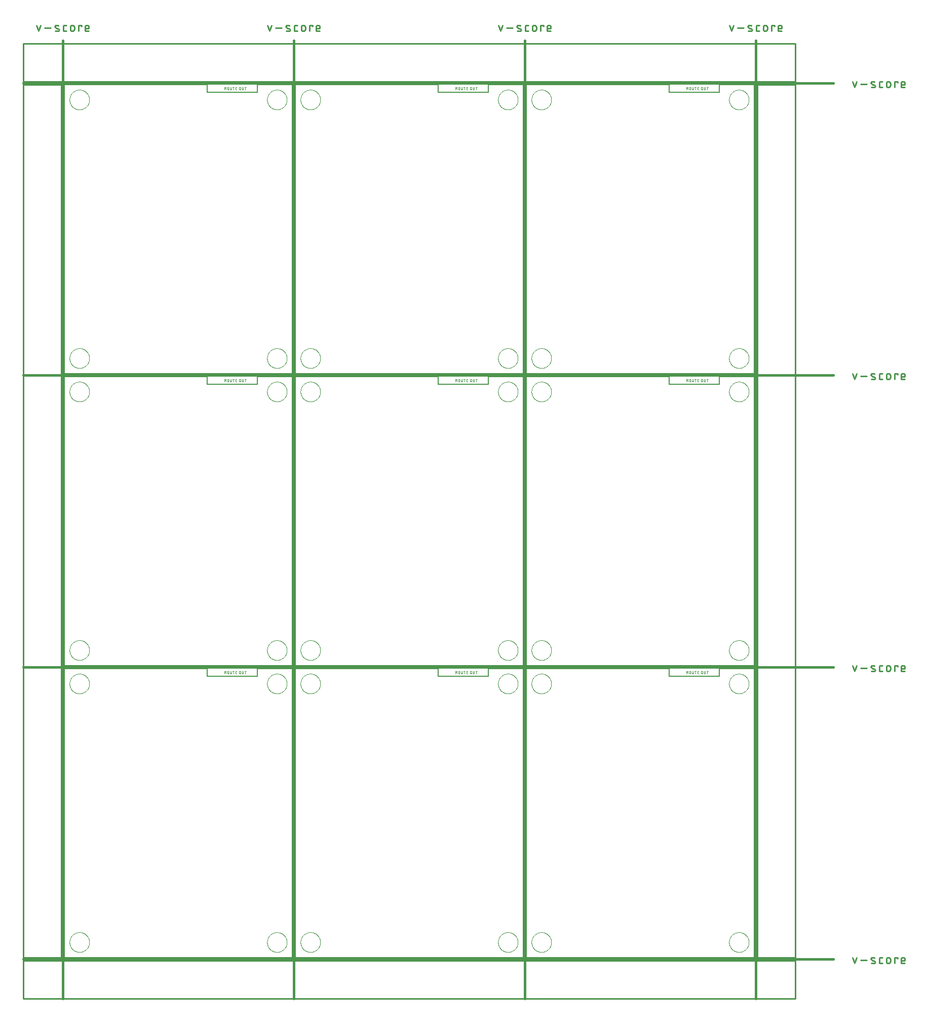
<source format=gko>
G04 EAGLE Gerber RS-274X export*
G75*
%MOMM*%
%FSLAX34Y34*%
%LPD*%
%IN*%
%IPPOS*%
%AMOC8*
5,1,8,0,0,1.08239X$1,22.5*%
G01*
%ADD10C,0.152400*%
%ADD11C,0.076200*%
%ADD12C,0.381000*%
%ADD13C,0.279400*%
%ADD14C,0.254000*%
%ADD15C,0.000000*%


D10*
X381000Y0D02*
X0Y0D01*
X0Y482600D01*
X238760Y482600D01*
X322580Y482600D02*
X381000Y482600D01*
X381000Y0D01*
X238760Y469900D02*
X238760Y482600D01*
X238760Y469900D02*
X322580Y469900D01*
X322580Y482600D01*
D11*
X267808Y478409D02*
X267808Y474091D01*
X267808Y478409D02*
X269007Y478409D01*
X269075Y478407D01*
X269144Y478401D01*
X269211Y478391D01*
X269279Y478378D01*
X269345Y478360D01*
X269410Y478339D01*
X269474Y478314D01*
X269536Y478286D01*
X269597Y478254D01*
X269655Y478219D01*
X269712Y478180D01*
X269766Y478138D01*
X269818Y478093D01*
X269867Y478046D01*
X269913Y477995D01*
X269956Y477942D01*
X269997Y477887D01*
X270034Y477829D01*
X270067Y477770D01*
X270098Y477708D01*
X270124Y477645D01*
X270147Y477581D01*
X270167Y477515D01*
X270182Y477448D01*
X270194Y477381D01*
X270202Y477313D01*
X270206Y477244D01*
X270206Y477176D01*
X270202Y477107D01*
X270194Y477039D01*
X270182Y476972D01*
X270167Y476905D01*
X270147Y476839D01*
X270124Y476775D01*
X270098Y476712D01*
X270067Y476650D01*
X270034Y476591D01*
X269997Y476533D01*
X269956Y476478D01*
X269913Y476425D01*
X269867Y476374D01*
X269818Y476327D01*
X269766Y476282D01*
X269712Y476240D01*
X269655Y476201D01*
X269597Y476166D01*
X269536Y476134D01*
X269474Y476106D01*
X269410Y476081D01*
X269345Y476060D01*
X269279Y476042D01*
X269211Y476029D01*
X269144Y476019D01*
X269075Y476013D01*
X269007Y476011D01*
X269007Y476010D02*
X267808Y476010D01*
X269247Y476010D02*
X270207Y474091D01*
X272338Y475290D02*
X272338Y477210D01*
X272340Y477278D01*
X272346Y477347D01*
X272356Y477414D01*
X272369Y477482D01*
X272387Y477548D01*
X272408Y477613D01*
X272433Y477677D01*
X272461Y477739D01*
X272493Y477800D01*
X272528Y477858D01*
X272567Y477915D01*
X272609Y477969D01*
X272654Y478021D01*
X272701Y478070D01*
X272752Y478116D01*
X272805Y478159D01*
X272860Y478200D01*
X272918Y478237D01*
X272977Y478270D01*
X273039Y478301D01*
X273102Y478327D01*
X273166Y478350D01*
X273232Y478370D01*
X273299Y478385D01*
X273366Y478397D01*
X273434Y478405D01*
X273503Y478409D01*
X273571Y478409D01*
X273640Y478405D01*
X273708Y478397D01*
X273775Y478385D01*
X273842Y478370D01*
X273908Y478350D01*
X273972Y478327D01*
X274035Y478301D01*
X274097Y478270D01*
X274156Y478237D01*
X274214Y478200D01*
X274269Y478159D01*
X274322Y478116D01*
X274373Y478070D01*
X274420Y478021D01*
X274465Y477969D01*
X274507Y477915D01*
X274546Y477858D01*
X274581Y477800D01*
X274613Y477739D01*
X274641Y477677D01*
X274666Y477613D01*
X274687Y477548D01*
X274705Y477482D01*
X274718Y477414D01*
X274728Y477347D01*
X274734Y477278D01*
X274736Y477210D01*
X274736Y475290D01*
X274734Y475222D01*
X274728Y475153D01*
X274718Y475086D01*
X274705Y475018D01*
X274687Y474952D01*
X274666Y474887D01*
X274641Y474823D01*
X274613Y474761D01*
X274581Y474700D01*
X274546Y474642D01*
X274507Y474585D01*
X274465Y474531D01*
X274420Y474479D01*
X274373Y474430D01*
X274322Y474384D01*
X274269Y474341D01*
X274214Y474300D01*
X274156Y474263D01*
X274097Y474230D01*
X274035Y474199D01*
X273972Y474173D01*
X273908Y474150D01*
X273842Y474130D01*
X273775Y474115D01*
X273708Y474103D01*
X273640Y474095D01*
X273571Y474091D01*
X273503Y474091D01*
X273434Y474095D01*
X273366Y474103D01*
X273299Y474115D01*
X273232Y474130D01*
X273166Y474150D01*
X273102Y474173D01*
X273039Y474199D01*
X272977Y474230D01*
X272918Y474263D01*
X272860Y474300D01*
X272805Y474341D01*
X272752Y474384D01*
X272701Y474430D01*
X272654Y474479D01*
X272609Y474531D01*
X272567Y474585D01*
X272528Y474642D01*
X272493Y474700D01*
X272461Y474761D01*
X272433Y474823D01*
X272408Y474887D01*
X272387Y474952D01*
X272369Y475018D01*
X272356Y475086D01*
X272346Y475153D01*
X272340Y475222D01*
X272338Y475290D01*
X277062Y475290D02*
X277062Y478409D01*
X277062Y475290D02*
X277064Y475222D01*
X277070Y475153D01*
X277080Y475086D01*
X277093Y475018D01*
X277111Y474952D01*
X277132Y474887D01*
X277157Y474823D01*
X277185Y474761D01*
X277217Y474700D01*
X277252Y474642D01*
X277291Y474585D01*
X277333Y474531D01*
X277378Y474479D01*
X277425Y474430D01*
X277476Y474384D01*
X277529Y474341D01*
X277584Y474300D01*
X277642Y474263D01*
X277701Y474230D01*
X277763Y474199D01*
X277826Y474173D01*
X277890Y474150D01*
X277956Y474130D01*
X278023Y474115D01*
X278090Y474103D01*
X278158Y474095D01*
X278227Y474091D01*
X278295Y474091D01*
X278364Y474095D01*
X278432Y474103D01*
X278499Y474115D01*
X278566Y474130D01*
X278632Y474150D01*
X278696Y474173D01*
X278759Y474199D01*
X278821Y474230D01*
X278880Y474263D01*
X278938Y474300D01*
X278993Y474341D01*
X279046Y474384D01*
X279097Y474430D01*
X279144Y474479D01*
X279189Y474531D01*
X279231Y474585D01*
X279270Y474642D01*
X279305Y474700D01*
X279337Y474761D01*
X279365Y474823D01*
X279390Y474887D01*
X279411Y474952D01*
X279429Y475018D01*
X279442Y475086D01*
X279452Y475153D01*
X279458Y475222D01*
X279460Y475290D01*
X279461Y475290D02*
X279461Y478409D01*
X282681Y478409D02*
X282681Y474091D01*
X281481Y478409D02*
X283880Y478409D01*
X285914Y474091D02*
X287833Y474091D01*
X285914Y474091D02*
X285914Y478409D01*
X287833Y478409D01*
X287353Y476490D02*
X285914Y476490D01*
X292149Y477210D02*
X292149Y475290D01*
X292150Y477210D02*
X292152Y477278D01*
X292158Y477347D01*
X292168Y477414D01*
X292181Y477482D01*
X292199Y477548D01*
X292220Y477613D01*
X292245Y477677D01*
X292273Y477739D01*
X292305Y477800D01*
X292340Y477858D01*
X292379Y477915D01*
X292421Y477969D01*
X292466Y478021D01*
X292513Y478070D01*
X292564Y478116D01*
X292617Y478159D01*
X292672Y478200D01*
X292730Y478237D01*
X292789Y478270D01*
X292851Y478301D01*
X292914Y478327D01*
X292978Y478350D01*
X293044Y478370D01*
X293111Y478385D01*
X293178Y478397D01*
X293246Y478405D01*
X293315Y478409D01*
X293383Y478409D01*
X293452Y478405D01*
X293520Y478397D01*
X293587Y478385D01*
X293654Y478370D01*
X293720Y478350D01*
X293784Y478327D01*
X293847Y478301D01*
X293909Y478270D01*
X293968Y478237D01*
X294026Y478200D01*
X294081Y478159D01*
X294134Y478116D01*
X294185Y478070D01*
X294232Y478021D01*
X294277Y477969D01*
X294319Y477915D01*
X294358Y477858D01*
X294393Y477800D01*
X294425Y477739D01*
X294453Y477677D01*
X294478Y477613D01*
X294499Y477548D01*
X294517Y477482D01*
X294530Y477414D01*
X294540Y477347D01*
X294546Y477278D01*
X294548Y477210D01*
X294548Y475290D01*
X294546Y475222D01*
X294540Y475153D01*
X294530Y475086D01*
X294517Y475018D01*
X294499Y474952D01*
X294478Y474887D01*
X294453Y474823D01*
X294425Y474761D01*
X294393Y474700D01*
X294358Y474642D01*
X294319Y474585D01*
X294277Y474531D01*
X294232Y474479D01*
X294185Y474430D01*
X294134Y474384D01*
X294081Y474341D01*
X294026Y474300D01*
X293968Y474263D01*
X293909Y474230D01*
X293847Y474199D01*
X293784Y474173D01*
X293720Y474150D01*
X293654Y474130D01*
X293587Y474115D01*
X293520Y474103D01*
X293452Y474095D01*
X293383Y474091D01*
X293315Y474091D01*
X293246Y474095D01*
X293178Y474103D01*
X293111Y474115D01*
X293044Y474130D01*
X292978Y474150D01*
X292914Y474173D01*
X292851Y474199D01*
X292789Y474230D01*
X292730Y474263D01*
X292672Y474300D01*
X292617Y474341D01*
X292564Y474384D01*
X292513Y474430D01*
X292466Y474479D01*
X292421Y474531D01*
X292379Y474585D01*
X292340Y474642D01*
X292305Y474700D01*
X292273Y474761D01*
X292245Y474823D01*
X292220Y474887D01*
X292199Y474952D01*
X292181Y475018D01*
X292168Y475086D01*
X292158Y475153D01*
X292152Y475222D01*
X292150Y475290D01*
X296874Y475290D02*
X296874Y478409D01*
X296874Y475290D02*
X296876Y475222D01*
X296882Y475153D01*
X296892Y475086D01*
X296905Y475018D01*
X296923Y474952D01*
X296944Y474887D01*
X296969Y474823D01*
X296997Y474761D01*
X297029Y474700D01*
X297064Y474642D01*
X297103Y474585D01*
X297145Y474531D01*
X297190Y474479D01*
X297237Y474430D01*
X297288Y474384D01*
X297341Y474341D01*
X297396Y474300D01*
X297454Y474263D01*
X297513Y474230D01*
X297575Y474199D01*
X297638Y474173D01*
X297702Y474150D01*
X297768Y474130D01*
X297835Y474115D01*
X297902Y474103D01*
X297970Y474095D01*
X298039Y474091D01*
X298107Y474091D01*
X298176Y474095D01*
X298244Y474103D01*
X298311Y474115D01*
X298378Y474130D01*
X298444Y474150D01*
X298508Y474173D01*
X298571Y474199D01*
X298633Y474230D01*
X298692Y474263D01*
X298750Y474300D01*
X298805Y474341D01*
X298858Y474384D01*
X298909Y474430D01*
X298956Y474479D01*
X299001Y474531D01*
X299043Y474585D01*
X299082Y474642D01*
X299117Y474700D01*
X299149Y474761D01*
X299177Y474823D01*
X299202Y474887D01*
X299223Y474952D01*
X299241Y475018D01*
X299254Y475086D01*
X299264Y475153D01*
X299270Y475222D01*
X299272Y475290D01*
X299273Y475290D02*
X299273Y478409D01*
X302493Y478409D02*
X302493Y474091D01*
X301293Y478409D02*
X303692Y478409D01*
D10*
X386080Y0D02*
X767080Y0D01*
X386080Y0D02*
X386080Y482600D01*
X624840Y482600D01*
X708660Y482600D02*
X767080Y482600D01*
X767080Y0D01*
X624840Y469900D02*
X624840Y482600D01*
X624840Y469900D02*
X708660Y469900D01*
X708660Y482600D01*
D11*
X653888Y478409D02*
X653888Y474091D01*
X653888Y478409D02*
X655087Y478409D01*
X655155Y478407D01*
X655224Y478401D01*
X655291Y478391D01*
X655359Y478378D01*
X655425Y478360D01*
X655490Y478339D01*
X655554Y478314D01*
X655616Y478286D01*
X655677Y478254D01*
X655735Y478219D01*
X655792Y478180D01*
X655846Y478138D01*
X655898Y478093D01*
X655947Y478046D01*
X655993Y477995D01*
X656036Y477942D01*
X656077Y477887D01*
X656114Y477829D01*
X656147Y477770D01*
X656178Y477708D01*
X656204Y477645D01*
X656227Y477581D01*
X656247Y477515D01*
X656262Y477448D01*
X656274Y477381D01*
X656282Y477313D01*
X656286Y477244D01*
X656286Y477176D01*
X656282Y477107D01*
X656274Y477039D01*
X656262Y476972D01*
X656247Y476905D01*
X656227Y476839D01*
X656204Y476775D01*
X656178Y476712D01*
X656147Y476650D01*
X656114Y476591D01*
X656077Y476533D01*
X656036Y476478D01*
X655993Y476425D01*
X655947Y476374D01*
X655898Y476327D01*
X655846Y476282D01*
X655792Y476240D01*
X655735Y476201D01*
X655677Y476166D01*
X655616Y476134D01*
X655554Y476106D01*
X655490Y476081D01*
X655425Y476060D01*
X655359Y476042D01*
X655291Y476029D01*
X655224Y476019D01*
X655155Y476013D01*
X655087Y476011D01*
X655087Y476010D02*
X653888Y476010D01*
X655327Y476010D02*
X656287Y474091D01*
X658418Y475290D02*
X658418Y477210D01*
X658420Y477278D01*
X658426Y477347D01*
X658436Y477414D01*
X658449Y477482D01*
X658467Y477548D01*
X658488Y477613D01*
X658513Y477677D01*
X658541Y477739D01*
X658573Y477800D01*
X658608Y477858D01*
X658647Y477915D01*
X658689Y477969D01*
X658734Y478021D01*
X658781Y478070D01*
X658832Y478116D01*
X658885Y478159D01*
X658940Y478200D01*
X658998Y478237D01*
X659057Y478270D01*
X659119Y478301D01*
X659182Y478327D01*
X659246Y478350D01*
X659312Y478370D01*
X659379Y478385D01*
X659446Y478397D01*
X659514Y478405D01*
X659583Y478409D01*
X659651Y478409D01*
X659720Y478405D01*
X659788Y478397D01*
X659855Y478385D01*
X659922Y478370D01*
X659988Y478350D01*
X660052Y478327D01*
X660115Y478301D01*
X660177Y478270D01*
X660236Y478237D01*
X660294Y478200D01*
X660349Y478159D01*
X660402Y478116D01*
X660453Y478070D01*
X660500Y478021D01*
X660545Y477969D01*
X660587Y477915D01*
X660626Y477858D01*
X660661Y477800D01*
X660693Y477739D01*
X660721Y477677D01*
X660746Y477613D01*
X660767Y477548D01*
X660785Y477482D01*
X660798Y477414D01*
X660808Y477347D01*
X660814Y477278D01*
X660816Y477210D01*
X660816Y475290D01*
X660814Y475222D01*
X660808Y475153D01*
X660798Y475086D01*
X660785Y475018D01*
X660767Y474952D01*
X660746Y474887D01*
X660721Y474823D01*
X660693Y474761D01*
X660661Y474700D01*
X660626Y474642D01*
X660587Y474585D01*
X660545Y474531D01*
X660500Y474479D01*
X660453Y474430D01*
X660402Y474384D01*
X660349Y474341D01*
X660294Y474300D01*
X660236Y474263D01*
X660177Y474230D01*
X660115Y474199D01*
X660052Y474173D01*
X659988Y474150D01*
X659922Y474130D01*
X659855Y474115D01*
X659788Y474103D01*
X659720Y474095D01*
X659651Y474091D01*
X659583Y474091D01*
X659514Y474095D01*
X659446Y474103D01*
X659379Y474115D01*
X659312Y474130D01*
X659246Y474150D01*
X659182Y474173D01*
X659119Y474199D01*
X659057Y474230D01*
X658998Y474263D01*
X658940Y474300D01*
X658885Y474341D01*
X658832Y474384D01*
X658781Y474430D01*
X658734Y474479D01*
X658689Y474531D01*
X658647Y474585D01*
X658608Y474642D01*
X658573Y474700D01*
X658541Y474761D01*
X658513Y474823D01*
X658488Y474887D01*
X658467Y474952D01*
X658449Y475018D01*
X658436Y475086D01*
X658426Y475153D01*
X658420Y475222D01*
X658418Y475290D01*
X663142Y475290D02*
X663142Y478409D01*
X663142Y475290D02*
X663144Y475222D01*
X663150Y475153D01*
X663160Y475086D01*
X663173Y475018D01*
X663191Y474952D01*
X663212Y474887D01*
X663237Y474823D01*
X663265Y474761D01*
X663297Y474700D01*
X663332Y474642D01*
X663371Y474585D01*
X663413Y474531D01*
X663458Y474479D01*
X663505Y474430D01*
X663556Y474384D01*
X663609Y474341D01*
X663664Y474300D01*
X663722Y474263D01*
X663781Y474230D01*
X663843Y474199D01*
X663906Y474173D01*
X663970Y474150D01*
X664036Y474130D01*
X664103Y474115D01*
X664170Y474103D01*
X664238Y474095D01*
X664307Y474091D01*
X664375Y474091D01*
X664444Y474095D01*
X664512Y474103D01*
X664579Y474115D01*
X664646Y474130D01*
X664712Y474150D01*
X664776Y474173D01*
X664839Y474199D01*
X664901Y474230D01*
X664960Y474263D01*
X665018Y474300D01*
X665073Y474341D01*
X665126Y474384D01*
X665177Y474430D01*
X665224Y474479D01*
X665269Y474531D01*
X665311Y474585D01*
X665350Y474642D01*
X665385Y474700D01*
X665417Y474761D01*
X665445Y474823D01*
X665470Y474887D01*
X665491Y474952D01*
X665509Y475018D01*
X665522Y475086D01*
X665532Y475153D01*
X665538Y475222D01*
X665540Y475290D01*
X665541Y475290D02*
X665541Y478409D01*
X668761Y478409D02*
X668761Y474091D01*
X667561Y478409D02*
X669960Y478409D01*
X671994Y474091D02*
X673913Y474091D01*
X671994Y474091D02*
X671994Y478409D01*
X673913Y478409D01*
X673433Y476490D02*
X671994Y476490D01*
X678229Y477210D02*
X678229Y475290D01*
X678230Y477210D02*
X678232Y477278D01*
X678238Y477347D01*
X678248Y477414D01*
X678261Y477482D01*
X678279Y477548D01*
X678300Y477613D01*
X678325Y477677D01*
X678353Y477739D01*
X678385Y477800D01*
X678420Y477858D01*
X678459Y477915D01*
X678501Y477969D01*
X678546Y478021D01*
X678593Y478070D01*
X678644Y478116D01*
X678697Y478159D01*
X678752Y478200D01*
X678810Y478237D01*
X678869Y478270D01*
X678931Y478301D01*
X678994Y478327D01*
X679058Y478350D01*
X679124Y478370D01*
X679191Y478385D01*
X679258Y478397D01*
X679326Y478405D01*
X679395Y478409D01*
X679463Y478409D01*
X679532Y478405D01*
X679600Y478397D01*
X679667Y478385D01*
X679734Y478370D01*
X679800Y478350D01*
X679864Y478327D01*
X679927Y478301D01*
X679989Y478270D01*
X680048Y478237D01*
X680106Y478200D01*
X680161Y478159D01*
X680214Y478116D01*
X680265Y478070D01*
X680312Y478021D01*
X680357Y477969D01*
X680399Y477915D01*
X680438Y477858D01*
X680473Y477800D01*
X680505Y477739D01*
X680533Y477677D01*
X680558Y477613D01*
X680579Y477548D01*
X680597Y477482D01*
X680610Y477414D01*
X680620Y477347D01*
X680626Y477278D01*
X680628Y477210D01*
X680628Y475290D01*
X680626Y475222D01*
X680620Y475153D01*
X680610Y475086D01*
X680597Y475018D01*
X680579Y474952D01*
X680558Y474887D01*
X680533Y474823D01*
X680505Y474761D01*
X680473Y474700D01*
X680438Y474642D01*
X680399Y474585D01*
X680357Y474531D01*
X680312Y474479D01*
X680265Y474430D01*
X680214Y474384D01*
X680161Y474341D01*
X680106Y474300D01*
X680048Y474263D01*
X679989Y474230D01*
X679927Y474199D01*
X679864Y474173D01*
X679800Y474150D01*
X679734Y474130D01*
X679667Y474115D01*
X679600Y474103D01*
X679532Y474095D01*
X679463Y474091D01*
X679395Y474091D01*
X679326Y474095D01*
X679258Y474103D01*
X679191Y474115D01*
X679124Y474130D01*
X679058Y474150D01*
X678994Y474173D01*
X678931Y474199D01*
X678869Y474230D01*
X678810Y474263D01*
X678752Y474300D01*
X678697Y474341D01*
X678644Y474384D01*
X678593Y474430D01*
X678546Y474479D01*
X678501Y474531D01*
X678459Y474585D01*
X678420Y474642D01*
X678385Y474700D01*
X678353Y474761D01*
X678325Y474823D01*
X678300Y474887D01*
X678279Y474952D01*
X678261Y475018D01*
X678248Y475086D01*
X678238Y475153D01*
X678232Y475222D01*
X678230Y475290D01*
X682954Y475290D02*
X682954Y478409D01*
X682954Y475290D02*
X682956Y475222D01*
X682962Y475153D01*
X682972Y475086D01*
X682985Y475018D01*
X683003Y474952D01*
X683024Y474887D01*
X683049Y474823D01*
X683077Y474761D01*
X683109Y474700D01*
X683144Y474642D01*
X683183Y474585D01*
X683225Y474531D01*
X683270Y474479D01*
X683317Y474430D01*
X683368Y474384D01*
X683421Y474341D01*
X683476Y474300D01*
X683534Y474263D01*
X683593Y474230D01*
X683655Y474199D01*
X683718Y474173D01*
X683782Y474150D01*
X683848Y474130D01*
X683915Y474115D01*
X683982Y474103D01*
X684050Y474095D01*
X684119Y474091D01*
X684187Y474091D01*
X684256Y474095D01*
X684324Y474103D01*
X684391Y474115D01*
X684458Y474130D01*
X684524Y474150D01*
X684588Y474173D01*
X684651Y474199D01*
X684713Y474230D01*
X684772Y474263D01*
X684830Y474300D01*
X684885Y474341D01*
X684938Y474384D01*
X684989Y474430D01*
X685036Y474479D01*
X685081Y474531D01*
X685123Y474585D01*
X685162Y474642D01*
X685197Y474700D01*
X685229Y474761D01*
X685257Y474823D01*
X685282Y474887D01*
X685303Y474952D01*
X685321Y475018D01*
X685334Y475086D01*
X685344Y475153D01*
X685350Y475222D01*
X685352Y475290D01*
X685353Y475290D02*
X685353Y478409D01*
X688573Y478409D02*
X688573Y474091D01*
X687373Y478409D02*
X689772Y478409D01*
D10*
X772160Y0D02*
X1153160Y0D01*
X772160Y0D02*
X772160Y482600D01*
X1010920Y482600D01*
X1094740Y482600D02*
X1153160Y482600D01*
X1153160Y0D01*
X1010920Y469900D02*
X1010920Y482600D01*
X1010920Y469900D02*
X1094740Y469900D01*
X1094740Y482600D01*
D11*
X1039968Y478409D02*
X1039968Y474091D01*
X1039968Y478409D02*
X1041167Y478409D01*
X1041235Y478407D01*
X1041304Y478401D01*
X1041371Y478391D01*
X1041439Y478378D01*
X1041505Y478360D01*
X1041570Y478339D01*
X1041634Y478314D01*
X1041696Y478286D01*
X1041757Y478254D01*
X1041815Y478219D01*
X1041872Y478180D01*
X1041926Y478138D01*
X1041978Y478093D01*
X1042027Y478046D01*
X1042073Y477995D01*
X1042116Y477942D01*
X1042157Y477887D01*
X1042194Y477829D01*
X1042227Y477770D01*
X1042258Y477708D01*
X1042284Y477645D01*
X1042307Y477581D01*
X1042327Y477515D01*
X1042342Y477448D01*
X1042354Y477381D01*
X1042362Y477313D01*
X1042366Y477244D01*
X1042366Y477176D01*
X1042362Y477107D01*
X1042354Y477039D01*
X1042342Y476972D01*
X1042327Y476905D01*
X1042307Y476839D01*
X1042284Y476775D01*
X1042258Y476712D01*
X1042227Y476650D01*
X1042194Y476591D01*
X1042157Y476533D01*
X1042116Y476478D01*
X1042073Y476425D01*
X1042027Y476374D01*
X1041978Y476327D01*
X1041926Y476282D01*
X1041872Y476240D01*
X1041815Y476201D01*
X1041757Y476166D01*
X1041696Y476134D01*
X1041634Y476106D01*
X1041570Y476081D01*
X1041505Y476060D01*
X1041439Y476042D01*
X1041371Y476029D01*
X1041304Y476019D01*
X1041235Y476013D01*
X1041167Y476011D01*
X1041167Y476010D02*
X1039968Y476010D01*
X1041407Y476010D02*
X1042367Y474091D01*
X1044498Y475290D02*
X1044498Y477210D01*
X1044500Y477278D01*
X1044506Y477347D01*
X1044516Y477414D01*
X1044529Y477482D01*
X1044547Y477548D01*
X1044568Y477613D01*
X1044593Y477677D01*
X1044621Y477739D01*
X1044653Y477800D01*
X1044688Y477858D01*
X1044727Y477915D01*
X1044769Y477969D01*
X1044814Y478021D01*
X1044861Y478070D01*
X1044912Y478116D01*
X1044965Y478159D01*
X1045020Y478200D01*
X1045078Y478237D01*
X1045137Y478270D01*
X1045199Y478301D01*
X1045262Y478327D01*
X1045326Y478350D01*
X1045392Y478370D01*
X1045459Y478385D01*
X1045526Y478397D01*
X1045594Y478405D01*
X1045663Y478409D01*
X1045731Y478409D01*
X1045800Y478405D01*
X1045868Y478397D01*
X1045935Y478385D01*
X1046002Y478370D01*
X1046068Y478350D01*
X1046132Y478327D01*
X1046195Y478301D01*
X1046257Y478270D01*
X1046316Y478237D01*
X1046374Y478200D01*
X1046429Y478159D01*
X1046482Y478116D01*
X1046533Y478070D01*
X1046580Y478021D01*
X1046625Y477969D01*
X1046667Y477915D01*
X1046706Y477858D01*
X1046741Y477800D01*
X1046773Y477739D01*
X1046801Y477677D01*
X1046826Y477613D01*
X1046847Y477548D01*
X1046865Y477482D01*
X1046878Y477414D01*
X1046888Y477347D01*
X1046894Y477278D01*
X1046896Y477210D01*
X1046896Y475290D01*
X1046894Y475222D01*
X1046888Y475153D01*
X1046878Y475086D01*
X1046865Y475018D01*
X1046847Y474952D01*
X1046826Y474887D01*
X1046801Y474823D01*
X1046773Y474761D01*
X1046741Y474700D01*
X1046706Y474642D01*
X1046667Y474585D01*
X1046625Y474531D01*
X1046580Y474479D01*
X1046533Y474430D01*
X1046482Y474384D01*
X1046429Y474341D01*
X1046374Y474300D01*
X1046316Y474263D01*
X1046257Y474230D01*
X1046195Y474199D01*
X1046132Y474173D01*
X1046068Y474150D01*
X1046002Y474130D01*
X1045935Y474115D01*
X1045868Y474103D01*
X1045800Y474095D01*
X1045731Y474091D01*
X1045663Y474091D01*
X1045594Y474095D01*
X1045526Y474103D01*
X1045459Y474115D01*
X1045392Y474130D01*
X1045326Y474150D01*
X1045262Y474173D01*
X1045199Y474199D01*
X1045137Y474230D01*
X1045078Y474263D01*
X1045020Y474300D01*
X1044965Y474341D01*
X1044912Y474384D01*
X1044861Y474430D01*
X1044814Y474479D01*
X1044769Y474531D01*
X1044727Y474585D01*
X1044688Y474642D01*
X1044653Y474700D01*
X1044621Y474761D01*
X1044593Y474823D01*
X1044568Y474887D01*
X1044547Y474952D01*
X1044529Y475018D01*
X1044516Y475086D01*
X1044506Y475153D01*
X1044500Y475222D01*
X1044498Y475290D01*
X1049222Y475290D02*
X1049222Y478409D01*
X1049222Y475290D02*
X1049224Y475222D01*
X1049230Y475153D01*
X1049240Y475086D01*
X1049253Y475018D01*
X1049271Y474952D01*
X1049292Y474887D01*
X1049317Y474823D01*
X1049345Y474761D01*
X1049377Y474700D01*
X1049412Y474642D01*
X1049451Y474585D01*
X1049493Y474531D01*
X1049538Y474479D01*
X1049585Y474430D01*
X1049636Y474384D01*
X1049689Y474341D01*
X1049744Y474300D01*
X1049802Y474263D01*
X1049861Y474230D01*
X1049923Y474199D01*
X1049986Y474173D01*
X1050050Y474150D01*
X1050116Y474130D01*
X1050183Y474115D01*
X1050250Y474103D01*
X1050318Y474095D01*
X1050387Y474091D01*
X1050455Y474091D01*
X1050524Y474095D01*
X1050592Y474103D01*
X1050659Y474115D01*
X1050726Y474130D01*
X1050792Y474150D01*
X1050856Y474173D01*
X1050919Y474199D01*
X1050981Y474230D01*
X1051040Y474263D01*
X1051098Y474300D01*
X1051153Y474341D01*
X1051206Y474384D01*
X1051257Y474430D01*
X1051304Y474479D01*
X1051349Y474531D01*
X1051391Y474585D01*
X1051430Y474642D01*
X1051465Y474700D01*
X1051497Y474761D01*
X1051525Y474823D01*
X1051550Y474887D01*
X1051571Y474952D01*
X1051589Y475018D01*
X1051602Y475086D01*
X1051612Y475153D01*
X1051618Y475222D01*
X1051620Y475290D01*
X1051621Y475290D02*
X1051621Y478409D01*
X1054841Y478409D02*
X1054841Y474091D01*
X1053641Y478409D02*
X1056040Y478409D01*
X1058074Y474091D02*
X1059993Y474091D01*
X1058074Y474091D02*
X1058074Y478409D01*
X1059993Y478409D01*
X1059513Y476490D02*
X1058074Y476490D01*
X1064309Y477210D02*
X1064309Y475290D01*
X1064310Y477210D02*
X1064312Y477278D01*
X1064318Y477347D01*
X1064328Y477414D01*
X1064341Y477482D01*
X1064359Y477548D01*
X1064380Y477613D01*
X1064405Y477677D01*
X1064433Y477739D01*
X1064465Y477800D01*
X1064500Y477858D01*
X1064539Y477915D01*
X1064581Y477969D01*
X1064626Y478021D01*
X1064673Y478070D01*
X1064724Y478116D01*
X1064777Y478159D01*
X1064832Y478200D01*
X1064890Y478237D01*
X1064949Y478270D01*
X1065011Y478301D01*
X1065074Y478327D01*
X1065138Y478350D01*
X1065204Y478370D01*
X1065271Y478385D01*
X1065338Y478397D01*
X1065406Y478405D01*
X1065475Y478409D01*
X1065543Y478409D01*
X1065612Y478405D01*
X1065680Y478397D01*
X1065747Y478385D01*
X1065814Y478370D01*
X1065880Y478350D01*
X1065944Y478327D01*
X1066007Y478301D01*
X1066069Y478270D01*
X1066128Y478237D01*
X1066186Y478200D01*
X1066241Y478159D01*
X1066294Y478116D01*
X1066345Y478070D01*
X1066392Y478021D01*
X1066437Y477969D01*
X1066479Y477915D01*
X1066518Y477858D01*
X1066553Y477800D01*
X1066585Y477739D01*
X1066613Y477677D01*
X1066638Y477613D01*
X1066659Y477548D01*
X1066677Y477482D01*
X1066690Y477414D01*
X1066700Y477347D01*
X1066706Y477278D01*
X1066708Y477210D01*
X1066708Y475290D01*
X1066706Y475222D01*
X1066700Y475153D01*
X1066690Y475086D01*
X1066677Y475018D01*
X1066659Y474952D01*
X1066638Y474887D01*
X1066613Y474823D01*
X1066585Y474761D01*
X1066553Y474700D01*
X1066518Y474642D01*
X1066479Y474585D01*
X1066437Y474531D01*
X1066392Y474479D01*
X1066345Y474430D01*
X1066294Y474384D01*
X1066241Y474341D01*
X1066186Y474300D01*
X1066128Y474263D01*
X1066069Y474230D01*
X1066007Y474199D01*
X1065944Y474173D01*
X1065880Y474150D01*
X1065814Y474130D01*
X1065747Y474115D01*
X1065680Y474103D01*
X1065612Y474095D01*
X1065543Y474091D01*
X1065475Y474091D01*
X1065406Y474095D01*
X1065338Y474103D01*
X1065271Y474115D01*
X1065204Y474130D01*
X1065138Y474150D01*
X1065074Y474173D01*
X1065011Y474199D01*
X1064949Y474230D01*
X1064890Y474263D01*
X1064832Y474300D01*
X1064777Y474341D01*
X1064724Y474384D01*
X1064673Y474430D01*
X1064626Y474479D01*
X1064581Y474531D01*
X1064539Y474585D01*
X1064500Y474642D01*
X1064465Y474700D01*
X1064433Y474761D01*
X1064405Y474823D01*
X1064380Y474887D01*
X1064359Y474952D01*
X1064341Y475018D01*
X1064328Y475086D01*
X1064318Y475153D01*
X1064312Y475222D01*
X1064310Y475290D01*
X1069034Y475290D02*
X1069034Y478409D01*
X1069034Y475290D02*
X1069036Y475222D01*
X1069042Y475153D01*
X1069052Y475086D01*
X1069065Y475018D01*
X1069083Y474952D01*
X1069104Y474887D01*
X1069129Y474823D01*
X1069157Y474761D01*
X1069189Y474700D01*
X1069224Y474642D01*
X1069263Y474585D01*
X1069305Y474531D01*
X1069350Y474479D01*
X1069397Y474430D01*
X1069448Y474384D01*
X1069501Y474341D01*
X1069556Y474300D01*
X1069614Y474263D01*
X1069673Y474230D01*
X1069735Y474199D01*
X1069798Y474173D01*
X1069862Y474150D01*
X1069928Y474130D01*
X1069995Y474115D01*
X1070062Y474103D01*
X1070130Y474095D01*
X1070199Y474091D01*
X1070267Y474091D01*
X1070336Y474095D01*
X1070404Y474103D01*
X1070471Y474115D01*
X1070538Y474130D01*
X1070604Y474150D01*
X1070668Y474173D01*
X1070731Y474199D01*
X1070793Y474230D01*
X1070852Y474263D01*
X1070910Y474300D01*
X1070965Y474341D01*
X1071018Y474384D01*
X1071069Y474430D01*
X1071116Y474479D01*
X1071161Y474531D01*
X1071203Y474585D01*
X1071242Y474642D01*
X1071277Y474700D01*
X1071309Y474761D01*
X1071337Y474823D01*
X1071362Y474887D01*
X1071383Y474952D01*
X1071401Y475018D01*
X1071414Y475086D01*
X1071424Y475153D01*
X1071430Y475222D01*
X1071432Y475290D01*
X1071433Y475290D02*
X1071433Y478409D01*
X1074653Y478409D02*
X1074653Y474091D01*
X1073453Y478409D02*
X1075852Y478409D01*
D10*
X381000Y487680D02*
X0Y487680D01*
X0Y970280D01*
X238760Y970280D01*
X322580Y970280D02*
X381000Y970280D01*
X381000Y487680D01*
X238760Y957580D02*
X238760Y970280D01*
X238760Y957580D02*
X322580Y957580D01*
X322580Y970280D01*
D11*
X267808Y966089D02*
X267808Y961771D01*
X267808Y966089D02*
X269007Y966089D01*
X269075Y966087D01*
X269144Y966081D01*
X269211Y966071D01*
X269279Y966058D01*
X269345Y966040D01*
X269410Y966019D01*
X269474Y965994D01*
X269536Y965966D01*
X269597Y965934D01*
X269655Y965899D01*
X269712Y965860D01*
X269766Y965818D01*
X269818Y965773D01*
X269867Y965726D01*
X269913Y965675D01*
X269956Y965622D01*
X269997Y965567D01*
X270034Y965509D01*
X270067Y965450D01*
X270098Y965388D01*
X270124Y965325D01*
X270147Y965261D01*
X270167Y965195D01*
X270182Y965128D01*
X270194Y965061D01*
X270202Y964993D01*
X270206Y964924D01*
X270206Y964856D01*
X270202Y964787D01*
X270194Y964719D01*
X270182Y964652D01*
X270167Y964585D01*
X270147Y964519D01*
X270124Y964455D01*
X270098Y964392D01*
X270067Y964330D01*
X270034Y964271D01*
X269997Y964213D01*
X269956Y964158D01*
X269913Y964105D01*
X269867Y964054D01*
X269818Y964007D01*
X269766Y963962D01*
X269712Y963920D01*
X269655Y963881D01*
X269597Y963846D01*
X269536Y963814D01*
X269474Y963786D01*
X269410Y963761D01*
X269345Y963740D01*
X269279Y963722D01*
X269211Y963709D01*
X269144Y963699D01*
X269075Y963693D01*
X269007Y963691D01*
X269007Y963690D02*
X267808Y963690D01*
X269247Y963690D02*
X270207Y961771D01*
X272338Y962970D02*
X272338Y964890D01*
X272340Y964958D01*
X272346Y965027D01*
X272356Y965094D01*
X272369Y965162D01*
X272387Y965228D01*
X272408Y965293D01*
X272433Y965357D01*
X272461Y965419D01*
X272493Y965480D01*
X272528Y965538D01*
X272567Y965595D01*
X272609Y965649D01*
X272654Y965701D01*
X272701Y965750D01*
X272752Y965796D01*
X272805Y965839D01*
X272860Y965880D01*
X272918Y965917D01*
X272977Y965950D01*
X273039Y965981D01*
X273102Y966007D01*
X273166Y966030D01*
X273232Y966050D01*
X273299Y966065D01*
X273366Y966077D01*
X273434Y966085D01*
X273503Y966089D01*
X273571Y966089D01*
X273640Y966085D01*
X273708Y966077D01*
X273775Y966065D01*
X273842Y966050D01*
X273908Y966030D01*
X273972Y966007D01*
X274035Y965981D01*
X274097Y965950D01*
X274156Y965917D01*
X274214Y965880D01*
X274269Y965839D01*
X274322Y965796D01*
X274373Y965750D01*
X274420Y965701D01*
X274465Y965649D01*
X274507Y965595D01*
X274546Y965538D01*
X274581Y965480D01*
X274613Y965419D01*
X274641Y965357D01*
X274666Y965293D01*
X274687Y965228D01*
X274705Y965162D01*
X274718Y965094D01*
X274728Y965027D01*
X274734Y964958D01*
X274736Y964890D01*
X274736Y962970D01*
X274734Y962902D01*
X274728Y962833D01*
X274718Y962766D01*
X274705Y962698D01*
X274687Y962632D01*
X274666Y962567D01*
X274641Y962503D01*
X274613Y962441D01*
X274581Y962380D01*
X274546Y962322D01*
X274507Y962265D01*
X274465Y962211D01*
X274420Y962159D01*
X274373Y962110D01*
X274322Y962064D01*
X274269Y962021D01*
X274214Y961980D01*
X274156Y961943D01*
X274097Y961910D01*
X274035Y961879D01*
X273972Y961853D01*
X273908Y961830D01*
X273842Y961810D01*
X273775Y961795D01*
X273708Y961783D01*
X273640Y961775D01*
X273571Y961771D01*
X273503Y961771D01*
X273434Y961775D01*
X273366Y961783D01*
X273299Y961795D01*
X273232Y961810D01*
X273166Y961830D01*
X273102Y961853D01*
X273039Y961879D01*
X272977Y961910D01*
X272918Y961943D01*
X272860Y961980D01*
X272805Y962021D01*
X272752Y962064D01*
X272701Y962110D01*
X272654Y962159D01*
X272609Y962211D01*
X272567Y962265D01*
X272528Y962322D01*
X272493Y962380D01*
X272461Y962441D01*
X272433Y962503D01*
X272408Y962567D01*
X272387Y962632D01*
X272369Y962698D01*
X272356Y962766D01*
X272346Y962833D01*
X272340Y962902D01*
X272338Y962970D01*
X277062Y962970D02*
X277062Y966089D01*
X277062Y962970D02*
X277064Y962902D01*
X277070Y962833D01*
X277080Y962766D01*
X277093Y962698D01*
X277111Y962632D01*
X277132Y962567D01*
X277157Y962503D01*
X277185Y962441D01*
X277217Y962380D01*
X277252Y962322D01*
X277291Y962265D01*
X277333Y962211D01*
X277378Y962159D01*
X277425Y962110D01*
X277476Y962064D01*
X277529Y962021D01*
X277584Y961980D01*
X277642Y961943D01*
X277701Y961910D01*
X277763Y961879D01*
X277826Y961853D01*
X277890Y961830D01*
X277956Y961810D01*
X278023Y961795D01*
X278090Y961783D01*
X278158Y961775D01*
X278227Y961771D01*
X278295Y961771D01*
X278364Y961775D01*
X278432Y961783D01*
X278499Y961795D01*
X278566Y961810D01*
X278632Y961830D01*
X278696Y961853D01*
X278759Y961879D01*
X278821Y961910D01*
X278880Y961943D01*
X278938Y961980D01*
X278993Y962021D01*
X279046Y962064D01*
X279097Y962110D01*
X279144Y962159D01*
X279189Y962211D01*
X279231Y962265D01*
X279270Y962322D01*
X279305Y962380D01*
X279337Y962441D01*
X279365Y962503D01*
X279390Y962567D01*
X279411Y962632D01*
X279429Y962698D01*
X279442Y962766D01*
X279452Y962833D01*
X279458Y962902D01*
X279460Y962970D01*
X279461Y962970D02*
X279461Y966089D01*
X282681Y966089D02*
X282681Y961771D01*
X281481Y966089D02*
X283880Y966089D01*
X285914Y961771D02*
X287833Y961771D01*
X285914Y961771D02*
X285914Y966089D01*
X287833Y966089D01*
X287353Y964170D02*
X285914Y964170D01*
X292149Y964890D02*
X292149Y962970D01*
X292150Y964890D02*
X292152Y964958D01*
X292158Y965027D01*
X292168Y965094D01*
X292181Y965162D01*
X292199Y965228D01*
X292220Y965293D01*
X292245Y965357D01*
X292273Y965419D01*
X292305Y965480D01*
X292340Y965538D01*
X292379Y965595D01*
X292421Y965649D01*
X292466Y965701D01*
X292513Y965750D01*
X292564Y965796D01*
X292617Y965839D01*
X292672Y965880D01*
X292730Y965917D01*
X292789Y965950D01*
X292851Y965981D01*
X292914Y966007D01*
X292978Y966030D01*
X293044Y966050D01*
X293111Y966065D01*
X293178Y966077D01*
X293246Y966085D01*
X293315Y966089D01*
X293383Y966089D01*
X293452Y966085D01*
X293520Y966077D01*
X293587Y966065D01*
X293654Y966050D01*
X293720Y966030D01*
X293784Y966007D01*
X293847Y965981D01*
X293909Y965950D01*
X293968Y965917D01*
X294026Y965880D01*
X294081Y965839D01*
X294134Y965796D01*
X294185Y965750D01*
X294232Y965701D01*
X294277Y965649D01*
X294319Y965595D01*
X294358Y965538D01*
X294393Y965480D01*
X294425Y965419D01*
X294453Y965357D01*
X294478Y965293D01*
X294499Y965228D01*
X294517Y965162D01*
X294530Y965094D01*
X294540Y965027D01*
X294546Y964958D01*
X294548Y964890D01*
X294548Y962970D01*
X294546Y962902D01*
X294540Y962833D01*
X294530Y962766D01*
X294517Y962698D01*
X294499Y962632D01*
X294478Y962567D01*
X294453Y962503D01*
X294425Y962441D01*
X294393Y962380D01*
X294358Y962322D01*
X294319Y962265D01*
X294277Y962211D01*
X294232Y962159D01*
X294185Y962110D01*
X294134Y962064D01*
X294081Y962021D01*
X294026Y961980D01*
X293968Y961943D01*
X293909Y961910D01*
X293847Y961879D01*
X293784Y961853D01*
X293720Y961830D01*
X293654Y961810D01*
X293587Y961795D01*
X293520Y961783D01*
X293452Y961775D01*
X293383Y961771D01*
X293315Y961771D01*
X293246Y961775D01*
X293178Y961783D01*
X293111Y961795D01*
X293044Y961810D01*
X292978Y961830D01*
X292914Y961853D01*
X292851Y961879D01*
X292789Y961910D01*
X292730Y961943D01*
X292672Y961980D01*
X292617Y962021D01*
X292564Y962064D01*
X292513Y962110D01*
X292466Y962159D01*
X292421Y962211D01*
X292379Y962265D01*
X292340Y962322D01*
X292305Y962380D01*
X292273Y962441D01*
X292245Y962503D01*
X292220Y962567D01*
X292199Y962632D01*
X292181Y962698D01*
X292168Y962766D01*
X292158Y962833D01*
X292152Y962902D01*
X292150Y962970D01*
X296874Y962970D02*
X296874Y966089D01*
X296874Y962970D02*
X296876Y962902D01*
X296882Y962833D01*
X296892Y962766D01*
X296905Y962698D01*
X296923Y962632D01*
X296944Y962567D01*
X296969Y962503D01*
X296997Y962441D01*
X297029Y962380D01*
X297064Y962322D01*
X297103Y962265D01*
X297145Y962211D01*
X297190Y962159D01*
X297237Y962110D01*
X297288Y962064D01*
X297341Y962021D01*
X297396Y961980D01*
X297454Y961943D01*
X297513Y961910D01*
X297575Y961879D01*
X297638Y961853D01*
X297702Y961830D01*
X297768Y961810D01*
X297835Y961795D01*
X297902Y961783D01*
X297970Y961775D01*
X298039Y961771D01*
X298107Y961771D01*
X298176Y961775D01*
X298244Y961783D01*
X298311Y961795D01*
X298378Y961810D01*
X298444Y961830D01*
X298508Y961853D01*
X298571Y961879D01*
X298633Y961910D01*
X298692Y961943D01*
X298750Y961980D01*
X298805Y962021D01*
X298858Y962064D01*
X298909Y962110D01*
X298956Y962159D01*
X299001Y962211D01*
X299043Y962265D01*
X299082Y962322D01*
X299117Y962380D01*
X299149Y962441D01*
X299177Y962503D01*
X299202Y962567D01*
X299223Y962632D01*
X299241Y962698D01*
X299254Y962766D01*
X299264Y962833D01*
X299270Y962902D01*
X299272Y962970D01*
X299273Y962970D02*
X299273Y966089D01*
X302493Y966089D02*
X302493Y961771D01*
X301293Y966089D02*
X303692Y966089D01*
D10*
X386080Y487680D02*
X767080Y487680D01*
X386080Y487680D02*
X386080Y970280D01*
X624840Y970280D01*
X708660Y970280D02*
X767080Y970280D01*
X767080Y487680D01*
X624840Y957580D02*
X624840Y970280D01*
X624840Y957580D02*
X708660Y957580D01*
X708660Y970280D01*
D11*
X653888Y966089D02*
X653888Y961771D01*
X653888Y966089D02*
X655087Y966089D01*
X655155Y966087D01*
X655224Y966081D01*
X655291Y966071D01*
X655359Y966058D01*
X655425Y966040D01*
X655490Y966019D01*
X655554Y965994D01*
X655616Y965966D01*
X655677Y965934D01*
X655735Y965899D01*
X655792Y965860D01*
X655846Y965818D01*
X655898Y965773D01*
X655947Y965726D01*
X655993Y965675D01*
X656036Y965622D01*
X656077Y965567D01*
X656114Y965509D01*
X656147Y965450D01*
X656178Y965388D01*
X656204Y965325D01*
X656227Y965261D01*
X656247Y965195D01*
X656262Y965128D01*
X656274Y965061D01*
X656282Y964993D01*
X656286Y964924D01*
X656286Y964856D01*
X656282Y964787D01*
X656274Y964719D01*
X656262Y964652D01*
X656247Y964585D01*
X656227Y964519D01*
X656204Y964455D01*
X656178Y964392D01*
X656147Y964330D01*
X656114Y964271D01*
X656077Y964213D01*
X656036Y964158D01*
X655993Y964105D01*
X655947Y964054D01*
X655898Y964007D01*
X655846Y963962D01*
X655792Y963920D01*
X655735Y963881D01*
X655677Y963846D01*
X655616Y963814D01*
X655554Y963786D01*
X655490Y963761D01*
X655425Y963740D01*
X655359Y963722D01*
X655291Y963709D01*
X655224Y963699D01*
X655155Y963693D01*
X655087Y963691D01*
X655087Y963690D02*
X653888Y963690D01*
X655327Y963690D02*
X656287Y961771D01*
X658418Y962970D02*
X658418Y964890D01*
X658420Y964958D01*
X658426Y965027D01*
X658436Y965094D01*
X658449Y965162D01*
X658467Y965228D01*
X658488Y965293D01*
X658513Y965357D01*
X658541Y965419D01*
X658573Y965480D01*
X658608Y965538D01*
X658647Y965595D01*
X658689Y965649D01*
X658734Y965701D01*
X658781Y965750D01*
X658832Y965796D01*
X658885Y965839D01*
X658940Y965880D01*
X658998Y965917D01*
X659057Y965950D01*
X659119Y965981D01*
X659182Y966007D01*
X659246Y966030D01*
X659312Y966050D01*
X659379Y966065D01*
X659446Y966077D01*
X659514Y966085D01*
X659583Y966089D01*
X659651Y966089D01*
X659720Y966085D01*
X659788Y966077D01*
X659855Y966065D01*
X659922Y966050D01*
X659988Y966030D01*
X660052Y966007D01*
X660115Y965981D01*
X660177Y965950D01*
X660236Y965917D01*
X660294Y965880D01*
X660349Y965839D01*
X660402Y965796D01*
X660453Y965750D01*
X660500Y965701D01*
X660545Y965649D01*
X660587Y965595D01*
X660626Y965538D01*
X660661Y965480D01*
X660693Y965419D01*
X660721Y965357D01*
X660746Y965293D01*
X660767Y965228D01*
X660785Y965162D01*
X660798Y965094D01*
X660808Y965027D01*
X660814Y964958D01*
X660816Y964890D01*
X660816Y962970D01*
X660814Y962902D01*
X660808Y962833D01*
X660798Y962766D01*
X660785Y962698D01*
X660767Y962632D01*
X660746Y962567D01*
X660721Y962503D01*
X660693Y962441D01*
X660661Y962380D01*
X660626Y962322D01*
X660587Y962265D01*
X660545Y962211D01*
X660500Y962159D01*
X660453Y962110D01*
X660402Y962064D01*
X660349Y962021D01*
X660294Y961980D01*
X660236Y961943D01*
X660177Y961910D01*
X660115Y961879D01*
X660052Y961853D01*
X659988Y961830D01*
X659922Y961810D01*
X659855Y961795D01*
X659788Y961783D01*
X659720Y961775D01*
X659651Y961771D01*
X659583Y961771D01*
X659514Y961775D01*
X659446Y961783D01*
X659379Y961795D01*
X659312Y961810D01*
X659246Y961830D01*
X659182Y961853D01*
X659119Y961879D01*
X659057Y961910D01*
X658998Y961943D01*
X658940Y961980D01*
X658885Y962021D01*
X658832Y962064D01*
X658781Y962110D01*
X658734Y962159D01*
X658689Y962211D01*
X658647Y962265D01*
X658608Y962322D01*
X658573Y962380D01*
X658541Y962441D01*
X658513Y962503D01*
X658488Y962567D01*
X658467Y962632D01*
X658449Y962698D01*
X658436Y962766D01*
X658426Y962833D01*
X658420Y962902D01*
X658418Y962970D01*
X663142Y962970D02*
X663142Y966089D01*
X663142Y962970D02*
X663144Y962902D01*
X663150Y962833D01*
X663160Y962766D01*
X663173Y962698D01*
X663191Y962632D01*
X663212Y962567D01*
X663237Y962503D01*
X663265Y962441D01*
X663297Y962380D01*
X663332Y962322D01*
X663371Y962265D01*
X663413Y962211D01*
X663458Y962159D01*
X663505Y962110D01*
X663556Y962064D01*
X663609Y962021D01*
X663664Y961980D01*
X663722Y961943D01*
X663781Y961910D01*
X663843Y961879D01*
X663906Y961853D01*
X663970Y961830D01*
X664036Y961810D01*
X664103Y961795D01*
X664170Y961783D01*
X664238Y961775D01*
X664307Y961771D01*
X664375Y961771D01*
X664444Y961775D01*
X664512Y961783D01*
X664579Y961795D01*
X664646Y961810D01*
X664712Y961830D01*
X664776Y961853D01*
X664839Y961879D01*
X664901Y961910D01*
X664960Y961943D01*
X665018Y961980D01*
X665073Y962021D01*
X665126Y962064D01*
X665177Y962110D01*
X665224Y962159D01*
X665269Y962211D01*
X665311Y962265D01*
X665350Y962322D01*
X665385Y962380D01*
X665417Y962441D01*
X665445Y962503D01*
X665470Y962567D01*
X665491Y962632D01*
X665509Y962698D01*
X665522Y962766D01*
X665532Y962833D01*
X665538Y962902D01*
X665540Y962970D01*
X665541Y962970D02*
X665541Y966089D01*
X668761Y966089D02*
X668761Y961771D01*
X667561Y966089D02*
X669960Y966089D01*
X671994Y961771D02*
X673913Y961771D01*
X671994Y961771D02*
X671994Y966089D01*
X673913Y966089D01*
X673433Y964170D02*
X671994Y964170D01*
X678229Y964890D02*
X678229Y962970D01*
X678230Y964890D02*
X678232Y964958D01*
X678238Y965027D01*
X678248Y965094D01*
X678261Y965162D01*
X678279Y965228D01*
X678300Y965293D01*
X678325Y965357D01*
X678353Y965419D01*
X678385Y965480D01*
X678420Y965538D01*
X678459Y965595D01*
X678501Y965649D01*
X678546Y965701D01*
X678593Y965750D01*
X678644Y965796D01*
X678697Y965839D01*
X678752Y965880D01*
X678810Y965917D01*
X678869Y965950D01*
X678931Y965981D01*
X678994Y966007D01*
X679058Y966030D01*
X679124Y966050D01*
X679191Y966065D01*
X679258Y966077D01*
X679326Y966085D01*
X679395Y966089D01*
X679463Y966089D01*
X679532Y966085D01*
X679600Y966077D01*
X679667Y966065D01*
X679734Y966050D01*
X679800Y966030D01*
X679864Y966007D01*
X679927Y965981D01*
X679989Y965950D01*
X680048Y965917D01*
X680106Y965880D01*
X680161Y965839D01*
X680214Y965796D01*
X680265Y965750D01*
X680312Y965701D01*
X680357Y965649D01*
X680399Y965595D01*
X680438Y965538D01*
X680473Y965480D01*
X680505Y965419D01*
X680533Y965357D01*
X680558Y965293D01*
X680579Y965228D01*
X680597Y965162D01*
X680610Y965094D01*
X680620Y965027D01*
X680626Y964958D01*
X680628Y964890D01*
X680628Y962970D01*
X680626Y962902D01*
X680620Y962833D01*
X680610Y962766D01*
X680597Y962698D01*
X680579Y962632D01*
X680558Y962567D01*
X680533Y962503D01*
X680505Y962441D01*
X680473Y962380D01*
X680438Y962322D01*
X680399Y962265D01*
X680357Y962211D01*
X680312Y962159D01*
X680265Y962110D01*
X680214Y962064D01*
X680161Y962021D01*
X680106Y961980D01*
X680048Y961943D01*
X679989Y961910D01*
X679927Y961879D01*
X679864Y961853D01*
X679800Y961830D01*
X679734Y961810D01*
X679667Y961795D01*
X679600Y961783D01*
X679532Y961775D01*
X679463Y961771D01*
X679395Y961771D01*
X679326Y961775D01*
X679258Y961783D01*
X679191Y961795D01*
X679124Y961810D01*
X679058Y961830D01*
X678994Y961853D01*
X678931Y961879D01*
X678869Y961910D01*
X678810Y961943D01*
X678752Y961980D01*
X678697Y962021D01*
X678644Y962064D01*
X678593Y962110D01*
X678546Y962159D01*
X678501Y962211D01*
X678459Y962265D01*
X678420Y962322D01*
X678385Y962380D01*
X678353Y962441D01*
X678325Y962503D01*
X678300Y962567D01*
X678279Y962632D01*
X678261Y962698D01*
X678248Y962766D01*
X678238Y962833D01*
X678232Y962902D01*
X678230Y962970D01*
X682954Y962970D02*
X682954Y966089D01*
X682954Y962970D02*
X682956Y962902D01*
X682962Y962833D01*
X682972Y962766D01*
X682985Y962698D01*
X683003Y962632D01*
X683024Y962567D01*
X683049Y962503D01*
X683077Y962441D01*
X683109Y962380D01*
X683144Y962322D01*
X683183Y962265D01*
X683225Y962211D01*
X683270Y962159D01*
X683317Y962110D01*
X683368Y962064D01*
X683421Y962021D01*
X683476Y961980D01*
X683534Y961943D01*
X683593Y961910D01*
X683655Y961879D01*
X683718Y961853D01*
X683782Y961830D01*
X683848Y961810D01*
X683915Y961795D01*
X683982Y961783D01*
X684050Y961775D01*
X684119Y961771D01*
X684187Y961771D01*
X684256Y961775D01*
X684324Y961783D01*
X684391Y961795D01*
X684458Y961810D01*
X684524Y961830D01*
X684588Y961853D01*
X684651Y961879D01*
X684713Y961910D01*
X684772Y961943D01*
X684830Y961980D01*
X684885Y962021D01*
X684938Y962064D01*
X684989Y962110D01*
X685036Y962159D01*
X685081Y962211D01*
X685123Y962265D01*
X685162Y962322D01*
X685197Y962380D01*
X685229Y962441D01*
X685257Y962503D01*
X685282Y962567D01*
X685303Y962632D01*
X685321Y962698D01*
X685334Y962766D01*
X685344Y962833D01*
X685350Y962902D01*
X685352Y962970D01*
X685353Y962970D02*
X685353Y966089D01*
X688573Y966089D02*
X688573Y961771D01*
X687373Y966089D02*
X689772Y966089D01*
D10*
X772160Y487680D02*
X1153160Y487680D01*
X772160Y487680D02*
X772160Y970280D01*
X1010920Y970280D01*
X1094740Y970280D02*
X1153160Y970280D01*
X1153160Y487680D01*
X1010920Y957580D02*
X1010920Y970280D01*
X1010920Y957580D02*
X1094740Y957580D01*
X1094740Y970280D01*
D11*
X1039968Y966089D02*
X1039968Y961771D01*
X1039968Y966089D02*
X1041167Y966089D01*
X1041235Y966087D01*
X1041304Y966081D01*
X1041371Y966071D01*
X1041439Y966058D01*
X1041505Y966040D01*
X1041570Y966019D01*
X1041634Y965994D01*
X1041696Y965966D01*
X1041757Y965934D01*
X1041815Y965899D01*
X1041872Y965860D01*
X1041926Y965818D01*
X1041978Y965773D01*
X1042027Y965726D01*
X1042073Y965675D01*
X1042116Y965622D01*
X1042157Y965567D01*
X1042194Y965509D01*
X1042227Y965450D01*
X1042258Y965388D01*
X1042284Y965325D01*
X1042307Y965261D01*
X1042327Y965195D01*
X1042342Y965128D01*
X1042354Y965061D01*
X1042362Y964993D01*
X1042366Y964924D01*
X1042366Y964856D01*
X1042362Y964787D01*
X1042354Y964719D01*
X1042342Y964652D01*
X1042327Y964585D01*
X1042307Y964519D01*
X1042284Y964455D01*
X1042258Y964392D01*
X1042227Y964330D01*
X1042194Y964271D01*
X1042157Y964213D01*
X1042116Y964158D01*
X1042073Y964105D01*
X1042027Y964054D01*
X1041978Y964007D01*
X1041926Y963962D01*
X1041872Y963920D01*
X1041815Y963881D01*
X1041757Y963846D01*
X1041696Y963814D01*
X1041634Y963786D01*
X1041570Y963761D01*
X1041505Y963740D01*
X1041439Y963722D01*
X1041371Y963709D01*
X1041304Y963699D01*
X1041235Y963693D01*
X1041167Y963691D01*
X1041167Y963690D02*
X1039968Y963690D01*
X1041407Y963690D02*
X1042367Y961771D01*
X1044498Y962970D02*
X1044498Y964890D01*
X1044500Y964958D01*
X1044506Y965027D01*
X1044516Y965094D01*
X1044529Y965162D01*
X1044547Y965228D01*
X1044568Y965293D01*
X1044593Y965357D01*
X1044621Y965419D01*
X1044653Y965480D01*
X1044688Y965538D01*
X1044727Y965595D01*
X1044769Y965649D01*
X1044814Y965701D01*
X1044861Y965750D01*
X1044912Y965796D01*
X1044965Y965839D01*
X1045020Y965880D01*
X1045078Y965917D01*
X1045137Y965950D01*
X1045199Y965981D01*
X1045262Y966007D01*
X1045326Y966030D01*
X1045392Y966050D01*
X1045459Y966065D01*
X1045526Y966077D01*
X1045594Y966085D01*
X1045663Y966089D01*
X1045731Y966089D01*
X1045800Y966085D01*
X1045868Y966077D01*
X1045935Y966065D01*
X1046002Y966050D01*
X1046068Y966030D01*
X1046132Y966007D01*
X1046195Y965981D01*
X1046257Y965950D01*
X1046316Y965917D01*
X1046374Y965880D01*
X1046429Y965839D01*
X1046482Y965796D01*
X1046533Y965750D01*
X1046580Y965701D01*
X1046625Y965649D01*
X1046667Y965595D01*
X1046706Y965538D01*
X1046741Y965480D01*
X1046773Y965419D01*
X1046801Y965357D01*
X1046826Y965293D01*
X1046847Y965228D01*
X1046865Y965162D01*
X1046878Y965094D01*
X1046888Y965027D01*
X1046894Y964958D01*
X1046896Y964890D01*
X1046896Y962970D01*
X1046894Y962902D01*
X1046888Y962833D01*
X1046878Y962766D01*
X1046865Y962698D01*
X1046847Y962632D01*
X1046826Y962567D01*
X1046801Y962503D01*
X1046773Y962441D01*
X1046741Y962380D01*
X1046706Y962322D01*
X1046667Y962265D01*
X1046625Y962211D01*
X1046580Y962159D01*
X1046533Y962110D01*
X1046482Y962064D01*
X1046429Y962021D01*
X1046374Y961980D01*
X1046316Y961943D01*
X1046257Y961910D01*
X1046195Y961879D01*
X1046132Y961853D01*
X1046068Y961830D01*
X1046002Y961810D01*
X1045935Y961795D01*
X1045868Y961783D01*
X1045800Y961775D01*
X1045731Y961771D01*
X1045663Y961771D01*
X1045594Y961775D01*
X1045526Y961783D01*
X1045459Y961795D01*
X1045392Y961810D01*
X1045326Y961830D01*
X1045262Y961853D01*
X1045199Y961879D01*
X1045137Y961910D01*
X1045078Y961943D01*
X1045020Y961980D01*
X1044965Y962021D01*
X1044912Y962064D01*
X1044861Y962110D01*
X1044814Y962159D01*
X1044769Y962211D01*
X1044727Y962265D01*
X1044688Y962322D01*
X1044653Y962380D01*
X1044621Y962441D01*
X1044593Y962503D01*
X1044568Y962567D01*
X1044547Y962632D01*
X1044529Y962698D01*
X1044516Y962766D01*
X1044506Y962833D01*
X1044500Y962902D01*
X1044498Y962970D01*
X1049222Y962970D02*
X1049222Y966089D01*
X1049222Y962970D02*
X1049224Y962902D01*
X1049230Y962833D01*
X1049240Y962766D01*
X1049253Y962698D01*
X1049271Y962632D01*
X1049292Y962567D01*
X1049317Y962503D01*
X1049345Y962441D01*
X1049377Y962380D01*
X1049412Y962322D01*
X1049451Y962265D01*
X1049493Y962211D01*
X1049538Y962159D01*
X1049585Y962110D01*
X1049636Y962064D01*
X1049689Y962021D01*
X1049744Y961980D01*
X1049802Y961943D01*
X1049861Y961910D01*
X1049923Y961879D01*
X1049986Y961853D01*
X1050050Y961830D01*
X1050116Y961810D01*
X1050183Y961795D01*
X1050250Y961783D01*
X1050318Y961775D01*
X1050387Y961771D01*
X1050455Y961771D01*
X1050524Y961775D01*
X1050592Y961783D01*
X1050659Y961795D01*
X1050726Y961810D01*
X1050792Y961830D01*
X1050856Y961853D01*
X1050919Y961879D01*
X1050981Y961910D01*
X1051040Y961943D01*
X1051098Y961980D01*
X1051153Y962021D01*
X1051206Y962064D01*
X1051257Y962110D01*
X1051304Y962159D01*
X1051349Y962211D01*
X1051391Y962265D01*
X1051430Y962322D01*
X1051465Y962380D01*
X1051497Y962441D01*
X1051525Y962503D01*
X1051550Y962567D01*
X1051571Y962632D01*
X1051589Y962698D01*
X1051602Y962766D01*
X1051612Y962833D01*
X1051618Y962902D01*
X1051620Y962970D01*
X1051621Y962970D02*
X1051621Y966089D01*
X1054841Y966089D02*
X1054841Y961771D01*
X1053641Y966089D02*
X1056040Y966089D01*
X1058074Y961771D02*
X1059993Y961771D01*
X1058074Y961771D02*
X1058074Y966089D01*
X1059993Y966089D01*
X1059513Y964170D02*
X1058074Y964170D01*
X1064309Y964890D02*
X1064309Y962970D01*
X1064310Y964890D02*
X1064312Y964958D01*
X1064318Y965027D01*
X1064328Y965094D01*
X1064341Y965162D01*
X1064359Y965228D01*
X1064380Y965293D01*
X1064405Y965357D01*
X1064433Y965419D01*
X1064465Y965480D01*
X1064500Y965538D01*
X1064539Y965595D01*
X1064581Y965649D01*
X1064626Y965701D01*
X1064673Y965750D01*
X1064724Y965796D01*
X1064777Y965839D01*
X1064832Y965880D01*
X1064890Y965917D01*
X1064949Y965950D01*
X1065011Y965981D01*
X1065074Y966007D01*
X1065138Y966030D01*
X1065204Y966050D01*
X1065271Y966065D01*
X1065338Y966077D01*
X1065406Y966085D01*
X1065475Y966089D01*
X1065543Y966089D01*
X1065612Y966085D01*
X1065680Y966077D01*
X1065747Y966065D01*
X1065814Y966050D01*
X1065880Y966030D01*
X1065944Y966007D01*
X1066007Y965981D01*
X1066069Y965950D01*
X1066128Y965917D01*
X1066186Y965880D01*
X1066241Y965839D01*
X1066294Y965796D01*
X1066345Y965750D01*
X1066392Y965701D01*
X1066437Y965649D01*
X1066479Y965595D01*
X1066518Y965538D01*
X1066553Y965480D01*
X1066585Y965419D01*
X1066613Y965357D01*
X1066638Y965293D01*
X1066659Y965228D01*
X1066677Y965162D01*
X1066690Y965094D01*
X1066700Y965027D01*
X1066706Y964958D01*
X1066708Y964890D01*
X1066708Y962970D01*
X1066706Y962902D01*
X1066700Y962833D01*
X1066690Y962766D01*
X1066677Y962698D01*
X1066659Y962632D01*
X1066638Y962567D01*
X1066613Y962503D01*
X1066585Y962441D01*
X1066553Y962380D01*
X1066518Y962322D01*
X1066479Y962265D01*
X1066437Y962211D01*
X1066392Y962159D01*
X1066345Y962110D01*
X1066294Y962064D01*
X1066241Y962021D01*
X1066186Y961980D01*
X1066128Y961943D01*
X1066069Y961910D01*
X1066007Y961879D01*
X1065944Y961853D01*
X1065880Y961830D01*
X1065814Y961810D01*
X1065747Y961795D01*
X1065680Y961783D01*
X1065612Y961775D01*
X1065543Y961771D01*
X1065475Y961771D01*
X1065406Y961775D01*
X1065338Y961783D01*
X1065271Y961795D01*
X1065204Y961810D01*
X1065138Y961830D01*
X1065074Y961853D01*
X1065011Y961879D01*
X1064949Y961910D01*
X1064890Y961943D01*
X1064832Y961980D01*
X1064777Y962021D01*
X1064724Y962064D01*
X1064673Y962110D01*
X1064626Y962159D01*
X1064581Y962211D01*
X1064539Y962265D01*
X1064500Y962322D01*
X1064465Y962380D01*
X1064433Y962441D01*
X1064405Y962503D01*
X1064380Y962567D01*
X1064359Y962632D01*
X1064341Y962698D01*
X1064328Y962766D01*
X1064318Y962833D01*
X1064312Y962902D01*
X1064310Y962970D01*
X1069034Y962970D02*
X1069034Y966089D01*
X1069034Y962970D02*
X1069036Y962902D01*
X1069042Y962833D01*
X1069052Y962766D01*
X1069065Y962698D01*
X1069083Y962632D01*
X1069104Y962567D01*
X1069129Y962503D01*
X1069157Y962441D01*
X1069189Y962380D01*
X1069224Y962322D01*
X1069263Y962265D01*
X1069305Y962211D01*
X1069350Y962159D01*
X1069397Y962110D01*
X1069448Y962064D01*
X1069501Y962021D01*
X1069556Y961980D01*
X1069614Y961943D01*
X1069673Y961910D01*
X1069735Y961879D01*
X1069798Y961853D01*
X1069862Y961830D01*
X1069928Y961810D01*
X1069995Y961795D01*
X1070062Y961783D01*
X1070130Y961775D01*
X1070199Y961771D01*
X1070267Y961771D01*
X1070336Y961775D01*
X1070404Y961783D01*
X1070471Y961795D01*
X1070538Y961810D01*
X1070604Y961830D01*
X1070668Y961853D01*
X1070731Y961879D01*
X1070793Y961910D01*
X1070852Y961943D01*
X1070910Y961980D01*
X1070965Y962021D01*
X1071018Y962064D01*
X1071069Y962110D01*
X1071116Y962159D01*
X1071161Y962211D01*
X1071203Y962265D01*
X1071242Y962322D01*
X1071277Y962380D01*
X1071309Y962441D01*
X1071337Y962503D01*
X1071362Y962567D01*
X1071383Y962632D01*
X1071401Y962698D01*
X1071414Y962766D01*
X1071424Y962833D01*
X1071430Y962902D01*
X1071432Y962970D01*
X1071433Y962970D02*
X1071433Y966089D01*
X1074653Y966089D02*
X1074653Y961771D01*
X1073453Y966089D02*
X1075852Y966089D01*
D10*
X381000Y975360D02*
X0Y975360D01*
X0Y1457960D01*
X238760Y1457960D01*
X322580Y1457960D02*
X381000Y1457960D01*
X381000Y975360D01*
X238760Y1445260D02*
X238760Y1457960D01*
X238760Y1445260D02*
X322580Y1445260D01*
X322580Y1457960D01*
D11*
X267808Y1453769D02*
X267808Y1449451D01*
X267808Y1453769D02*
X269007Y1453769D01*
X269075Y1453767D01*
X269144Y1453761D01*
X269211Y1453751D01*
X269279Y1453738D01*
X269345Y1453720D01*
X269410Y1453699D01*
X269474Y1453674D01*
X269536Y1453646D01*
X269597Y1453614D01*
X269655Y1453579D01*
X269712Y1453540D01*
X269766Y1453498D01*
X269818Y1453453D01*
X269867Y1453406D01*
X269913Y1453355D01*
X269956Y1453302D01*
X269997Y1453247D01*
X270034Y1453189D01*
X270067Y1453130D01*
X270098Y1453068D01*
X270124Y1453005D01*
X270147Y1452941D01*
X270167Y1452875D01*
X270182Y1452808D01*
X270194Y1452741D01*
X270202Y1452673D01*
X270206Y1452604D01*
X270206Y1452536D01*
X270202Y1452467D01*
X270194Y1452399D01*
X270182Y1452332D01*
X270167Y1452265D01*
X270147Y1452199D01*
X270124Y1452135D01*
X270098Y1452072D01*
X270067Y1452010D01*
X270034Y1451951D01*
X269997Y1451893D01*
X269956Y1451838D01*
X269913Y1451785D01*
X269867Y1451734D01*
X269818Y1451687D01*
X269766Y1451642D01*
X269712Y1451600D01*
X269655Y1451561D01*
X269597Y1451526D01*
X269536Y1451494D01*
X269474Y1451466D01*
X269410Y1451441D01*
X269345Y1451420D01*
X269279Y1451402D01*
X269211Y1451389D01*
X269144Y1451379D01*
X269075Y1451373D01*
X269007Y1451371D01*
X269007Y1451370D02*
X267808Y1451370D01*
X269247Y1451370D02*
X270207Y1449451D01*
X272338Y1450650D02*
X272338Y1452570D01*
X272340Y1452638D01*
X272346Y1452707D01*
X272356Y1452774D01*
X272369Y1452842D01*
X272387Y1452908D01*
X272408Y1452973D01*
X272433Y1453037D01*
X272461Y1453099D01*
X272493Y1453160D01*
X272528Y1453218D01*
X272567Y1453275D01*
X272609Y1453329D01*
X272654Y1453381D01*
X272701Y1453430D01*
X272752Y1453476D01*
X272805Y1453519D01*
X272860Y1453560D01*
X272918Y1453597D01*
X272977Y1453630D01*
X273039Y1453661D01*
X273102Y1453687D01*
X273166Y1453710D01*
X273232Y1453730D01*
X273299Y1453745D01*
X273366Y1453757D01*
X273434Y1453765D01*
X273503Y1453769D01*
X273571Y1453769D01*
X273640Y1453765D01*
X273708Y1453757D01*
X273775Y1453745D01*
X273842Y1453730D01*
X273908Y1453710D01*
X273972Y1453687D01*
X274035Y1453661D01*
X274097Y1453630D01*
X274156Y1453597D01*
X274214Y1453560D01*
X274269Y1453519D01*
X274322Y1453476D01*
X274373Y1453430D01*
X274420Y1453381D01*
X274465Y1453329D01*
X274507Y1453275D01*
X274546Y1453218D01*
X274581Y1453160D01*
X274613Y1453099D01*
X274641Y1453037D01*
X274666Y1452973D01*
X274687Y1452908D01*
X274705Y1452842D01*
X274718Y1452774D01*
X274728Y1452707D01*
X274734Y1452638D01*
X274736Y1452570D01*
X274736Y1450650D01*
X274734Y1450582D01*
X274728Y1450513D01*
X274718Y1450446D01*
X274705Y1450378D01*
X274687Y1450312D01*
X274666Y1450247D01*
X274641Y1450183D01*
X274613Y1450121D01*
X274581Y1450060D01*
X274546Y1450002D01*
X274507Y1449945D01*
X274465Y1449891D01*
X274420Y1449839D01*
X274373Y1449790D01*
X274322Y1449744D01*
X274269Y1449701D01*
X274214Y1449660D01*
X274156Y1449623D01*
X274097Y1449590D01*
X274035Y1449559D01*
X273972Y1449533D01*
X273908Y1449510D01*
X273842Y1449490D01*
X273775Y1449475D01*
X273708Y1449463D01*
X273640Y1449455D01*
X273571Y1449451D01*
X273503Y1449451D01*
X273434Y1449455D01*
X273366Y1449463D01*
X273299Y1449475D01*
X273232Y1449490D01*
X273166Y1449510D01*
X273102Y1449533D01*
X273039Y1449559D01*
X272977Y1449590D01*
X272918Y1449623D01*
X272860Y1449660D01*
X272805Y1449701D01*
X272752Y1449744D01*
X272701Y1449790D01*
X272654Y1449839D01*
X272609Y1449891D01*
X272567Y1449945D01*
X272528Y1450002D01*
X272493Y1450060D01*
X272461Y1450121D01*
X272433Y1450183D01*
X272408Y1450247D01*
X272387Y1450312D01*
X272369Y1450378D01*
X272356Y1450446D01*
X272346Y1450513D01*
X272340Y1450582D01*
X272338Y1450650D01*
X277062Y1450650D02*
X277062Y1453769D01*
X277062Y1450650D02*
X277064Y1450582D01*
X277070Y1450513D01*
X277080Y1450446D01*
X277093Y1450378D01*
X277111Y1450312D01*
X277132Y1450247D01*
X277157Y1450183D01*
X277185Y1450121D01*
X277217Y1450060D01*
X277252Y1450002D01*
X277291Y1449945D01*
X277333Y1449891D01*
X277378Y1449839D01*
X277425Y1449790D01*
X277476Y1449744D01*
X277529Y1449701D01*
X277584Y1449660D01*
X277642Y1449623D01*
X277701Y1449590D01*
X277763Y1449559D01*
X277826Y1449533D01*
X277890Y1449510D01*
X277956Y1449490D01*
X278023Y1449475D01*
X278090Y1449463D01*
X278158Y1449455D01*
X278227Y1449451D01*
X278295Y1449451D01*
X278364Y1449455D01*
X278432Y1449463D01*
X278499Y1449475D01*
X278566Y1449490D01*
X278632Y1449510D01*
X278696Y1449533D01*
X278759Y1449559D01*
X278821Y1449590D01*
X278880Y1449623D01*
X278938Y1449660D01*
X278993Y1449701D01*
X279046Y1449744D01*
X279097Y1449790D01*
X279144Y1449839D01*
X279189Y1449891D01*
X279231Y1449945D01*
X279270Y1450002D01*
X279305Y1450060D01*
X279337Y1450121D01*
X279365Y1450183D01*
X279390Y1450247D01*
X279411Y1450312D01*
X279429Y1450378D01*
X279442Y1450446D01*
X279452Y1450513D01*
X279458Y1450582D01*
X279460Y1450650D01*
X279461Y1450650D02*
X279461Y1453769D01*
X282681Y1453769D02*
X282681Y1449451D01*
X281481Y1453769D02*
X283880Y1453769D01*
X285914Y1449451D02*
X287833Y1449451D01*
X285914Y1449451D02*
X285914Y1453769D01*
X287833Y1453769D01*
X287353Y1451850D02*
X285914Y1451850D01*
X292149Y1452570D02*
X292149Y1450650D01*
X292150Y1452570D02*
X292152Y1452638D01*
X292158Y1452707D01*
X292168Y1452774D01*
X292181Y1452842D01*
X292199Y1452908D01*
X292220Y1452973D01*
X292245Y1453037D01*
X292273Y1453099D01*
X292305Y1453160D01*
X292340Y1453218D01*
X292379Y1453275D01*
X292421Y1453329D01*
X292466Y1453381D01*
X292513Y1453430D01*
X292564Y1453476D01*
X292617Y1453519D01*
X292672Y1453560D01*
X292730Y1453597D01*
X292789Y1453630D01*
X292851Y1453661D01*
X292914Y1453687D01*
X292978Y1453710D01*
X293044Y1453730D01*
X293111Y1453745D01*
X293178Y1453757D01*
X293246Y1453765D01*
X293315Y1453769D01*
X293383Y1453769D01*
X293452Y1453765D01*
X293520Y1453757D01*
X293587Y1453745D01*
X293654Y1453730D01*
X293720Y1453710D01*
X293784Y1453687D01*
X293847Y1453661D01*
X293909Y1453630D01*
X293968Y1453597D01*
X294026Y1453560D01*
X294081Y1453519D01*
X294134Y1453476D01*
X294185Y1453430D01*
X294232Y1453381D01*
X294277Y1453329D01*
X294319Y1453275D01*
X294358Y1453218D01*
X294393Y1453160D01*
X294425Y1453099D01*
X294453Y1453037D01*
X294478Y1452973D01*
X294499Y1452908D01*
X294517Y1452842D01*
X294530Y1452774D01*
X294540Y1452707D01*
X294546Y1452638D01*
X294548Y1452570D01*
X294548Y1450650D01*
X294546Y1450582D01*
X294540Y1450513D01*
X294530Y1450446D01*
X294517Y1450378D01*
X294499Y1450312D01*
X294478Y1450247D01*
X294453Y1450183D01*
X294425Y1450121D01*
X294393Y1450060D01*
X294358Y1450002D01*
X294319Y1449945D01*
X294277Y1449891D01*
X294232Y1449839D01*
X294185Y1449790D01*
X294134Y1449744D01*
X294081Y1449701D01*
X294026Y1449660D01*
X293968Y1449623D01*
X293909Y1449590D01*
X293847Y1449559D01*
X293784Y1449533D01*
X293720Y1449510D01*
X293654Y1449490D01*
X293587Y1449475D01*
X293520Y1449463D01*
X293452Y1449455D01*
X293383Y1449451D01*
X293315Y1449451D01*
X293246Y1449455D01*
X293178Y1449463D01*
X293111Y1449475D01*
X293044Y1449490D01*
X292978Y1449510D01*
X292914Y1449533D01*
X292851Y1449559D01*
X292789Y1449590D01*
X292730Y1449623D01*
X292672Y1449660D01*
X292617Y1449701D01*
X292564Y1449744D01*
X292513Y1449790D01*
X292466Y1449839D01*
X292421Y1449891D01*
X292379Y1449945D01*
X292340Y1450002D01*
X292305Y1450060D01*
X292273Y1450121D01*
X292245Y1450183D01*
X292220Y1450247D01*
X292199Y1450312D01*
X292181Y1450378D01*
X292168Y1450446D01*
X292158Y1450513D01*
X292152Y1450582D01*
X292150Y1450650D01*
X296874Y1450650D02*
X296874Y1453769D01*
X296874Y1450650D02*
X296876Y1450582D01*
X296882Y1450513D01*
X296892Y1450446D01*
X296905Y1450378D01*
X296923Y1450312D01*
X296944Y1450247D01*
X296969Y1450183D01*
X296997Y1450121D01*
X297029Y1450060D01*
X297064Y1450002D01*
X297103Y1449945D01*
X297145Y1449891D01*
X297190Y1449839D01*
X297237Y1449790D01*
X297288Y1449744D01*
X297341Y1449701D01*
X297396Y1449660D01*
X297454Y1449623D01*
X297513Y1449590D01*
X297575Y1449559D01*
X297638Y1449533D01*
X297702Y1449510D01*
X297768Y1449490D01*
X297835Y1449475D01*
X297902Y1449463D01*
X297970Y1449455D01*
X298039Y1449451D01*
X298107Y1449451D01*
X298176Y1449455D01*
X298244Y1449463D01*
X298311Y1449475D01*
X298378Y1449490D01*
X298444Y1449510D01*
X298508Y1449533D01*
X298571Y1449559D01*
X298633Y1449590D01*
X298692Y1449623D01*
X298750Y1449660D01*
X298805Y1449701D01*
X298858Y1449744D01*
X298909Y1449790D01*
X298956Y1449839D01*
X299001Y1449891D01*
X299043Y1449945D01*
X299082Y1450002D01*
X299117Y1450060D01*
X299149Y1450121D01*
X299177Y1450183D01*
X299202Y1450247D01*
X299223Y1450312D01*
X299241Y1450378D01*
X299254Y1450446D01*
X299264Y1450513D01*
X299270Y1450582D01*
X299272Y1450650D01*
X299273Y1450650D02*
X299273Y1453769D01*
X302493Y1453769D02*
X302493Y1449451D01*
X301293Y1453769D02*
X303692Y1453769D01*
D10*
X386080Y975360D02*
X767080Y975360D01*
X386080Y975360D02*
X386080Y1457960D01*
X624840Y1457960D01*
X708660Y1457960D02*
X767080Y1457960D01*
X767080Y975360D01*
X624840Y1445260D02*
X624840Y1457960D01*
X624840Y1445260D02*
X708660Y1445260D01*
X708660Y1457960D01*
D11*
X653888Y1453769D02*
X653888Y1449451D01*
X653888Y1453769D02*
X655087Y1453769D01*
X655155Y1453767D01*
X655224Y1453761D01*
X655291Y1453751D01*
X655359Y1453738D01*
X655425Y1453720D01*
X655490Y1453699D01*
X655554Y1453674D01*
X655616Y1453646D01*
X655677Y1453614D01*
X655735Y1453579D01*
X655792Y1453540D01*
X655846Y1453498D01*
X655898Y1453453D01*
X655947Y1453406D01*
X655993Y1453355D01*
X656036Y1453302D01*
X656077Y1453247D01*
X656114Y1453189D01*
X656147Y1453130D01*
X656178Y1453068D01*
X656204Y1453005D01*
X656227Y1452941D01*
X656247Y1452875D01*
X656262Y1452808D01*
X656274Y1452741D01*
X656282Y1452673D01*
X656286Y1452604D01*
X656286Y1452536D01*
X656282Y1452467D01*
X656274Y1452399D01*
X656262Y1452332D01*
X656247Y1452265D01*
X656227Y1452199D01*
X656204Y1452135D01*
X656178Y1452072D01*
X656147Y1452010D01*
X656114Y1451951D01*
X656077Y1451893D01*
X656036Y1451838D01*
X655993Y1451785D01*
X655947Y1451734D01*
X655898Y1451687D01*
X655846Y1451642D01*
X655792Y1451600D01*
X655735Y1451561D01*
X655677Y1451526D01*
X655616Y1451494D01*
X655554Y1451466D01*
X655490Y1451441D01*
X655425Y1451420D01*
X655359Y1451402D01*
X655291Y1451389D01*
X655224Y1451379D01*
X655155Y1451373D01*
X655087Y1451371D01*
X655087Y1451370D02*
X653888Y1451370D01*
X655327Y1451370D02*
X656287Y1449451D01*
X658418Y1450650D02*
X658418Y1452570D01*
X658420Y1452638D01*
X658426Y1452707D01*
X658436Y1452774D01*
X658449Y1452842D01*
X658467Y1452908D01*
X658488Y1452973D01*
X658513Y1453037D01*
X658541Y1453099D01*
X658573Y1453160D01*
X658608Y1453218D01*
X658647Y1453275D01*
X658689Y1453329D01*
X658734Y1453381D01*
X658781Y1453430D01*
X658832Y1453476D01*
X658885Y1453519D01*
X658940Y1453560D01*
X658998Y1453597D01*
X659057Y1453630D01*
X659119Y1453661D01*
X659182Y1453687D01*
X659246Y1453710D01*
X659312Y1453730D01*
X659379Y1453745D01*
X659446Y1453757D01*
X659514Y1453765D01*
X659583Y1453769D01*
X659651Y1453769D01*
X659720Y1453765D01*
X659788Y1453757D01*
X659855Y1453745D01*
X659922Y1453730D01*
X659988Y1453710D01*
X660052Y1453687D01*
X660115Y1453661D01*
X660177Y1453630D01*
X660236Y1453597D01*
X660294Y1453560D01*
X660349Y1453519D01*
X660402Y1453476D01*
X660453Y1453430D01*
X660500Y1453381D01*
X660545Y1453329D01*
X660587Y1453275D01*
X660626Y1453218D01*
X660661Y1453160D01*
X660693Y1453099D01*
X660721Y1453037D01*
X660746Y1452973D01*
X660767Y1452908D01*
X660785Y1452842D01*
X660798Y1452774D01*
X660808Y1452707D01*
X660814Y1452638D01*
X660816Y1452570D01*
X660816Y1450650D01*
X660814Y1450582D01*
X660808Y1450513D01*
X660798Y1450446D01*
X660785Y1450378D01*
X660767Y1450312D01*
X660746Y1450247D01*
X660721Y1450183D01*
X660693Y1450121D01*
X660661Y1450060D01*
X660626Y1450002D01*
X660587Y1449945D01*
X660545Y1449891D01*
X660500Y1449839D01*
X660453Y1449790D01*
X660402Y1449744D01*
X660349Y1449701D01*
X660294Y1449660D01*
X660236Y1449623D01*
X660177Y1449590D01*
X660115Y1449559D01*
X660052Y1449533D01*
X659988Y1449510D01*
X659922Y1449490D01*
X659855Y1449475D01*
X659788Y1449463D01*
X659720Y1449455D01*
X659651Y1449451D01*
X659583Y1449451D01*
X659514Y1449455D01*
X659446Y1449463D01*
X659379Y1449475D01*
X659312Y1449490D01*
X659246Y1449510D01*
X659182Y1449533D01*
X659119Y1449559D01*
X659057Y1449590D01*
X658998Y1449623D01*
X658940Y1449660D01*
X658885Y1449701D01*
X658832Y1449744D01*
X658781Y1449790D01*
X658734Y1449839D01*
X658689Y1449891D01*
X658647Y1449945D01*
X658608Y1450002D01*
X658573Y1450060D01*
X658541Y1450121D01*
X658513Y1450183D01*
X658488Y1450247D01*
X658467Y1450312D01*
X658449Y1450378D01*
X658436Y1450446D01*
X658426Y1450513D01*
X658420Y1450582D01*
X658418Y1450650D01*
X663142Y1450650D02*
X663142Y1453769D01*
X663142Y1450650D02*
X663144Y1450582D01*
X663150Y1450513D01*
X663160Y1450446D01*
X663173Y1450378D01*
X663191Y1450312D01*
X663212Y1450247D01*
X663237Y1450183D01*
X663265Y1450121D01*
X663297Y1450060D01*
X663332Y1450002D01*
X663371Y1449945D01*
X663413Y1449891D01*
X663458Y1449839D01*
X663505Y1449790D01*
X663556Y1449744D01*
X663609Y1449701D01*
X663664Y1449660D01*
X663722Y1449623D01*
X663781Y1449590D01*
X663843Y1449559D01*
X663906Y1449533D01*
X663970Y1449510D01*
X664036Y1449490D01*
X664103Y1449475D01*
X664170Y1449463D01*
X664238Y1449455D01*
X664307Y1449451D01*
X664375Y1449451D01*
X664444Y1449455D01*
X664512Y1449463D01*
X664579Y1449475D01*
X664646Y1449490D01*
X664712Y1449510D01*
X664776Y1449533D01*
X664839Y1449559D01*
X664901Y1449590D01*
X664960Y1449623D01*
X665018Y1449660D01*
X665073Y1449701D01*
X665126Y1449744D01*
X665177Y1449790D01*
X665224Y1449839D01*
X665269Y1449891D01*
X665311Y1449945D01*
X665350Y1450002D01*
X665385Y1450060D01*
X665417Y1450121D01*
X665445Y1450183D01*
X665470Y1450247D01*
X665491Y1450312D01*
X665509Y1450378D01*
X665522Y1450446D01*
X665532Y1450513D01*
X665538Y1450582D01*
X665540Y1450650D01*
X665541Y1450650D02*
X665541Y1453769D01*
X668761Y1453769D02*
X668761Y1449451D01*
X667561Y1453769D02*
X669960Y1453769D01*
X671994Y1449451D02*
X673913Y1449451D01*
X671994Y1449451D02*
X671994Y1453769D01*
X673913Y1453769D01*
X673433Y1451850D02*
X671994Y1451850D01*
X678229Y1452570D02*
X678229Y1450650D01*
X678230Y1452570D02*
X678232Y1452638D01*
X678238Y1452707D01*
X678248Y1452774D01*
X678261Y1452842D01*
X678279Y1452908D01*
X678300Y1452973D01*
X678325Y1453037D01*
X678353Y1453099D01*
X678385Y1453160D01*
X678420Y1453218D01*
X678459Y1453275D01*
X678501Y1453329D01*
X678546Y1453381D01*
X678593Y1453430D01*
X678644Y1453476D01*
X678697Y1453519D01*
X678752Y1453560D01*
X678810Y1453597D01*
X678869Y1453630D01*
X678931Y1453661D01*
X678994Y1453687D01*
X679058Y1453710D01*
X679124Y1453730D01*
X679191Y1453745D01*
X679258Y1453757D01*
X679326Y1453765D01*
X679395Y1453769D01*
X679463Y1453769D01*
X679532Y1453765D01*
X679600Y1453757D01*
X679667Y1453745D01*
X679734Y1453730D01*
X679800Y1453710D01*
X679864Y1453687D01*
X679927Y1453661D01*
X679989Y1453630D01*
X680048Y1453597D01*
X680106Y1453560D01*
X680161Y1453519D01*
X680214Y1453476D01*
X680265Y1453430D01*
X680312Y1453381D01*
X680357Y1453329D01*
X680399Y1453275D01*
X680438Y1453218D01*
X680473Y1453160D01*
X680505Y1453099D01*
X680533Y1453037D01*
X680558Y1452973D01*
X680579Y1452908D01*
X680597Y1452842D01*
X680610Y1452774D01*
X680620Y1452707D01*
X680626Y1452638D01*
X680628Y1452570D01*
X680628Y1450650D01*
X680626Y1450582D01*
X680620Y1450513D01*
X680610Y1450446D01*
X680597Y1450378D01*
X680579Y1450312D01*
X680558Y1450247D01*
X680533Y1450183D01*
X680505Y1450121D01*
X680473Y1450060D01*
X680438Y1450002D01*
X680399Y1449945D01*
X680357Y1449891D01*
X680312Y1449839D01*
X680265Y1449790D01*
X680214Y1449744D01*
X680161Y1449701D01*
X680106Y1449660D01*
X680048Y1449623D01*
X679989Y1449590D01*
X679927Y1449559D01*
X679864Y1449533D01*
X679800Y1449510D01*
X679734Y1449490D01*
X679667Y1449475D01*
X679600Y1449463D01*
X679532Y1449455D01*
X679463Y1449451D01*
X679395Y1449451D01*
X679326Y1449455D01*
X679258Y1449463D01*
X679191Y1449475D01*
X679124Y1449490D01*
X679058Y1449510D01*
X678994Y1449533D01*
X678931Y1449559D01*
X678869Y1449590D01*
X678810Y1449623D01*
X678752Y1449660D01*
X678697Y1449701D01*
X678644Y1449744D01*
X678593Y1449790D01*
X678546Y1449839D01*
X678501Y1449891D01*
X678459Y1449945D01*
X678420Y1450002D01*
X678385Y1450060D01*
X678353Y1450121D01*
X678325Y1450183D01*
X678300Y1450247D01*
X678279Y1450312D01*
X678261Y1450378D01*
X678248Y1450446D01*
X678238Y1450513D01*
X678232Y1450582D01*
X678230Y1450650D01*
X682954Y1450650D02*
X682954Y1453769D01*
X682954Y1450650D02*
X682956Y1450582D01*
X682962Y1450513D01*
X682972Y1450446D01*
X682985Y1450378D01*
X683003Y1450312D01*
X683024Y1450247D01*
X683049Y1450183D01*
X683077Y1450121D01*
X683109Y1450060D01*
X683144Y1450002D01*
X683183Y1449945D01*
X683225Y1449891D01*
X683270Y1449839D01*
X683317Y1449790D01*
X683368Y1449744D01*
X683421Y1449701D01*
X683476Y1449660D01*
X683534Y1449623D01*
X683593Y1449590D01*
X683655Y1449559D01*
X683718Y1449533D01*
X683782Y1449510D01*
X683848Y1449490D01*
X683915Y1449475D01*
X683982Y1449463D01*
X684050Y1449455D01*
X684119Y1449451D01*
X684187Y1449451D01*
X684256Y1449455D01*
X684324Y1449463D01*
X684391Y1449475D01*
X684458Y1449490D01*
X684524Y1449510D01*
X684588Y1449533D01*
X684651Y1449559D01*
X684713Y1449590D01*
X684772Y1449623D01*
X684830Y1449660D01*
X684885Y1449701D01*
X684938Y1449744D01*
X684989Y1449790D01*
X685036Y1449839D01*
X685081Y1449891D01*
X685123Y1449945D01*
X685162Y1450002D01*
X685197Y1450060D01*
X685229Y1450121D01*
X685257Y1450183D01*
X685282Y1450247D01*
X685303Y1450312D01*
X685321Y1450378D01*
X685334Y1450446D01*
X685344Y1450513D01*
X685350Y1450582D01*
X685352Y1450650D01*
X685353Y1450650D02*
X685353Y1453769D01*
X688573Y1453769D02*
X688573Y1449451D01*
X687373Y1453769D02*
X689772Y1453769D01*
D10*
X772160Y975360D02*
X1153160Y975360D01*
X772160Y975360D02*
X772160Y1457960D01*
X1010920Y1457960D01*
X1094740Y1457960D02*
X1153160Y1457960D01*
X1153160Y975360D01*
X1010920Y1445260D02*
X1010920Y1457960D01*
X1010920Y1445260D02*
X1094740Y1445260D01*
X1094740Y1457960D01*
D11*
X1039968Y1453769D02*
X1039968Y1449451D01*
X1039968Y1453769D02*
X1041167Y1453769D01*
X1041235Y1453767D01*
X1041304Y1453761D01*
X1041371Y1453751D01*
X1041439Y1453738D01*
X1041505Y1453720D01*
X1041570Y1453699D01*
X1041634Y1453674D01*
X1041696Y1453646D01*
X1041757Y1453614D01*
X1041815Y1453579D01*
X1041872Y1453540D01*
X1041926Y1453498D01*
X1041978Y1453453D01*
X1042027Y1453406D01*
X1042073Y1453355D01*
X1042116Y1453302D01*
X1042157Y1453247D01*
X1042194Y1453189D01*
X1042227Y1453130D01*
X1042258Y1453068D01*
X1042284Y1453005D01*
X1042307Y1452941D01*
X1042327Y1452875D01*
X1042342Y1452808D01*
X1042354Y1452741D01*
X1042362Y1452673D01*
X1042366Y1452604D01*
X1042366Y1452536D01*
X1042362Y1452467D01*
X1042354Y1452399D01*
X1042342Y1452332D01*
X1042327Y1452265D01*
X1042307Y1452199D01*
X1042284Y1452135D01*
X1042258Y1452072D01*
X1042227Y1452010D01*
X1042194Y1451951D01*
X1042157Y1451893D01*
X1042116Y1451838D01*
X1042073Y1451785D01*
X1042027Y1451734D01*
X1041978Y1451687D01*
X1041926Y1451642D01*
X1041872Y1451600D01*
X1041815Y1451561D01*
X1041757Y1451526D01*
X1041696Y1451494D01*
X1041634Y1451466D01*
X1041570Y1451441D01*
X1041505Y1451420D01*
X1041439Y1451402D01*
X1041371Y1451389D01*
X1041304Y1451379D01*
X1041235Y1451373D01*
X1041167Y1451371D01*
X1041167Y1451370D02*
X1039968Y1451370D01*
X1041407Y1451370D02*
X1042367Y1449451D01*
X1044498Y1450650D02*
X1044498Y1452570D01*
X1044500Y1452638D01*
X1044506Y1452707D01*
X1044516Y1452774D01*
X1044529Y1452842D01*
X1044547Y1452908D01*
X1044568Y1452973D01*
X1044593Y1453037D01*
X1044621Y1453099D01*
X1044653Y1453160D01*
X1044688Y1453218D01*
X1044727Y1453275D01*
X1044769Y1453329D01*
X1044814Y1453381D01*
X1044861Y1453430D01*
X1044912Y1453476D01*
X1044965Y1453519D01*
X1045020Y1453560D01*
X1045078Y1453597D01*
X1045137Y1453630D01*
X1045199Y1453661D01*
X1045262Y1453687D01*
X1045326Y1453710D01*
X1045392Y1453730D01*
X1045459Y1453745D01*
X1045526Y1453757D01*
X1045594Y1453765D01*
X1045663Y1453769D01*
X1045731Y1453769D01*
X1045800Y1453765D01*
X1045868Y1453757D01*
X1045935Y1453745D01*
X1046002Y1453730D01*
X1046068Y1453710D01*
X1046132Y1453687D01*
X1046195Y1453661D01*
X1046257Y1453630D01*
X1046316Y1453597D01*
X1046374Y1453560D01*
X1046429Y1453519D01*
X1046482Y1453476D01*
X1046533Y1453430D01*
X1046580Y1453381D01*
X1046625Y1453329D01*
X1046667Y1453275D01*
X1046706Y1453218D01*
X1046741Y1453160D01*
X1046773Y1453099D01*
X1046801Y1453037D01*
X1046826Y1452973D01*
X1046847Y1452908D01*
X1046865Y1452842D01*
X1046878Y1452774D01*
X1046888Y1452707D01*
X1046894Y1452638D01*
X1046896Y1452570D01*
X1046896Y1450650D01*
X1046894Y1450582D01*
X1046888Y1450513D01*
X1046878Y1450446D01*
X1046865Y1450378D01*
X1046847Y1450312D01*
X1046826Y1450247D01*
X1046801Y1450183D01*
X1046773Y1450121D01*
X1046741Y1450060D01*
X1046706Y1450002D01*
X1046667Y1449945D01*
X1046625Y1449891D01*
X1046580Y1449839D01*
X1046533Y1449790D01*
X1046482Y1449744D01*
X1046429Y1449701D01*
X1046374Y1449660D01*
X1046316Y1449623D01*
X1046257Y1449590D01*
X1046195Y1449559D01*
X1046132Y1449533D01*
X1046068Y1449510D01*
X1046002Y1449490D01*
X1045935Y1449475D01*
X1045868Y1449463D01*
X1045800Y1449455D01*
X1045731Y1449451D01*
X1045663Y1449451D01*
X1045594Y1449455D01*
X1045526Y1449463D01*
X1045459Y1449475D01*
X1045392Y1449490D01*
X1045326Y1449510D01*
X1045262Y1449533D01*
X1045199Y1449559D01*
X1045137Y1449590D01*
X1045078Y1449623D01*
X1045020Y1449660D01*
X1044965Y1449701D01*
X1044912Y1449744D01*
X1044861Y1449790D01*
X1044814Y1449839D01*
X1044769Y1449891D01*
X1044727Y1449945D01*
X1044688Y1450002D01*
X1044653Y1450060D01*
X1044621Y1450121D01*
X1044593Y1450183D01*
X1044568Y1450247D01*
X1044547Y1450312D01*
X1044529Y1450378D01*
X1044516Y1450446D01*
X1044506Y1450513D01*
X1044500Y1450582D01*
X1044498Y1450650D01*
X1049222Y1450650D02*
X1049222Y1453769D01*
X1049222Y1450650D02*
X1049224Y1450582D01*
X1049230Y1450513D01*
X1049240Y1450446D01*
X1049253Y1450378D01*
X1049271Y1450312D01*
X1049292Y1450247D01*
X1049317Y1450183D01*
X1049345Y1450121D01*
X1049377Y1450060D01*
X1049412Y1450002D01*
X1049451Y1449945D01*
X1049493Y1449891D01*
X1049538Y1449839D01*
X1049585Y1449790D01*
X1049636Y1449744D01*
X1049689Y1449701D01*
X1049744Y1449660D01*
X1049802Y1449623D01*
X1049861Y1449590D01*
X1049923Y1449559D01*
X1049986Y1449533D01*
X1050050Y1449510D01*
X1050116Y1449490D01*
X1050183Y1449475D01*
X1050250Y1449463D01*
X1050318Y1449455D01*
X1050387Y1449451D01*
X1050455Y1449451D01*
X1050524Y1449455D01*
X1050592Y1449463D01*
X1050659Y1449475D01*
X1050726Y1449490D01*
X1050792Y1449510D01*
X1050856Y1449533D01*
X1050919Y1449559D01*
X1050981Y1449590D01*
X1051040Y1449623D01*
X1051098Y1449660D01*
X1051153Y1449701D01*
X1051206Y1449744D01*
X1051257Y1449790D01*
X1051304Y1449839D01*
X1051349Y1449891D01*
X1051391Y1449945D01*
X1051430Y1450002D01*
X1051465Y1450060D01*
X1051497Y1450121D01*
X1051525Y1450183D01*
X1051550Y1450247D01*
X1051571Y1450312D01*
X1051589Y1450378D01*
X1051602Y1450446D01*
X1051612Y1450513D01*
X1051618Y1450582D01*
X1051620Y1450650D01*
X1051621Y1450650D02*
X1051621Y1453769D01*
X1054841Y1453769D02*
X1054841Y1449451D01*
X1053641Y1453769D02*
X1056040Y1453769D01*
X1058074Y1449451D02*
X1059993Y1449451D01*
X1058074Y1449451D02*
X1058074Y1453769D01*
X1059993Y1453769D01*
X1059513Y1451850D02*
X1058074Y1451850D01*
X1064309Y1452570D02*
X1064309Y1450650D01*
X1064310Y1452570D02*
X1064312Y1452638D01*
X1064318Y1452707D01*
X1064328Y1452774D01*
X1064341Y1452842D01*
X1064359Y1452908D01*
X1064380Y1452973D01*
X1064405Y1453037D01*
X1064433Y1453099D01*
X1064465Y1453160D01*
X1064500Y1453218D01*
X1064539Y1453275D01*
X1064581Y1453329D01*
X1064626Y1453381D01*
X1064673Y1453430D01*
X1064724Y1453476D01*
X1064777Y1453519D01*
X1064832Y1453560D01*
X1064890Y1453597D01*
X1064949Y1453630D01*
X1065011Y1453661D01*
X1065074Y1453687D01*
X1065138Y1453710D01*
X1065204Y1453730D01*
X1065271Y1453745D01*
X1065338Y1453757D01*
X1065406Y1453765D01*
X1065475Y1453769D01*
X1065543Y1453769D01*
X1065612Y1453765D01*
X1065680Y1453757D01*
X1065747Y1453745D01*
X1065814Y1453730D01*
X1065880Y1453710D01*
X1065944Y1453687D01*
X1066007Y1453661D01*
X1066069Y1453630D01*
X1066128Y1453597D01*
X1066186Y1453560D01*
X1066241Y1453519D01*
X1066294Y1453476D01*
X1066345Y1453430D01*
X1066392Y1453381D01*
X1066437Y1453329D01*
X1066479Y1453275D01*
X1066518Y1453218D01*
X1066553Y1453160D01*
X1066585Y1453099D01*
X1066613Y1453037D01*
X1066638Y1452973D01*
X1066659Y1452908D01*
X1066677Y1452842D01*
X1066690Y1452774D01*
X1066700Y1452707D01*
X1066706Y1452638D01*
X1066708Y1452570D01*
X1066708Y1450650D01*
X1066706Y1450582D01*
X1066700Y1450513D01*
X1066690Y1450446D01*
X1066677Y1450378D01*
X1066659Y1450312D01*
X1066638Y1450247D01*
X1066613Y1450183D01*
X1066585Y1450121D01*
X1066553Y1450060D01*
X1066518Y1450002D01*
X1066479Y1449945D01*
X1066437Y1449891D01*
X1066392Y1449839D01*
X1066345Y1449790D01*
X1066294Y1449744D01*
X1066241Y1449701D01*
X1066186Y1449660D01*
X1066128Y1449623D01*
X1066069Y1449590D01*
X1066007Y1449559D01*
X1065944Y1449533D01*
X1065880Y1449510D01*
X1065814Y1449490D01*
X1065747Y1449475D01*
X1065680Y1449463D01*
X1065612Y1449455D01*
X1065543Y1449451D01*
X1065475Y1449451D01*
X1065406Y1449455D01*
X1065338Y1449463D01*
X1065271Y1449475D01*
X1065204Y1449490D01*
X1065138Y1449510D01*
X1065074Y1449533D01*
X1065011Y1449559D01*
X1064949Y1449590D01*
X1064890Y1449623D01*
X1064832Y1449660D01*
X1064777Y1449701D01*
X1064724Y1449744D01*
X1064673Y1449790D01*
X1064626Y1449839D01*
X1064581Y1449891D01*
X1064539Y1449945D01*
X1064500Y1450002D01*
X1064465Y1450060D01*
X1064433Y1450121D01*
X1064405Y1450183D01*
X1064380Y1450247D01*
X1064359Y1450312D01*
X1064341Y1450378D01*
X1064328Y1450446D01*
X1064318Y1450513D01*
X1064312Y1450582D01*
X1064310Y1450650D01*
X1069034Y1450650D02*
X1069034Y1453769D01*
X1069034Y1450650D02*
X1069036Y1450582D01*
X1069042Y1450513D01*
X1069052Y1450446D01*
X1069065Y1450378D01*
X1069083Y1450312D01*
X1069104Y1450247D01*
X1069129Y1450183D01*
X1069157Y1450121D01*
X1069189Y1450060D01*
X1069224Y1450002D01*
X1069263Y1449945D01*
X1069305Y1449891D01*
X1069350Y1449839D01*
X1069397Y1449790D01*
X1069448Y1449744D01*
X1069501Y1449701D01*
X1069556Y1449660D01*
X1069614Y1449623D01*
X1069673Y1449590D01*
X1069735Y1449559D01*
X1069798Y1449533D01*
X1069862Y1449510D01*
X1069928Y1449490D01*
X1069995Y1449475D01*
X1070062Y1449463D01*
X1070130Y1449455D01*
X1070199Y1449451D01*
X1070267Y1449451D01*
X1070336Y1449455D01*
X1070404Y1449463D01*
X1070471Y1449475D01*
X1070538Y1449490D01*
X1070604Y1449510D01*
X1070668Y1449533D01*
X1070731Y1449559D01*
X1070793Y1449590D01*
X1070852Y1449623D01*
X1070910Y1449660D01*
X1070965Y1449701D01*
X1071018Y1449744D01*
X1071069Y1449790D01*
X1071116Y1449839D01*
X1071161Y1449891D01*
X1071203Y1449945D01*
X1071242Y1450002D01*
X1071277Y1450060D01*
X1071309Y1450121D01*
X1071337Y1450183D01*
X1071362Y1450247D01*
X1071383Y1450312D01*
X1071401Y1450378D01*
X1071414Y1450446D01*
X1071424Y1450513D01*
X1071430Y1450582D01*
X1071432Y1450650D01*
X1071433Y1450650D02*
X1071433Y1453769D01*
X1074653Y1453769D02*
X1074653Y1449451D01*
X1073453Y1453769D02*
X1075852Y1453769D01*
D12*
X-2540Y1531620D02*
X-2540Y-68580D01*
D13*
X-42921Y1546987D02*
X-46251Y1556978D01*
X-39590Y1556978D02*
X-42921Y1546987D01*
X-32806Y1552815D02*
X-22815Y1552815D01*
X-14261Y1552815D02*
X-10098Y1551150D01*
X-14261Y1552814D02*
X-14346Y1552850D01*
X-14429Y1552890D01*
X-14510Y1552933D01*
X-14590Y1552980D01*
X-14667Y1553030D01*
X-14743Y1553083D01*
X-14816Y1553139D01*
X-14886Y1553199D01*
X-14954Y1553261D01*
X-15019Y1553326D01*
X-15081Y1553394D01*
X-15141Y1553465D01*
X-15197Y1553538D01*
X-15250Y1553613D01*
X-15300Y1553691D01*
X-15346Y1553770D01*
X-15389Y1553852D01*
X-15429Y1553935D01*
X-15465Y1554020D01*
X-15497Y1554106D01*
X-15526Y1554194D01*
X-15550Y1554283D01*
X-15571Y1554373D01*
X-15588Y1554463D01*
X-15602Y1554554D01*
X-15611Y1554646D01*
X-15616Y1554738D01*
X-15618Y1554830D01*
X-15616Y1554922D01*
X-15609Y1555014D01*
X-15599Y1555106D01*
X-15585Y1555197D01*
X-15567Y1555288D01*
X-15545Y1555377D01*
X-15519Y1555466D01*
X-15489Y1555553D01*
X-15456Y1555639D01*
X-15419Y1555723D01*
X-15379Y1555806D01*
X-15335Y1555887D01*
X-15288Y1555966D01*
X-15237Y1556043D01*
X-15183Y1556118D01*
X-15126Y1556191D01*
X-15066Y1556261D01*
X-15003Y1556328D01*
X-14937Y1556392D01*
X-14869Y1556454D01*
X-14798Y1556513D01*
X-14724Y1556568D01*
X-14648Y1556621D01*
X-14570Y1556670D01*
X-14490Y1556716D01*
X-14409Y1556758D01*
X-14325Y1556797D01*
X-14240Y1556832D01*
X-14153Y1556863D01*
X-14065Y1556891D01*
X-13976Y1556915D01*
X-13886Y1556935D01*
X-13796Y1556952D01*
X-13704Y1556964D01*
X-13612Y1556973D01*
X-13520Y1556977D01*
X-13428Y1556978D01*
X-13201Y1556972D01*
X-12974Y1556961D01*
X-12747Y1556944D01*
X-12521Y1556921D01*
X-12295Y1556894D01*
X-12070Y1556860D01*
X-11846Y1556822D01*
X-11623Y1556778D01*
X-11401Y1556729D01*
X-11180Y1556674D01*
X-10961Y1556614D01*
X-10743Y1556549D01*
X-10527Y1556478D01*
X-10313Y1556403D01*
X-10100Y1556322D01*
X-9890Y1556236D01*
X-9681Y1556145D01*
X-10098Y1551150D02*
X-10013Y1551114D01*
X-9930Y1551074D01*
X-9849Y1551031D01*
X-9769Y1550984D01*
X-9692Y1550934D01*
X-9616Y1550881D01*
X-9543Y1550825D01*
X-9473Y1550765D01*
X-9405Y1550703D01*
X-9340Y1550638D01*
X-9278Y1550570D01*
X-9218Y1550499D01*
X-9162Y1550426D01*
X-9109Y1550351D01*
X-9059Y1550273D01*
X-9013Y1550194D01*
X-8970Y1550112D01*
X-8930Y1550029D01*
X-8894Y1549944D01*
X-8862Y1549858D01*
X-8833Y1549770D01*
X-8809Y1549681D01*
X-8788Y1549591D01*
X-8771Y1549501D01*
X-8757Y1549410D01*
X-8748Y1549318D01*
X-8743Y1549226D01*
X-8741Y1549134D01*
X-8743Y1549042D01*
X-8750Y1548950D01*
X-8760Y1548858D01*
X-8774Y1548767D01*
X-8792Y1548676D01*
X-8814Y1548587D01*
X-8840Y1548498D01*
X-8870Y1548411D01*
X-8903Y1548325D01*
X-8940Y1548241D01*
X-8980Y1548158D01*
X-9024Y1548077D01*
X-9071Y1547998D01*
X-9122Y1547921D01*
X-9176Y1547846D01*
X-9233Y1547773D01*
X-9293Y1547703D01*
X-9356Y1547636D01*
X-9422Y1547572D01*
X-9490Y1547510D01*
X-9561Y1547451D01*
X-9635Y1547396D01*
X-9711Y1547343D01*
X-9789Y1547294D01*
X-9869Y1547248D01*
X-9950Y1547206D01*
X-10034Y1547167D01*
X-10119Y1547132D01*
X-10206Y1547101D01*
X-10294Y1547073D01*
X-10383Y1547049D01*
X-10473Y1547029D01*
X-10563Y1547012D01*
X-10655Y1547000D01*
X-10747Y1546991D01*
X-10839Y1546987D01*
X-10931Y1546986D01*
X-10931Y1546987D02*
X-11265Y1546996D01*
X-11598Y1547013D01*
X-11931Y1547037D01*
X-12264Y1547070D01*
X-12595Y1547110D01*
X-12926Y1547158D01*
X-13255Y1547214D01*
X-13583Y1547277D01*
X-13909Y1547349D01*
X-14233Y1547428D01*
X-14556Y1547514D01*
X-14876Y1547609D01*
X-15194Y1547711D01*
X-15510Y1547820D01*
X562Y1546987D02*
X3892Y1546987D01*
X562Y1546987D02*
X464Y1546989D01*
X366Y1546995D01*
X268Y1547004D01*
X171Y1547018D01*
X75Y1547035D01*
X-21Y1547056D01*
X-116Y1547081D01*
X-210Y1547109D01*
X-303Y1547141D01*
X-394Y1547177D01*
X-484Y1547216D01*
X-572Y1547259D01*
X-659Y1547306D01*
X-743Y1547355D01*
X-826Y1547408D01*
X-906Y1547464D01*
X-985Y1547523D01*
X-1060Y1547586D01*
X-1134Y1547651D01*
X-1204Y1547719D01*
X-1272Y1547789D01*
X-1338Y1547863D01*
X-1400Y1547939D01*
X-1459Y1548017D01*
X-1515Y1548097D01*
X-1568Y1548180D01*
X-1618Y1548264D01*
X-1664Y1548351D01*
X-1707Y1548439D01*
X-1746Y1548529D01*
X-1782Y1548620D01*
X-1814Y1548713D01*
X-1842Y1548807D01*
X-1867Y1548902D01*
X-1888Y1548998D01*
X-1905Y1549094D01*
X-1919Y1549191D01*
X-1928Y1549289D01*
X-1934Y1549387D01*
X-1936Y1549485D01*
X-1936Y1554480D01*
X-1934Y1554578D01*
X-1928Y1554676D01*
X-1919Y1554774D01*
X-1905Y1554871D01*
X-1888Y1554967D01*
X-1867Y1555063D01*
X-1842Y1555158D01*
X-1814Y1555252D01*
X-1782Y1555345D01*
X-1746Y1555436D01*
X-1707Y1555526D01*
X-1664Y1555614D01*
X-1617Y1555701D01*
X-1568Y1555785D01*
X-1515Y1555868D01*
X-1459Y1555948D01*
X-1400Y1556026D01*
X-1337Y1556102D01*
X-1272Y1556176D01*
X-1204Y1556246D01*
X-1134Y1556314D01*
X-1060Y1556379D01*
X-984Y1556442D01*
X-906Y1556501D01*
X-826Y1556557D01*
X-743Y1556610D01*
X-659Y1556659D01*
X-572Y1556706D01*
X-484Y1556749D01*
X-394Y1556788D01*
X-303Y1556824D01*
X-210Y1556856D01*
X-116Y1556884D01*
X-21Y1556909D01*
X75Y1556930D01*
X171Y1556947D01*
X268Y1556961D01*
X366Y1556970D01*
X464Y1556976D01*
X562Y1556978D01*
X3892Y1556978D01*
X10022Y1553647D02*
X10022Y1550317D01*
X10022Y1553647D02*
X10024Y1553761D01*
X10030Y1553874D01*
X10039Y1553988D01*
X10053Y1554100D01*
X10070Y1554213D01*
X10092Y1554325D01*
X10117Y1554435D01*
X10145Y1554545D01*
X10178Y1554654D01*
X10214Y1554762D01*
X10254Y1554869D01*
X10298Y1554974D01*
X10345Y1555077D01*
X10395Y1555179D01*
X10449Y1555279D01*
X10507Y1555377D01*
X10568Y1555473D01*
X10631Y1555567D01*
X10699Y1555659D01*
X10769Y1555749D01*
X10842Y1555835D01*
X10918Y1555920D01*
X10997Y1556002D01*
X11079Y1556081D01*
X11164Y1556157D01*
X11250Y1556230D01*
X11340Y1556300D01*
X11432Y1556368D01*
X11526Y1556431D01*
X11622Y1556492D01*
X11720Y1556550D01*
X11820Y1556604D01*
X11922Y1556654D01*
X12025Y1556701D01*
X12130Y1556745D01*
X12237Y1556785D01*
X12345Y1556821D01*
X12454Y1556854D01*
X12564Y1556882D01*
X12674Y1556907D01*
X12786Y1556929D01*
X12899Y1556946D01*
X13011Y1556960D01*
X13125Y1556969D01*
X13238Y1556975D01*
X13352Y1556977D01*
X13466Y1556975D01*
X13579Y1556969D01*
X13693Y1556960D01*
X13805Y1556946D01*
X13918Y1556929D01*
X14030Y1556907D01*
X14140Y1556882D01*
X14250Y1556854D01*
X14359Y1556821D01*
X14467Y1556785D01*
X14574Y1556745D01*
X14679Y1556701D01*
X14782Y1556654D01*
X14884Y1556604D01*
X14984Y1556550D01*
X15082Y1556492D01*
X15178Y1556431D01*
X15272Y1556368D01*
X15364Y1556300D01*
X15454Y1556230D01*
X15540Y1556157D01*
X15625Y1556081D01*
X15707Y1556002D01*
X15786Y1555920D01*
X15862Y1555835D01*
X15935Y1555749D01*
X16005Y1555659D01*
X16073Y1555567D01*
X16136Y1555473D01*
X16197Y1555377D01*
X16255Y1555279D01*
X16309Y1555179D01*
X16359Y1555077D01*
X16406Y1554974D01*
X16450Y1554869D01*
X16490Y1554762D01*
X16526Y1554654D01*
X16559Y1554545D01*
X16587Y1554435D01*
X16612Y1554325D01*
X16634Y1554213D01*
X16651Y1554100D01*
X16665Y1553988D01*
X16674Y1553874D01*
X16680Y1553761D01*
X16682Y1553647D01*
X16682Y1550317D01*
X16680Y1550203D01*
X16674Y1550090D01*
X16665Y1549976D01*
X16651Y1549864D01*
X16634Y1549751D01*
X16612Y1549639D01*
X16587Y1549529D01*
X16559Y1549419D01*
X16526Y1549310D01*
X16490Y1549202D01*
X16450Y1549095D01*
X16406Y1548990D01*
X16359Y1548887D01*
X16309Y1548785D01*
X16255Y1548685D01*
X16197Y1548587D01*
X16136Y1548491D01*
X16073Y1548397D01*
X16005Y1548305D01*
X15935Y1548215D01*
X15862Y1548129D01*
X15786Y1548044D01*
X15707Y1547962D01*
X15625Y1547883D01*
X15540Y1547807D01*
X15454Y1547734D01*
X15364Y1547664D01*
X15272Y1547596D01*
X15178Y1547533D01*
X15082Y1547472D01*
X14984Y1547414D01*
X14884Y1547360D01*
X14782Y1547310D01*
X14679Y1547263D01*
X14574Y1547219D01*
X14467Y1547179D01*
X14359Y1547143D01*
X14250Y1547110D01*
X14140Y1547082D01*
X14030Y1547057D01*
X13918Y1547035D01*
X13805Y1547018D01*
X13693Y1547004D01*
X13579Y1546995D01*
X13466Y1546989D01*
X13352Y1546987D01*
X13238Y1546989D01*
X13125Y1546995D01*
X13011Y1547004D01*
X12899Y1547018D01*
X12786Y1547035D01*
X12674Y1547057D01*
X12564Y1547082D01*
X12454Y1547110D01*
X12345Y1547143D01*
X12237Y1547179D01*
X12130Y1547219D01*
X12025Y1547263D01*
X11922Y1547310D01*
X11820Y1547360D01*
X11720Y1547414D01*
X11622Y1547472D01*
X11526Y1547533D01*
X11432Y1547596D01*
X11340Y1547664D01*
X11250Y1547734D01*
X11164Y1547807D01*
X11079Y1547883D01*
X10997Y1547962D01*
X10918Y1548044D01*
X10842Y1548129D01*
X10769Y1548215D01*
X10699Y1548305D01*
X10631Y1548397D01*
X10568Y1548491D01*
X10507Y1548587D01*
X10449Y1548685D01*
X10395Y1548785D01*
X10345Y1548887D01*
X10298Y1548990D01*
X10254Y1549095D01*
X10214Y1549202D01*
X10178Y1549310D01*
X10145Y1549419D01*
X10117Y1549529D01*
X10092Y1549639D01*
X10070Y1549751D01*
X10053Y1549864D01*
X10039Y1549976D01*
X10030Y1550090D01*
X10024Y1550203D01*
X10022Y1550317D01*
X24218Y1546987D02*
X24218Y1556978D01*
X29213Y1556978D01*
X29213Y1555313D01*
X37008Y1546987D02*
X41171Y1546987D01*
X37008Y1546987D02*
X36910Y1546989D01*
X36812Y1546995D01*
X36714Y1547004D01*
X36617Y1547018D01*
X36521Y1547035D01*
X36425Y1547056D01*
X36330Y1547081D01*
X36236Y1547109D01*
X36143Y1547141D01*
X36052Y1547177D01*
X35962Y1547216D01*
X35874Y1547259D01*
X35787Y1547306D01*
X35703Y1547355D01*
X35620Y1547408D01*
X35540Y1547464D01*
X35462Y1547523D01*
X35386Y1547586D01*
X35312Y1547651D01*
X35242Y1547719D01*
X35174Y1547789D01*
X35109Y1547863D01*
X35046Y1547939D01*
X34987Y1548017D01*
X34931Y1548097D01*
X34878Y1548180D01*
X34829Y1548264D01*
X34782Y1548351D01*
X34739Y1548439D01*
X34700Y1548529D01*
X34664Y1548620D01*
X34632Y1548713D01*
X34604Y1548807D01*
X34579Y1548902D01*
X34558Y1548998D01*
X34541Y1549094D01*
X34527Y1549191D01*
X34518Y1549289D01*
X34512Y1549387D01*
X34510Y1549485D01*
X34510Y1553647D01*
X34511Y1553647D02*
X34513Y1553761D01*
X34519Y1553874D01*
X34528Y1553988D01*
X34542Y1554100D01*
X34559Y1554213D01*
X34581Y1554325D01*
X34606Y1554435D01*
X34634Y1554545D01*
X34667Y1554654D01*
X34703Y1554762D01*
X34743Y1554869D01*
X34787Y1554974D01*
X34834Y1555077D01*
X34884Y1555179D01*
X34938Y1555279D01*
X34996Y1555377D01*
X35057Y1555473D01*
X35120Y1555567D01*
X35188Y1555659D01*
X35258Y1555749D01*
X35331Y1555835D01*
X35407Y1555920D01*
X35486Y1556002D01*
X35568Y1556081D01*
X35653Y1556157D01*
X35739Y1556230D01*
X35829Y1556300D01*
X35921Y1556368D01*
X36015Y1556431D01*
X36111Y1556492D01*
X36209Y1556550D01*
X36309Y1556604D01*
X36411Y1556654D01*
X36514Y1556701D01*
X36619Y1556745D01*
X36726Y1556785D01*
X36834Y1556821D01*
X36943Y1556854D01*
X37053Y1556882D01*
X37163Y1556907D01*
X37275Y1556929D01*
X37388Y1556946D01*
X37500Y1556960D01*
X37614Y1556969D01*
X37727Y1556975D01*
X37841Y1556977D01*
X37955Y1556975D01*
X38068Y1556969D01*
X38182Y1556960D01*
X38294Y1556946D01*
X38407Y1556929D01*
X38519Y1556907D01*
X38629Y1556882D01*
X38739Y1556854D01*
X38848Y1556821D01*
X38956Y1556785D01*
X39063Y1556745D01*
X39168Y1556701D01*
X39271Y1556654D01*
X39373Y1556604D01*
X39473Y1556550D01*
X39571Y1556492D01*
X39667Y1556431D01*
X39761Y1556368D01*
X39853Y1556300D01*
X39943Y1556230D01*
X40029Y1556157D01*
X40114Y1556081D01*
X40196Y1556002D01*
X40275Y1555920D01*
X40351Y1555835D01*
X40424Y1555749D01*
X40494Y1555659D01*
X40562Y1555567D01*
X40625Y1555473D01*
X40686Y1555377D01*
X40744Y1555279D01*
X40798Y1555179D01*
X40848Y1555077D01*
X40895Y1554974D01*
X40939Y1554869D01*
X40979Y1554762D01*
X41015Y1554654D01*
X41048Y1554545D01*
X41076Y1554435D01*
X41101Y1554325D01*
X41123Y1554213D01*
X41140Y1554100D01*
X41154Y1553988D01*
X41163Y1553874D01*
X41169Y1553761D01*
X41171Y1553647D01*
X41171Y1551982D01*
X34510Y1551982D01*
D12*
X383540Y1531620D02*
X383540Y-68580D01*
D13*
X343159Y1546987D02*
X339829Y1556978D01*
X346490Y1556978D02*
X343159Y1546987D01*
X353274Y1552815D02*
X363265Y1552815D01*
X371819Y1552815D02*
X375982Y1551150D01*
X371819Y1552814D02*
X371734Y1552850D01*
X371651Y1552890D01*
X371570Y1552933D01*
X371490Y1552980D01*
X371413Y1553030D01*
X371337Y1553083D01*
X371264Y1553139D01*
X371194Y1553199D01*
X371126Y1553261D01*
X371061Y1553326D01*
X370999Y1553394D01*
X370939Y1553465D01*
X370883Y1553538D01*
X370830Y1553613D01*
X370780Y1553691D01*
X370734Y1553770D01*
X370691Y1553852D01*
X370651Y1553935D01*
X370615Y1554020D01*
X370583Y1554106D01*
X370554Y1554194D01*
X370530Y1554283D01*
X370509Y1554373D01*
X370492Y1554463D01*
X370478Y1554554D01*
X370469Y1554646D01*
X370464Y1554738D01*
X370462Y1554830D01*
X370464Y1554922D01*
X370471Y1555014D01*
X370481Y1555106D01*
X370495Y1555197D01*
X370513Y1555288D01*
X370535Y1555377D01*
X370561Y1555466D01*
X370591Y1555553D01*
X370624Y1555639D01*
X370661Y1555723D01*
X370701Y1555806D01*
X370745Y1555887D01*
X370792Y1555966D01*
X370843Y1556043D01*
X370897Y1556118D01*
X370954Y1556191D01*
X371014Y1556261D01*
X371077Y1556328D01*
X371143Y1556392D01*
X371211Y1556454D01*
X371282Y1556513D01*
X371356Y1556568D01*
X371432Y1556621D01*
X371510Y1556670D01*
X371590Y1556716D01*
X371671Y1556758D01*
X371755Y1556797D01*
X371840Y1556832D01*
X371927Y1556863D01*
X372015Y1556891D01*
X372104Y1556915D01*
X372194Y1556935D01*
X372284Y1556952D01*
X372376Y1556964D01*
X372468Y1556973D01*
X372560Y1556977D01*
X372652Y1556978D01*
X372879Y1556972D01*
X373106Y1556961D01*
X373333Y1556944D01*
X373559Y1556921D01*
X373785Y1556894D01*
X374010Y1556860D01*
X374234Y1556822D01*
X374457Y1556778D01*
X374679Y1556729D01*
X374900Y1556674D01*
X375119Y1556614D01*
X375337Y1556549D01*
X375553Y1556478D01*
X375767Y1556403D01*
X375980Y1556322D01*
X376190Y1556236D01*
X376399Y1556145D01*
X375982Y1551150D02*
X376067Y1551114D01*
X376150Y1551074D01*
X376231Y1551031D01*
X376311Y1550984D01*
X376388Y1550934D01*
X376464Y1550881D01*
X376537Y1550825D01*
X376607Y1550765D01*
X376675Y1550703D01*
X376740Y1550638D01*
X376802Y1550570D01*
X376862Y1550499D01*
X376918Y1550426D01*
X376971Y1550351D01*
X377021Y1550273D01*
X377067Y1550194D01*
X377110Y1550112D01*
X377150Y1550029D01*
X377186Y1549944D01*
X377218Y1549858D01*
X377247Y1549770D01*
X377271Y1549681D01*
X377292Y1549591D01*
X377309Y1549501D01*
X377323Y1549410D01*
X377332Y1549318D01*
X377337Y1549226D01*
X377339Y1549134D01*
X377337Y1549042D01*
X377330Y1548950D01*
X377320Y1548858D01*
X377306Y1548767D01*
X377288Y1548676D01*
X377266Y1548587D01*
X377240Y1548498D01*
X377210Y1548411D01*
X377177Y1548325D01*
X377140Y1548241D01*
X377100Y1548158D01*
X377056Y1548077D01*
X377009Y1547998D01*
X376958Y1547921D01*
X376904Y1547846D01*
X376847Y1547773D01*
X376787Y1547703D01*
X376724Y1547636D01*
X376658Y1547572D01*
X376590Y1547510D01*
X376519Y1547451D01*
X376445Y1547396D01*
X376369Y1547343D01*
X376291Y1547294D01*
X376211Y1547248D01*
X376130Y1547206D01*
X376046Y1547167D01*
X375961Y1547132D01*
X375874Y1547101D01*
X375786Y1547073D01*
X375697Y1547049D01*
X375607Y1547029D01*
X375517Y1547012D01*
X375425Y1547000D01*
X375333Y1546991D01*
X375241Y1546987D01*
X375149Y1546986D01*
X375149Y1546987D02*
X374815Y1546996D01*
X374482Y1547013D01*
X374149Y1547037D01*
X373816Y1547070D01*
X373485Y1547110D01*
X373154Y1547158D01*
X372825Y1547214D01*
X372497Y1547277D01*
X372171Y1547349D01*
X371847Y1547428D01*
X371524Y1547514D01*
X371204Y1547609D01*
X370886Y1547711D01*
X370570Y1547820D01*
X386642Y1546987D02*
X389972Y1546987D01*
X386642Y1546987D02*
X386544Y1546989D01*
X386446Y1546995D01*
X386348Y1547004D01*
X386251Y1547018D01*
X386155Y1547035D01*
X386059Y1547056D01*
X385964Y1547081D01*
X385870Y1547109D01*
X385777Y1547141D01*
X385686Y1547177D01*
X385596Y1547216D01*
X385508Y1547259D01*
X385421Y1547306D01*
X385337Y1547355D01*
X385254Y1547408D01*
X385174Y1547464D01*
X385096Y1547523D01*
X385020Y1547586D01*
X384946Y1547651D01*
X384876Y1547719D01*
X384808Y1547789D01*
X384743Y1547863D01*
X384680Y1547939D01*
X384621Y1548017D01*
X384565Y1548097D01*
X384512Y1548180D01*
X384463Y1548264D01*
X384416Y1548351D01*
X384373Y1548439D01*
X384334Y1548529D01*
X384298Y1548620D01*
X384266Y1548713D01*
X384238Y1548807D01*
X384213Y1548902D01*
X384192Y1548998D01*
X384175Y1549094D01*
X384161Y1549191D01*
X384152Y1549289D01*
X384146Y1549387D01*
X384144Y1549485D01*
X384144Y1554480D01*
X384146Y1554578D01*
X384152Y1554676D01*
X384161Y1554774D01*
X384175Y1554871D01*
X384192Y1554967D01*
X384213Y1555063D01*
X384238Y1555158D01*
X384266Y1555252D01*
X384298Y1555345D01*
X384334Y1555436D01*
X384373Y1555526D01*
X384416Y1555614D01*
X384463Y1555701D01*
X384512Y1555785D01*
X384565Y1555868D01*
X384621Y1555948D01*
X384680Y1556027D01*
X384743Y1556102D01*
X384808Y1556176D01*
X384876Y1556246D01*
X384946Y1556314D01*
X385020Y1556380D01*
X385096Y1556442D01*
X385174Y1556501D01*
X385254Y1556557D01*
X385337Y1556610D01*
X385421Y1556660D01*
X385508Y1556706D01*
X385596Y1556749D01*
X385686Y1556788D01*
X385777Y1556824D01*
X385870Y1556856D01*
X385964Y1556884D01*
X386059Y1556909D01*
X386155Y1556930D01*
X386251Y1556947D01*
X386348Y1556961D01*
X386446Y1556970D01*
X386544Y1556976D01*
X386642Y1556978D01*
X389972Y1556978D01*
X396102Y1553647D02*
X396102Y1550317D01*
X396102Y1553647D02*
X396104Y1553761D01*
X396110Y1553874D01*
X396119Y1553988D01*
X396133Y1554100D01*
X396150Y1554213D01*
X396172Y1554325D01*
X396197Y1554435D01*
X396225Y1554545D01*
X396258Y1554654D01*
X396294Y1554762D01*
X396334Y1554869D01*
X396378Y1554974D01*
X396425Y1555077D01*
X396475Y1555179D01*
X396529Y1555279D01*
X396587Y1555377D01*
X396648Y1555473D01*
X396711Y1555567D01*
X396779Y1555659D01*
X396849Y1555749D01*
X396922Y1555835D01*
X396998Y1555920D01*
X397077Y1556002D01*
X397159Y1556081D01*
X397244Y1556157D01*
X397330Y1556230D01*
X397420Y1556300D01*
X397512Y1556368D01*
X397606Y1556431D01*
X397702Y1556492D01*
X397800Y1556550D01*
X397900Y1556604D01*
X398002Y1556654D01*
X398105Y1556701D01*
X398210Y1556745D01*
X398317Y1556785D01*
X398425Y1556821D01*
X398534Y1556854D01*
X398644Y1556882D01*
X398754Y1556907D01*
X398866Y1556929D01*
X398979Y1556946D01*
X399091Y1556960D01*
X399205Y1556969D01*
X399318Y1556975D01*
X399432Y1556977D01*
X399546Y1556975D01*
X399659Y1556969D01*
X399773Y1556960D01*
X399885Y1556946D01*
X399998Y1556929D01*
X400110Y1556907D01*
X400220Y1556882D01*
X400330Y1556854D01*
X400439Y1556821D01*
X400547Y1556785D01*
X400654Y1556745D01*
X400759Y1556701D01*
X400862Y1556654D01*
X400964Y1556604D01*
X401064Y1556550D01*
X401162Y1556492D01*
X401258Y1556431D01*
X401352Y1556368D01*
X401444Y1556300D01*
X401534Y1556230D01*
X401620Y1556157D01*
X401705Y1556081D01*
X401787Y1556002D01*
X401866Y1555920D01*
X401942Y1555835D01*
X402015Y1555749D01*
X402085Y1555659D01*
X402153Y1555567D01*
X402216Y1555473D01*
X402277Y1555377D01*
X402335Y1555279D01*
X402389Y1555179D01*
X402439Y1555077D01*
X402486Y1554974D01*
X402530Y1554869D01*
X402570Y1554762D01*
X402606Y1554654D01*
X402639Y1554545D01*
X402667Y1554435D01*
X402692Y1554325D01*
X402714Y1554213D01*
X402731Y1554100D01*
X402745Y1553988D01*
X402754Y1553874D01*
X402760Y1553761D01*
X402762Y1553647D01*
X402762Y1550317D01*
X402760Y1550203D01*
X402754Y1550090D01*
X402745Y1549976D01*
X402731Y1549864D01*
X402714Y1549751D01*
X402692Y1549639D01*
X402667Y1549529D01*
X402639Y1549419D01*
X402606Y1549310D01*
X402570Y1549202D01*
X402530Y1549095D01*
X402486Y1548990D01*
X402439Y1548887D01*
X402389Y1548785D01*
X402335Y1548685D01*
X402277Y1548587D01*
X402216Y1548491D01*
X402153Y1548397D01*
X402085Y1548305D01*
X402015Y1548215D01*
X401942Y1548129D01*
X401866Y1548044D01*
X401787Y1547962D01*
X401705Y1547883D01*
X401620Y1547807D01*
X401534Y1547734D01*
X401444Y1547664D01*
X401352Y1547596D01*
X401258Y1547533D01*
X401162Y1547472D01*
X401064Y1547414D01*
X400964Y1547360D01*
X400862Y1547310D01*
X400759Y1547263D01*
X400654Y1547219D01*
X400547Y1547179D01*
X400439Y1547143D01*
X400330Y1547110D01*
X400220Y1547082D01*
X400110Y1547057D01*
X399998Y1547035D01*
X399885Y1547018D01*
X399773Y1547004D01*
X399659Y1546995D01*
X399546Y1546989D01*
X399432Y1546987D01*
X399318Y1546989D01*
X399205Y1546995D01*
X399091Y1547004D01*
X398979Y1547018D01*
X398866Y1547035D01*
X398754Y1547057D01*
X398644Y1547082D01*
X398534Y1547110D01*
X398425Y1547143D01*
X398317Y1547179D01*
X398210Y1547219D01*
X398105Y1547263D01*
X398002Y1547310D01*
X397900Y1547360D01*
X397800Y1547414D01*
X397702Y1547472D01*
X397606Y1547533D01*
X397512Y1547596D01*
X397420Y1547664D01*
X397330Y1547734D01*
X397244Y1547807D01*
X397159Y1547883D01*
X397077Y1547962D01*
X396998Y1548044D01*
X396922Y1548129D01*
X396849Y1548215D01*
X396779Y1548305D01*
X396711Y1548397D01*
X396648Y1548491D01*
X396587Y1548587D01*
X396529Y1548685D01*
X396475Y1548785D01*
X396425Y1548887D01*
X396378Y1548990D01*
X396334Y1549095D01*
X396294Y1549202D01*
X396258Y1549310D01*
X396225Y1549419D01*
X396197Y1549529D01*
X396172Y1549639D01*
X396150Y1549751D01*
X396133Y1549864D01*
X396119Y1549976D01*
X396110Y1550090D01*
X396104Y1550203D01*
X396102Y1550317D01*
X410298Y1546987D02*
X410298Y1556978D01*
X415293Y1556978D01*
X415293Y1555313D01*
X423088Y1546987D02*
X427251Y1546987D01*
X423088Y1546987D02*
X422990Y1546989D01*
X422892Y1546995D01*
X422794Y1547004D01*
X422697Y1547018D01*
X422601Y1547035D01*
X422505Y1547056D01*
X422410Y1547081D01*
X422316Y1547109D01*
X422223Y1547141D01*
X422132Y1547177D01*
X422042Y1547216D01*
X421954Y1547259D01*
X421867Y1547306D01*
X421783Y1547355D01*
X421700Y1547408D01*
X421620Y1547464D01*
X421542Y1547523D01*
X421466Y1547586D01*
X421392Y1547651D01*
X421322Y1547719D01*
X421254Y1547789D01*
X421189Y1547863D01*
X421126Y1547939D01*
X421067Y1548017D01*
X421011Y1548097D01*
X420958Y1548180D01*
X420909Y1548264D01*
X420862Y1548351D01*
X420819Y1548439D01*
X420780Y1548529D01*
X420744Y1548620D01*
X420712Y1548713D01*
X420684Y1548807D01*
X420659Y1548902D01*
X420638Y1548998D01*
X420621Y1549094D01*
X420607Y1549191D01*
X420598Y1549289D01*
X420592Y1549387D01*
X420590Y1549485D01*
X420590Y1553647D01*
X420591Y1553647D02*
X420593Y1553761D01*
X420599Y1553874D01*
X420608Y1553988D01*
X420622Y1554100D01*
X420639Y1554213D01*
X420661Y1554325D01*
X420686Y1554435D01*
X420714Y1554545D01*
X420747Y1554654D01*
X420783Y1554762D01*
X420823Y1554869D01*
X420867Y1554974D01*
X420914Y1555077D01*
X420964Y1555179D01*
X421018Y1555279D01*
X421076Y1555377D01*
X421137Y1555473D01*
X421200Y1555567D01*
X421268Y1555659D01*
X421338Y1555749D01*
X421411Y1555835D01*
X421487Y1555920D01*
X421566Y1556002D01*
X421648Y1556081D01*
X421733Y1556157D01*
X421819Y1556230D01*
X421909Y1556300D01*
X422001Y1556368D01*
X422095Y1556431D01*
X422191Y1556492D01*
X422289Y1556550D01*
X422389Y1556604D01*
X422491Y1556654D01*
X422594Y1556701D01*
X422699Y1556745D01*
X422806Y1556785D01*
X422914Y1556821D01*
X423023Y1556854D01*
X423133Y1556882D01*
X423243Y1556907D01*
X423355Y1556929D01*
X423468Y1556946D01*
X423580Y1556960D01*
X423694Y1556969D01*
X423807Y1556975D01*
X423921Y1556977D01*
X424035Y1556975D01*
X424148Y1556969D01*
X424262Y1556960D01*
X424374Y1556946D01*
X424487Y1556929D01*
X424599Y1556907D01*
X424709Y1556882D01*
X424819Y1556854D01*
X424928Y1556821D01*
X425036Y1556785D01*
X425143Y1556745D01*
X425248Y1556701D01*
X425351Y1556654D01*
X425453Y1556604D01*
X425553Y1556550D01*
X425651Y1556492D01*
X425747Y1556431D01*
X425841Y1556368D01*
X425933Y1556300D01*
X426023Y1556230D01*
X426109Y1556157D01*
X426194Y1556081D01*
X426276Y1556002D01*
X426355Y1555920D01*
X426431Y1555835D01*
X426504Y1555749D01*
X426574Y1555659D01*
X426642Y1555567D01*
X426705Y1555473D01*
X426766Y1555377D01*
X426824Y1555279D01*
X426878Y1555179D01*
X426928Y1555077D01*
X426975Y1554974D01*
X427019Y1554869D01*
X427059Y1554762D01*
X427095Y1554654D01*
X427128Y1554545D01*
X427156Y1554435D01*
X427181Y1554325D01*
X427203Y1554213D01*
X427220Y1554100D01*
X427234Y1553988D01*
X427243Y1553874D01*
X427249Y1553761D01*
X427251Y1553647D01*
X427251Y1551982D01*
X420590Y1551982D01*
D12*
X769620Y1531620D02*
X769620Y-68580D01*
D13*
X729239Y1546987D02*
X725909Y1556978D01*
X732570Y1556978D02*
X729239Y1546987D01*
X739354Y1552815D02*
X749345Y1552815D01*
X757899Y1552815D02*
X762062Y1551150D01*
X757899Y1552814D02*
X757814Y1552850D01*
X757731Y1552890D01*
X757650Y1552933D01*
X757570Y1552980D01*
X757493Y1553030D01*
X757417Y1553083D01*
X757344Y1553139D01*
X757274Y1553199D01*
X757206Y1553261D01*
X757141Y1553326D01*
X757079Y1553394D01*
X757019Y1553465D01*
X756963Y1553538D01*
X756910Y1553613D01*
X756860Y1553691D01*
X756814Y1553770D01*
X756771Y1553852D01*
X756731Y1553935D01*
X756695Y1554020D01*
X756663Y1554106D01*
X756634Y1554194D01*
X756610Y1554283D01*
X756589Y1554373D01*
X756572Y1554463D01*
X756558Y1554554D01*
X756549Y1554646D01*
X756544Y1554738D01*
X756542Y1554830D01*
X756544Y1554922D01*
X756551Y1555014D01*
X756561Y1555106D01*
X756575Y1555197D01*
X756593Y1555288D01*
X756615Y1555377D01*
X756641Y1555466D01*
X756671Y1555553D01*
X756704Y1555639D01*
X756741Y1555723D01*
X756781Y1555806D01*
X756825Y1555887D01*
X756872Y1555966D01*
X756923Y1556043D01*
X756977Y1556118D01*
X757034Y1556191D01*
X757094Y1556261D01*
X757157Y1556328D01*
X757223Y1556392D01*
X757291Y1556454D01*
X757362Y1556513D01*
X757436Y1556568D01*
X757512Y1556621D01*
X757590Y1556670D01*
X757670Y1556716D01*
X757751Y1556758D01*
X757835Y1556797D01*
X757920Y1556832D01*
X758007Y1556863D01*
X758095Y1556891D01*
X758184Y1556915D01*
X758274Y1556935D01*
X758364Y1556952D01*
X758456Y1556964D01*
X758548Y1556973D01*
X758640Y1556977D01*
X758732Y1556978D01*
X758959Y1556972D01*
X759186Y1556961D01*
X759413Y1556944D01*
X759639Y1556921D01*
X759865Y1556894D01*
X760090Y1556860D01*
X760314Y1556822D01*
X760537Y1556778D01*
X760759Y1556729D01*
X760980Y1556674D01*
X761199Y1556614D01*
X761417Y1556549D01*
X761633Y1556478D01*
X761847Y1556403D01*
X762060Y1556322D01*
X762270Y1556236D01*
X762479Y1556145D01*
X762062Y1551150D02*
X762147Y1551114D01*
X762230Y1551074D01*
X762311Y1551031D01*
X762391Y1550984D01*
X762468Y1550934D01*
X762544Y1550881D01*
X762617Y1550825D01*
X762687Y1550765D01*
X762755Y1550703D01*
X762820Y1550638D01*
X762882Y1550570D01*
X762942Y1550499D01*
X762998Y1550426D01*
X763051Y1550351D01*
X763101Y1550273D01*
X763147Y1550194D01*
X763190Y1550112D01*
X763230Y1550029D01*
X763266Y1549944D01*
X763298Y1549858D01*
X763327Y1549770D01*
X763351Y1549681D01*
X763372Y1549591D01*
X763389Y1549501D01*
X763403Y1549410D01*
X763412Y1549318D01*
X763417Y1549226D01*
X763419Y1549134D01*
X763417Y1549042D01*
X763410Y1548950D01*
X763400Y1548858D01*
X763386Y1548767D01*
X763368Y1548676D01*
X763346Y1548587D01*
X763320Y1548498D01*
X763290Y1548411D01*
X763257Y1548325D01*
X763220Y1548241D01*
X763180Y1548158D01*
X763136Y1548077D01*
X763089Y1547998D01*
X763038Y1547921D01*
X762984Y1547846D01*
X762927Y1547773D01*
X762867Y1547703D01*
X762804Y1547636D01*
X762738Y1547572D01*
X762670Y1547510D01*
X762599Y1547451D01*
X762525Y1547396D01*
X762449Y1547343D01*
X762371Y1547294D01*
X762291Y1547248D01*
X762210Y1547206D01*
X762126Y1547167D01*
X762041Y1547132D01*
X761954Y1547101D01*
X761866Y1547073D01*
X761777Y1547049D01*
X761687Y1547029D01*
X761597Y1547012D01*
X761505Y1547000D01*
X761413Y1546991D01*
X761321Y1546987D01*
X761229Y1546986D01*
X761229Y1546987D02*
X760895Y1546996D01*
X760562Y1547013D01*
X760229Y1547037D01*
X759896Y1547070D01*
X759565Y1547110D01*
X759234Y1547158D01*
X758905Y1547214D01*
X758577Y1547277D01*
X758251Y1547349D01*
X757927Y1547428D01*
X757604Y1547514D01*
X757284Y1547609D01*
X756966Y1547711D01*
X756650Y1547820D01*
X772722Y1546987D02*
X776052Y1546987D01*
X772722Y1546987D02*
X772624Y1546989D01*
X772526Y1546995D01*
X772428Y1547004D01*
X772331Y1547018D01*
X772235Y1547035D01*
X772139Y1547056D01*
X772044Y1547081D01*
X771950Y1547109D01*
X771857Y1547141D01*
X771766Y1547177D01*
X771676Y1547216D01*
X771588Y1547259D01*
X771501Y1547306D01*
X771417Y1547355D01*
X771334Y1547408D01*
X771254Y1547464D01*
X771176Y1547523D01*
X771100Y1547586D01*
X771026Y1547651D01*
X770956Y1547719D01*
X770888Y1547789D01*
X770823Y1547863D01*
X770760Y1547939D01*
X770701Y1548017D01*
X770645Y1548097D01*
X770592Y1548180D01*
X770543Y1548264D01*
X770496Y1548351D01*
X770453Y1548439D01*
X770414Y1548529D01*
X770378Y1548620D01*
X770346Y1548713D01*
X770318Y1548807D01*
X770293Y1548902D01*
X770272Y1548998D01*
X770255Y1549094D01*
X770241Y1549191D01*
X770232Y1549289D01*
X770226Y1549387D01*
X770224Y1549485D01*
X770224Y1554480D01*
X770226Y1554578D01*
X770232Y1554676D01*
X770241Y1554774D01*
X770255Y1554871D01*
X770272Y1554967D01*
X770293Y1555063D01*
X770318Y1555158D01*
X770346Y1555252D01*
X770378Y1555345D01*
X770414Y1555436D01*
X770453Y1555526D01*
X770496Y1555614D01*
X770543Y1555701D01*
X770592Y1555785D01*
X770645Y1555868D01*
X770701Y1555948D01*
X770760Y1556027D01*
X770823Y1556102D01*
X770888Y1556176D01*
X770956Y1556246D01*
X771026Y1556314D01*
X771100Y1556380D01*
X771176Y1556442D01*
X771254Y1556501D01*
X771334Y1556557D01*
X771417Y1556610D01*
X771501Y1556660D01*
X771588Y1556706D01*
X771676Y1556749D01*
X771766Y1556788D01*
X771857Y1556824D01*
X771950Y1556856D01*
X772044Y1556884D01*
X772139Y1556909D01*
X772235Y1556930D01*
X772331Y1556947D01*
X772428Y1556961D01*
X772526Y1556970D01*
X772624Y1556976D01*
X772722Y1556978D01*
X776052Y1556978D01*
X782182Y1553647D02*
X782182Y1550317D01*
X782182Y1553647D02*
X782184Y1553761D01*
X782190Y1553874D01*
X782199Y1553988D01*
X782213Y1554100D01*
X782230Y1554213D01*
X782252Y1554325D01*
X782277Y1554435D01*
X782305Y1554545D01*
X782338Y1554654D01*
X782374Y1554762D01*
X782414Y1554869D01*
X782458Y1554974D01*
X782505Y1555077D01*
X782555Y1555179D01*
X782609Y1555279D01*
X782667Y1555377D01*
X782728Y1555473D01*
X782791Y1555567D01*
X782859Y1555659D01*
X782929Y1555749D01*
X783002Y1555835D01*
X783078Y1555920D01*
X783157Y1556002D01*
X783239Y1556081D01*
X783324Y1556157D01*
X783410Y1556230D01*
X783500Y1556300D01*
X783592Y1556368D01*
X783686Y1556431D01*
X783782Y1556492D01*
X783880Y1556550D01*
X783980Y1556604D01*
X784082Y1556654D01*
X784185Y1556701D01*
X784290Y1556745D01*
X784397Y1556785D01*
X784505Y1556821D01*
X784614Y1556854D01*
X784724Y1556882D01*
X784834Y1556907D01*
X784946Y1556929D01*
X785059Y1556946D01*
X785171Y1556960D01*
X785285Y1556969D01*
X785398Y1556975D01*
X785512Y1556977D01*
X785626Y1556975D01*
X785739Y1556969D01*
X785853Y1556960D01*
X785965Y1556946D01*
X786078Y1556929D01*
X786190Y1556907D01*
X786300Y1556882D01*
X786410Y1556854D01*
X786519Y1556821D01*
X786627Y1556785D01*
X786734Y1556745D01*
X786839Y1556701D01*
X786942Y1556654D01*
X787044Y1556604D01*
X787144Y1556550D01*
X787242Y1556492D01*
X787338Y1556431D01*
X787432Y1556368D01*
X787524Y1556300D01*
X787614Y1556230D01*
X787700Y1556157D01*
X787785Y1556081D01*
X787867Y1556002D01*
X787946Y1555920D01*
X788022Y1555835D01*
X788095Y1555749D01*
X788165Y1555659D01*
X788233Y1555567D01*
X788296Y1555473D01*
X788357Y1555377D01*
X788415Y1555279D01*
X788469Y1555179D01*
X788519Y1555077D01*
X788566Y1554974D01*
X788610Y1554869D01*
X788650Y1554762D01*
X788686Y1554654D01*
X788719Y1554545D01*
X788747Y1554435D01*
X788772Y1554325D01*
X788794Y1554213D01*
X788811Y1554100D01*
X788825Y1553988D01*
X788834Y1553874D01*
X788840Y1553761D01*
X788842Y1553647D01*
X788842Y1550317D01*
X788840Y1550203D01*
X788834Y1550090D01*
X788825Y1549976D01*
X788811Y1549864D01*
X788794Y1549751D01*
X788772Y1549639D01*
X788747Y1549529D01*
X788719Y1549419D01*
X788686Y1549310D01*
X788650Y1549202D01*
X788610Y1549095D01*
X788566Y1548990D01*
X788519Y1548887D01*
X788469Y1548785D01*
X788415Y1548685D01*
X788357Y1548587D01*
X788296Y1548491D01*
X788233Y1548397D01*
X788165Y1548305D01*
X788095Y1548215D01*
X788022Y1548129D01*
X787946Y1548044D01*
X787867Y1547962D01*
X787785Y1547883D01*
X787700Y1547807D01*
X787614Y1547734D01*
X787524Y1547664D01*
X787432Y1547596D01*
X787338Y1547533D01*
X787242Y1547472D01*
X787144Y1547414D01*
X787044Y1547360D01*
X786942Y1547310D01*
X786839Y1547263D01*
X786734Y1547219D01*
X786627Y1547179D01*
X786519Y1547143D01*
X786410Y1547110D01*
X786300Y1547082D01*
X786190Y1547057D01*
X786078Y1547035D01*
X785965Y1547018D01*
X785853Y1547004D01*
X785739Y1546995D01*
X785626Y1546989D01*
X785512Y1546987D01*
X785398Y1546989D01*
X785285Y1546995D01*
X785171Y1547004D01*
X785059Y1547018D01*
X784946Y1547035D01*
X784834Y1547057D01*
X784724Y1547082D01*
X784614Y1547110D01*
X784505Y1547143D01*
X784397Y1547179D01*
X784290Y1547219D01*
X784185Y1547263D01*
X784082Y1547310D01*
X783980Y1547360D01*
X783880Y1547414D01*
X783782Y1547472D01*
X783686Y1547533D01*
X783592Y1547596D01*
X783500Y1547664D01*
X783410Y1547734D01*
X783324Y1547807D01*
X783239Y1547883D01*
X783157Y1547962D01*
X783078Y1548044D01*
X783002Y1548129D01*
X782929Y1548215D01*
X782859Y1548305D01*
X782791Y1548397D01*
X782728Y1548491D01*
X782667Y1548587D01*
X782609Y1548685D01*
X782555Y1548785D01*
X782505Y1548887D01*
X782458Y1548990D01*
X782414Y1549095D01*
X782374Y1549202D01*
X782338Y1549310D01*
X782305Y1549419D01*
X782277Y1549529D01*
X782252Y1549639D01*
X782230Y1549751D01*
X782213Y1549864D01*
X782199Y1549976D01*
X782190Y1550090D01*
X782184Y1550203D01*
X782182Y1550317D01*
X796378Y1546987D02*
X796378Y1556978D01*
X801373Y1556978D01*
X801373Y1555313D01*
X809168Y1546987D02*
X813331Y1546987D01*
X809168Y1546987D02*
X809070Y1546989D01*
X808972Y1546995D01*
X808874Y1547004D01*
X808777Y1547018D01*
X808681Y1547035D01*
X808585Y1547056D01*
X808490Y1547081D01*
X808396Y1547109D01*
X808303Y1547141D01*
X808212Y1547177D01*
X808122Y1547216D01*
X808034Y1547259D01*
X807947Y1547306D01*
X807863Y1547355D01*
X807780Y1547408D01*
X807700Y1547464D01*
X807622Y1547523D01*
X807546Y1547586D01*
X807472Y1547651D01*
X807402Y1547719D01*
X807334Y1547789D01*
X807269Y1547863D01*
X807206Y1547939D01*
X807147Y1548017D01*
X807091Y1548097D01*
X807038Y1548180D01*
X806989Y1548264D01*
X806942Y1548351D01*
X806899Y1548439D01*
X806860Y1548529D01*
X806824Y1548620D01*
X806792Y1548713D01*
X806764Y1548807D01*
X806739Y1548902D01*
X806718Y1548998D01*
X806701Y1549094D01*
X806687Y1549191D01*
X806678Y1549289D01*
X806672Y1549387D01*
X806670Y1549485D01*
X806670Y1553647D01*
X806671Y1553647D02*
X806673Y1553761D01*
X806679Y1553874D01*
X806688Y1553988D01*
X806702Y1554100D01*
X806719Y1554213D01*
X806741Y1554325D01*
X806766Y1554435D01*
X806794Y1554545D01*
X806827Y1554654D01*
X806863Y1554762D01*
X806903Y1554869D01*
X806947Y1554974D01*
X806994Y1555077D01*
X807044Y1555179D01*
X807098Y1555279D01*
X807156Y1555377D01*
X807217Y1555473D01*
X807280Y1555567D01*
X807348Y1555659D01*
X807418Y1555749D01*
X807491Y1555835D01*
X807567Y1555920D01*
X807646Y1556002D01*
X807728Y1556081D01*
X807813Y1556157D01*
X807899Y1556230D01*
X807989Y1556300D01*
X808081Y1556368D01*
X808175Y1556431D01*
X808271Y1556492D01*
X808369Y1556550D01*
X808469Y1556604D01*
X808571Y1556654D01*
X808674Y1556701D01*
X808779Y1556745D01*
X808886Y1556785D01*
X808994Y1556821D01*
X809103Y1556854D01*
X809213Y1556882D01*
X809323Y1556907D01*
X809435Y1556929D01*
X809548Y1556946D01*
X809660Y1556960D01*
X809774Y1556969D01*
X809887Y1556975D01*
X810001Y1556977D01*
X810115Y1556975D01*
X810228Y1556969D01*
X810342Y1556960D01*
X810454Y1556946D01*
X810567Y1556929D01*
X810679Y1556907D01*
X810789Y1556882D01*
X810899Y1556854D01*
X811008Y1556821D01*
X811116Y1556785D01*
X811223Y1556745D01*
X811328Y1556701D01*
X811431Y1556654D01*
X811533Y1556604D01*
X811633Y1556550D01*
X811731Y1556492D01*
X811827Y1556431D01*
X811921Y1556368D01*
X812013Y1556300D01*
X812103Y1556230D01*
X812189Y1556157D01*
X812274Y1556081D01*
X812356Y1556002D01*
X812435Y1555920D01*
X812511Y1555835D01*
X812584Y1555749D01*
X812654Y1555659D01*
X812722Y1555567D01*
X812785Y1555473D01*
X812846Y1555377D01*
X812904Y1555279D01*
X812958Y1555179D01*
X813008Y1555077D01*
X813055Y1554974D01*
X813099Y1554869D01*
X813139Y1554762D01*
X813175Y1554654D01*
X813208Y1554545D01*
X813236Y1554435D01*
X813261Y1554325D01*
X813283Y1554213D01*
X813300Y1554100D01*
X813314Y1553988D01*
X813323Y1553874D01*
X813329Y1553761D01*
X813331Y1553647D01*
X813331Y1551982D01*
X806670Y1551982D01*
D12*
X1155700Y1531620D02*
X1155700Y-68580D01*
D13*
X1115319Y1546987D02*
X1111989Y1556978D01*
X1118650Y1556978D02*
X1115319Y1546987D01*
X1125434Y1552815D02*
X1135425Y1552815D01*
X1143979Y1552815D02*
X1148142Y1551150D01*
X1143979Y1552814D02*
X1143894Y1552850D01*
X1143811Y1552890D01*
X1143730Y1552933D01*
X1143650Y1552980D01*
X1143573Y1553030D01*
X1143497Y1553083D01*
X1143424Y1553139D01*
X1143354Y1553199D01*
X1143286Y1553261D01*
X1143221Y1553326D01*
X1143159Y1553394D01*
X1143099Y1553465D01*
X1143043Y1553538D01*
X1142990Y1553613D01*
X1142940Y1553691D01*
X1142894Y1553770D01*
X1142851Y1553852D01*
X1142811Y1553935D01*
X1142775Y1554020D01*
X1142743Y1554106D01*
X1142714Y1554194D01*
X1142690Y1554283D01*
X1142669Y1554373D01*
X1142652Y1554463D01*
X1142638Y1554554D01*
X1142629Y1554646D01*
X1142624Y1554738D01*
X1142622Y1554830D01*
X1142624Y1554922D01*
X1142631Y1555014D01*
X1142641Y1555106D01*
X1142655Y1555197D01*
X1142673Y1555288D01*
X1142695Y1555377D01*
X1142721Y1555466D01*
X1142751Y1555553D01*
X1142784Y1555639D01*
X1142821Y1555723D01*
X1142861Y1555806D01*
X1142905Y1555887D01*
X1142952Y1555966D01*
X1143003Y1556043D01*
X1143057Y1556118D01*
X1143114Y1556191D01*
X1143174Y1556261D01*
X1143237Y1556328D01*
X1143303Y1556392D01*
X1143371Y1556454D01*
X1143442Y1556513D01*
X1143516Y1556568D01*
X1143592Y1556621D01*
X1143670Y1556670D01*
X1143750Y1556716D01*
X1143831Y1556758D01*
X1143915Y1556797D01*
X1144000Y1556832D01*
X1144087Y1556863D01*
X1144175Y1556891D01*
X1144264Y1556915D01*
X1144354Y1556935D01*
X1144444Y1556952D01*
X1144536Y1556964D01*
X1144628Y1556973D01*
X1144720Y1556977D01*
X1144812Y1556978D01*
X1145039Y1556972D01*
X1145266Y1556961D01*
X1145493Y1556944D01*
X1145719Y1556921D01*
X1145945Y1556894D01*
X1146170Y1556860D01*
X1146394Y1556822D01*
X1146617Y1556778D01*
X1146839Y1556729D01*
X1147060Y1556674D01*
X1147279Y1556614D01*
X1147497Y1556549D01*
X1147713Y1556478D01*
X1147927Y1556403D01*
X1148140Y1556322D01*
X1148350Y1556236D01*
X1148559Y1556145D01*
X1148142Y1551150D02*
X1148227Y1551114D01*
X1148310Y1551074D01*
X1148391Y1551031D01*
X1148471Y1550984D01*
X1148548Y1550934D01*
X1148624Y1550881D01*
X1148697Y1550825D01*
X1148767Y1550765D01*
X1148835Y1550703D01*
X1148900Y1550638D01*
X1148962Y1550570D01*
X1149022Y1550499D01*
X1149078Y1550426D01*
X1149131Y1550351D01*
X1149181Y1550273D01*
X1149227Y1550194D01*
X1149270Y1550112D01*
X1149310Y1550029D01*
X1149346Y1549944D01*
X1149378Y1549858D01*
X1149407Y1549770D01*
X1149431Y1549681D01*
X1149452Y1549591D01*
X1149469Y1549501D01*
X1149483Y1549410D01*
X1149492Y1549318D01*
X1149497Y1549226D01*
X1149499Y1549134D01*
X1149497Y1549042D01*
X1149490Y1548950D01*
X1149480Y1548858D01*
X1149466Y1548767D01*
X1149448Y1548676D01*
X1149426Y1548587D01*
X1149400Y1548498D01*
X1149370Y1548411D01*
X1149337Y1548325D01*
X1149300Y1548241D01*
X1149260Y1548158D01*
X1149216Y1548077D01*
X1149169Y1547998D01*
X1149118Y1547921D01*
X1149064Y1547846D01*
X1149007Y1547773D01*
X1148947Y1547703D01*
X1148884Y1547636D01*
X1148818Y1547572D01*
X1148750Y1547510D01*
X1148679Y1547451D01*
X1148605Y1547396D01*
X1148529Y1547343D01*
X1148451Y1547294D01*
X1148371Y1547248D01*
X1148290Y1547206D01*
X1148206Y1547167D01*
X1148121Y1547132D01*
X1148034Y1547101D01*
X1147946Y1547073D01*
X1147857Y1547049D01*
X1147767Y1547029D01*
X1147677Y1547012D01*
X1147585Y1547000D01*
X1147493Y1546991D01*
X1147401Y1546987D01*
X1147309Y1546986D01*
X1147309Y1546987D02*
X1146975Y1546996D01*
X1146642Y1547013D01*
X1146309Y1547037D01*
X1145976Y1547070D01*
X1145645Y1547110D01*
X1145314Y1547158D01*
X1144985Y1547214D01*
X1144657Y1547277D01*
X1144331Y1547349D01*
X1144007Y1547428D01*
X1143684Y1547514D01*
X1143364Y1547609D01*
X1143046Y1547711D01*
X1142730Y1547820D01*
X1158802Y1546987D02*
X1162132Y1546987D01*
X1158802Y1546987D02*
X1158704Y1546989D01*
X1158606Y1546995D01*
X1158508Y1547004D01*
X1158411Y1547018D01*
X1158315Y1547035D01*
X1158219Y1547056D01*
X1158124Y1547081D01*
X1158030Y1547109D01*
X1157937Y1547141D01*
X1157846Y1547177D01*
X1157756Y1547216D01*
X1157668Y1547259D01*
X1157581Y1547306D01*
X1157497Y1547355D01*
X1157414Y1547408D01*
X1157334Y1547464D01*
X1157256Y1547523D01*
X1157180Y1547586D01*
X1157106Y1547651D01*
X1157036Y1547719D01*
X1156968Y1547789D01*
X1156903Y1547863D01*
X1156840Y1547939D01*
X1156781Y1548017D01*
X1156725Y1548097D01*
X1156672Y1548180D01*
X1156623Y1548264D01*
X1156576Y1548351D01*
X1156533Y1548439D01*
X1156494Y1548529D01*
X1156458Y1548620D01*
X1156426Y1548713D01*
X1156398Y1548807D01*
X1156373Y1548902D01*
X1156352Y1548998D01*
X1156335Y1549094D01*
X1156321Y1549191D01*
X1156312Y1549289D01*
X1156306Y1549387D01*
X1156304Y1549485D01*
X1156304Y1554480D01*
X1156306Y1554578D01*
X1156312Y1554676D01*
X1156321Y1554774D01*
X1156335Y1554871D01*
X1156352Y1554967D01*
X1156373Y1555063D01*
X1156398Y1555158D01*
X1156426Y1555252D01*
X1156458Y1555345D01*
X1156494Y1555436D01*
X1156533Y1555526D01*
X1156576Y1555614D01*
X1156623Y1555701D01*
X1156672Y1555785D01*
X1156725Y1555868D01*
X1156781Y1555948D01*
X1156840Y1556027D01*
X1156903Y1556102D01*
X1156968Y1556176D01*
X1157036Y1556246D01*
X1157106Y1556314D01*
X1157180Y1556380D01*
X1157256Y1556442D01*
X1157334Y1556501D01*
X1157414Y1556557D01*
X1157497Y1556610D01*
X1157581Y1556660D01*
X1157668Y1556706D01*
X1157756Y1556749D01*
X1157846Y1556788D01*
X1157937Y1556824D01*
X1158030Y1556856D01*
X1158124Y1556884D01*
X1158219Y1556909D01*
X1158315Y1556930D01*
X1158411Y1556947D01*
X1158508Y1556961D01*
X1158606Y1556970D01*
X1158704Y1556976D01*
X1158802Y1556978D01*
X1162132Y1556978D01*
X1168262Y1553647D02*
X1168262Y1550317D01*
X1168262Y1553647D02*
X1168264Y1553761D01*
X1168270Y1553874D01*
X1168279Y1553988D01*
X1168293Y1554100D01*
X1168310Y1554213D01*
X1168332Y1554325D01*
X1168357Y1554435D01*
X1168385Y1554545D01*
X1168418Y1554654D01*
X1168454Y1554762D01*
X1168494Y1554869D01*
X1168538Y1554974D01*
X1168585Y1555077D01*
X1168635Y1555179D01*
X1168689Y1555279D01*
X1168747Y1555377D01*
X1168808Y1555473D01*
X1168871Y1555567D01*
X1168939Y1555659D01*
X1169009Y1555749D01*
X1169082Y1555835D01*
X1169158Y1555920D01*
X1169237Y1556002D01*
X1169319Y1556081D01*
X1169404Y1556157D01*
X1169490Y1556230D01*
X1169580Y1556300D01*
X1169672Y1556368D01*
X1169766Y1556431D01*
X1169862Y1556492D01*
X1169960Y1556550D01*
X1170060Y1556604D01*
X1170162Y1556654D01*
X1170265Y1556701D01*
X1170370Y1556745D01*
X1170477Y1556785D01*
X1170585Y1556821D01*
X1170694Y1556854D01*
X1170804Y1556882D01*
X1170914Y1556907D01*
X1171026Y1556929D01*
X1171139Y1556946D01*
X1171251Y1556960D01*
X1171365Y1556969D01*
X1171478Y1556975D01*
X1171592Y1556977D01*
X1171706Y1556975D01*
X1171819Y1556969D01*
X1171933Y1556960D01*
X1172045Y1556946D01*
X1172158Y1556929D01*
X1172270Y1556907D01*
X1172380Y1556882D01*
X1172490Y1556854D01*
X1172599Y1556821D01*
X1172707Y1556785D01*
X1172814Y1556745D01*
X1172919Y1556701D01*
X1173022Y1556654D01*
X1173124Y1556604D01*
X1173224Y1556550D01*
X1173322Y1556492D01*
X1173418Y1556431D01*
X1173512Y1556368D01*
X1173604Y1556300D01*
X1173694Y1556230D01*
X1173780Y1556157D01*
X1173865Y1556081D01*
X1173947Y1556002D01*
X1174026Y1555920D01*
X1174102Y1555835D01*
X1174175Y1555749D01*
X1174245Y1555659D01*
X1174313Y1555567D01*
X1174376Y1555473D01*
X1174437Y1555377D01*
X1174495Y1555279D01*
X1174549Y1555179D01*
X1174599Y1555077D01*
X1174646Y1554974D01*
X1174690Y1554869D01*
X1174730Y1554762D01*
X1174766Y1554654D01*
X1174799Y1554545D01*
X1174827Y1554435D01*
X1174852Y1554325D01*
X1174874Y1554213D01*
X1174891Y1554100D01*
X1174905Y1553988D01*
X1174914Y1553874D01*
X1174920Y1553761D01*
X1174922Y1553647D01*
X1174922Y1550317D01*
X1174920Y1550203D01*
X1174914Y1550090D01*
X1174905Y1549976D01*
X1174891Y1549864D01*
X1174874Y1549751D01*
X1174852Y1549639D01*
X1174827Y1549529D01*
X1174799Y1549419D01*
X1174766Y1549310D01*
X1174730Y1549202D01*
X1174690Y1549095D01*
X1174646Y1548990D01*
X1174599Y1548887D01*
X1174549Y1548785D01*
X1174495Y1548685D01*
X1174437Y1548587D01*
X1174376Y1548491D01*
X1174313Y1548397D01*
X1174245Y1548305D01*
X1174175Y1548215D01*
X1174102Y1548129D01*
X1174026Y1548044D01*
X1173947Y1547962D01*
X1173865Y1547883D01*
X1173780Y1547807D01*
X1173694Y1547734D01*
X1173604Y1547664D01*
X1173512Y1547596D01*
X1173418Y1547533D01*
X1173322Y1547472D01*
X1173224Y1547414D01*
X1173124Y1547360D01*
X1173022Y1547310D01*
X1172919Y1547263D01*
X1172814Y1547219D01*
X1172707Y1547179D01*
X1172599Y1547143D01*
X1172490Y1547110D01*
X1172380Y1547082D01*
X1172270Y1547057D01*
X1172158Y1547035D01*
X1172045Y1547018D01*
X1171933Y1547004D01*
X1171819Y1546995D01*
X1171706Y1546989D01*
X1171592Y1546987D01*
X1171478Y1546989D01*
X1171365Y1546995D01*
X1171251Y1547004D01*
X1171139Y1547018D01*
X1171026Y1547035D01*
X1170914Y1547057D01*
X1170804Y1547082D01*
X1170694Y1547110D01*
X1170585Y1547143D01*
X1170477Y1547179D01*
X1170370Y1547219D01*
X1170265Y1547263D01*
X1170162Y1547310D01*
X1170060Y1547360D01*
X1169960Y1547414D01*
X1169862Y1547472D01*
X1169766Y1547533D01*
X1169672Y1547596D01*
X1169580Y1547664D01*
X1169490Y1547734D01*
X1169404Y1547807D01*
X1169319Y1547883D01*
X1169237Y1547962D01*
X1169158Y1548044D01*
X1169082Y1548129D01*
X1169009Y1548215D01*
X1168939Y1548305D01*
X1168871Y1548397D01*
X1168808Y1548491D01*
X1168747Y1548587D01*
X1168689Y1548685D01*
X1168635Y1548785D01*
X1168585Y1548887D01*
X1168538Y1548990D01*
X1168494Y1549095D01*
X1168454Y1549202D01*
X1168418Y1549310D01*
X1168385Y1549419D01*
X1168357Y1549529D01*
X1168332Y1549639D01*
X1168310Y1549751D01*
X1168293Y1549864D01*
X1168279Y1549976D01*
X1168270Y1550090D01*
X1168264Y1550203D01*
X1168262Y1550317D01*
X1182458Y1546987D02*
X1182458Y1556978D01*
X1187453Y1556978D01*
X1187453Y1555313D01*
X1195248Y1546987D02*
X1199411Y1546987D01*
X1195248Y1546987D02*
X1195150Y1546989D01*
X1195052Y1546995D01*
X1194954Y1547004D01*
X1194857Y1547018D01*
X1194761Y1547035D01*
X1194665Y1547056D01*
X1194570Y1547081D01*
X1194476Y1547109D01*
X1194383Y1547141D01*
X1194292Y1547177D01*
X1194202Y1547216D01*
X1194114Y1547259D01*
X1194027Y1547306D01*
X1193943Y1547355D01*
X1193860Y1547408D01*
X1193780Y1547464D01*
X1193702Y1547523D01*
X1193626Y1547586D01*
X1193552Y1547651D01*
X1193482Y1547719D01*
X1193414Y1547789D01*
X1193349Y1547863D01*
X1193286Y1547939D01*
X1193227Y1548017D01*
X1193171Y1548097D01*
X1193118Y1548180D01*
X1193069Y1548264D01*
X1193022Y1548351D01*
X1192979Y1548439D01*
X1192940Y1548529D01*
X1192904Y1548620D01*
X1192872Y1548713D01*
X1192844Y1548807D01*
X1192819Y1548902D01*
X1192798Y1548998D01*
X1192781Y1549094D01*
X1192767Y1549191D01*
X1192758Y1549289D01*
X1192752Y1549387D01*
X1192750Y1549485D01*
X1192750Y1553647D01*
X1192751Y1553647D02*
X1192753Y1553761D01*
X1192759Y1553874D01*
X1192768Y1553988D01*
X1192782Y1554100D01*
X1192799Y1554213D01*
X1192821Y1554325D01*
X1192846Y1554435D01*
X1192874Y1554545D01*
X1192907Y1554654D01*
X1192943Y1554762D01*
X1192983Y1554869D01*
X1193027Y1554974D01*
X1193074Y1555077D01*
X1193124Y1555179D01*
X1193178Y1555279D01*
X1193236Y1555377D01*
X1193297Y1555473D01*
X1193360Y1555567D01*
X1193428Y1555659D01*
X1193498Y1555749D01*
X1193571Y1555835D01*
X1193647Y1555920D01*
X1193726Y1556002D01*
X1193808Y1556081D01*
X1193893Y1556157D01*
X1193979Y1556230D01*
X1194069Y1556300D01*
X1194161Y1556368D01*
X1194255Y1556431D01*
X1194351Y1556492D01*
X1194449Y1556550D01*
X1194549Y1556604D01*
X1194651Y1556654D01*
X1194754Y1556701D01*
X1194859Y1556745D01*
X1194966Y1556785D01*
X1195074Y1556821D01*
X1195183Y1556854D01*
X1195293Y1556882D01*
X1195403Y1556907D01*
X1195515Y1556929D01*
X1195628Y1556946D01*
X1195740Y1556960D01*
X1195854Y1556969D01*
X1195967Y1556975D01*
X1196081Y1556977D01*
X1196195Y1556975D01*
X1196308Y1556969D01*
X1196422Y1556960D01*
X1196534Y1556946D01*
X1196647Y1556929D01*
X1196759Y1556907D01*
X1196869Y1556882D01*
X1196979Y1556854D01*
X1197088Y1556821D01*
X1197196Y1556785D01*
X1197303Y1556745D01*
X1197408Y1556701D01*
X1197511Y1556654D01*
X1197613Y1556604D01*
X1197713Y1556550D01*
X1197811Y1556492D01*
X1197907Y1556431D01*
X1198001Y1556368D01*
X1198093Y1556300D01*
X1198183Y1556230D01*
X1198269Y1556157D01*
X1198354Y1556081D01*
X1198436Y1556002D01*
X1198515Y1555920D01*
X1198591Y1555835D01*
X1198664Y1555749D01*
X1198734Y1555659D01*
X1198802Y1555567D01*
X1198865Y1555473D01*
X1198926Y1555377D01*
X1198984Y1555279D01*
X1199038Y1555179D01*
X1199088Y1555077D01*
X1199135Y1554974D01*
X1199179Y1554869D01*
X1199219Y1554762D01*
X1199255Y1554654D01*
X1199288Y1554545D01*
X1199316Y1554435D01*
X1199341Y1554325D01*
X1199363Y1554213D01*
X1199380Y1554100D01*
X1199394Y1553988D01*
X1199403Y1553874D01*
X1199409Y1553761D01*
X1199411Y1553647D01*
X1199411Y1551982D01*
X1192750Y1551982D01*
D12*
X1285240Y-2540D02*
X-68580Y-2540D01*
D13*
X1317729Y-42D02*
X1321059Y-10033D01*
X1324390Y-42D01*
X1331174Y-4205D02*
X1341165Y-4205D01*
X1349719Y-4205D02*
X1353882Y-5870D01*
X1349719Y-4206D02*
X1349634Y-4170D01*
X1349551Y-4130D01*
X1349470Y-4087D01*
X1349390Y-4040D01*
X1349313Y-3990D01*
X1349237Y-3937D01*
X1349164Y-3881D01*
X1349094Y-3821D01*
X1349026Y-3759D01*
X1348961Y-3694D01*
X1348899Y-3626D01*
X1348839Y-3555D01*
X1348783Y-3482D01*
X1348730Y-3407D01*
X1348680Y-3329D01*
X1348634Y-3250D01*
X1348591Y-3168D01*
X1348551Y-3085D01*
X1348515Y-3000D01*
X1348483Y-2914D01*
X1348454Y-2826D01*
X1348430Y-2737D01*
X1348409Y-2647D01*
X1348392Y-2557D01*
X1348378Y-2466D01*
X1348369Y-2374D01*
X1348364Y-2282D01*
X1348362Y-2190D01*
X1348364Y-2098D01*
X1348371Y-2006D01*
X1348381Y-1914D01*
X1348395Y-1823D01*
X1348413Y-1732D01*
X1348435Y-1643D01*
X1348461Y-1554D01*
X1348491Y-1467D01*
X1348524Y-1381D01*
X1348561Y-1297D01*
X1348601Y-1214D01*
X1348645Y-1133D01*
X1348692Y-1054D01*
X1348743Y-977D01*
X1348797Y-902D01*
X1348854Y-829D01*
X1348914Y-759D01*
X1348977Y-692D01*
X1349043Y-628D01*
X1349111Y-566D01*
X1349182Y-507D01*
X1349256Y-452D01*
X1349332Y-399D01*
X1349410Y-350D01*
X1349490Y-304D01*
X1349571Y-262D01*
X1349655Y-223D01*
X1349740Y-188D01*
X1349827Y-157D01*
X1349915Y-129D01*
X1350004Y-105D01*
X1350094Y-85D01*
X1350184Y-68D01*
X1350276Y-56D01*
X1350368Y-47D01*
X1350460Y-43D01*
X1350552Y-42D01*
X1350779Y-48D01*
X1351006Y-59D01*
X1351233Y-76D01*
X1351459Y-99D01*
X1351685Y-126D01*
X1351910Y-160D01*
X1352134Y-198D01*
X1352357Y-242D01*
X1352579Y-291D01*
X1352800Y-346D01*
X1353019Y-406D01*
X1353237Y-471D01*
X1353453Y-542D01*
X1353667Y-617D01*
X1353880Y-698D01*
X1354090Y-784D01*
X1354299Y-875D01*
X1353882Y-5870D02*
X1353967Y-5906D01*
X1354050Y-5946D01*
X1354131Y-5989D01*
X1354211Y-6036D01*
X1354288Y-6086D01*
X1354364Y-6139D01*
X1354437Y-6195D01*
X1354507Y-6255D01*
X1354575Y-6317D01*
X1354640Y-6382D01*
X1354702Y-6450D01*
X1354762Y-6521D01*
X1354818Y-6594D01*
X1354871Y-6669D01*
X1354921Y-6747D01*
X1354967Y-6826D01*
X1355010Y-6908D01*
X1355050Y-6991D01*
X1355086Y-7076D01*
X1355118Y-7162D01*
X1355147Y-7250D01*
X1355171Y-7339D01*
X1355192Y-7429D01*
X1355209Y-7519D01*
X1355223Y-7610D01*
X1355232Y-7702D01*
X1355237Y-7794D01*
X1355239Y-7886D01*
X1355237Y-7978D01*
X1355230Y-8070D01*
X1355220Y-8162D01*
X1355206Y-8253D01*
X1355188Y-8344D01*
X1355166Y-8433D01*
X1355140Y-8522D01*
X1355110Y-8609D01*
X1355077Y-8695D01*
X1355040Y-8779D01*
X1355000Y-8862D01*
X1354956Y-8943D01*
X1354909Y-9022D01*
X1354858Y-9099D01*
X1354804Y-9174D01*
X1354747Y-9247D01*
X1354687Y-9317D01*
X1354624Y-9384D01*
X1354558Y-9448D01*
X1354490Y-9510D01*
X1354419Y-9569D01*
X1354345Y-9624D01*
X1354269Y-9677D01*
X1354191Y-9726D01*
X1354111Y-9772D01*
X1354030Y-9814D01*
X1353946Y-9853D01*
X1353861Y-9888D01*
X1353774Y-9919D01*
X1353686Y-9947D01*
X1353597Y-9971D01*
X1353507Y-9991D01*
X1353417Y-10008D01*
X1353325Y-10020D01*
X1353233Y-10029D01*
X1353141Y-10033D01*
X1353049Y-10034D01*
X1353049Y-10033D02*
X1352715Y-10024D01*
X1352382Y-10007D01*
X1352049Y-9983D01*
X1351716Y-9950D01*
X1351385Y-9910D01*
X1351054Y-9862D01*
X1350725Y-9806D01*
X1350397Y-9743D01*
X1350071Y-9671D01*
X1349747Y-9592D01*
X1349424Y-9506D01*
X1349104Y-9411D01*
X1348786Y-9309D01*
X1348470Y-9200D01*
X1364542Y-10033D02*
X1367872Y-10033D01*
X1364542Y-10033D02*
X1364444Y-10031D01*
X1364346Y-10025D01*
X1364248Y-10016D01*
X1364151Y-10002D01*
X1364055Y-9985D01*
X1363959Y-9964D01*
X1363864Y-9939D01*
X1363770Y-9911D01*
X1363677Y-9879D01*
X1363586Y-9843D01*
X1363496Y-9804D01*
X1363408Y-9761D01*
X1363321Y-9714D01*
X1363237Y-9665D01*
X1363154Y-9612D01*
X1363074Y-9556D01*
X1362996Y-9497D01*
X1362920Y-9435D01*
X1362846Y-9369D01*
X1362776Y-9301D01*
X1362708Y-9231D01*
X1362643Y-9157D01*
X1362580Y-9082D01*
X1362521Y-9003D01*
X1362465Y-8923D01*
X1362412Y-8840D01*
X1362363Y-8756D01*
X1362316Y-8669D01*
X1362273Y-8581D01*
X1362234Y-8491D01*
X1362198Y-8400D01*
X1362166Y-8307D01*
X1362138Y-8213D01*
X1362113Y-8118D01*
X1362092Y-8022D01*
X1362075Y-7926D01*
X1362061Y-7829D01*
X1362052Y-7731D01*
X1362046Y-7633D01*
X1362044Y-7535D01*
X1362044Y-2540D01*
X1362046Y-2442D01*
X1362052Y-2344D01*
X1362061Y-2246D01*
X1362075Y-2149D01*
X1362092Y-2053D01*
X1362113Y-1957D01*
X1362138Y-1862D01*
X1362166Y-1768D01*
X1362198Y-1675D01*
X1362234Y-1584D01*
X1362273Y-1494D01*
X1362316Y-1406D01*
X1362363Y-1319D01*
X1362412Y-1235D01*
X1362465Y-1152D01*
X1362521Y-1072D01*
X1362580Y-994D01*
X1362643Y-918D01*
X1362708Y-844D01*
X1362776Y-774D01*
X1362846Y-706D01*
X1362920Y-641D01*
X1362996Y-578D01*
X1363074Y-519D01*
X1363154Y-463D01*
X1363237Y-410D01*
X1363321Y-361D01*
X1363408Y-314D01*
X1363496Y-271D01*
X1363586Y-232D01*
X1363677Y-196D01*
X1363770Y-164D01*
X1363864Y-136D01*
X1363959Y-111D01*
X1364055Y-90D01*
X1364151Y-73D01*
X1364248Y-59D01*
X1364346Y-50D01*
X1364444Y-44D01*
X1364542Y-42D01*
X1367872Y-42D01*
X1374002Y-3373D02*
X1374002Y-6703D01*
X1374002Y-3373D02*
X1374004Y-3259D01*
X1374010Y-3146D01*
X1374019Y-3032D01*
X1374033Y-2920D01*
X1374050Y-2807D01*
X1374072Y-2695D01*
X1374097Y-2585D01*
X1374125Y-2475D01*
X1374158Y-2366D01*
X1374194Y-2258D01*
X1374234Y-2151D01*
X1374278Y-2046D01*
X1374325Y-1943D01*
X1374375Y-1841D01*
X1374429Y-1741D01*
X1374487Y-1643D01*
X1374548Y-1547D01*
X1374611Y-1453D01*
X1374679Y-1361D01*
X1374749Y-1271D01*
X1374822Y-1185D01*
X1374898Y-1100D01*
X1374977Y-1018D01*
X1375059Y-939D01*
X1375144Y-863D01*
X1375230Y-790D01*
X1375320Y-720D01*
X1375412Y-652D01*
X1375506Y-589D01*
X1375602Y-528D01*
X1375700Y-470D01*
X1375800Y-416D01*
X1375902Y-366D01*
X1376005Y-319D01*
X1376110Y-275D01*
X1376217Y-235D01*
X1376325Y-199D01*
X1376434Y-166D01*
X1376544Y-138D01*
X1376654Y-113D01*
X1376766Y-91D01*
X1376879Y-74D01*
X1376991Y-60D01*
X1377105Y-51D01*
X1377218Y-45D01*
X1377332Y-43D01*
X1377446Y-45D01*
X1377559Y-51D01*
X1377673Y-60D01*
X1377785Y-74D01*
X1377898Y-91D01*
X1378010Y-113D01*
X1378120Y-138D01*
X1378230Y-166D01*
X1378339Y-199D01*
X1378447Y-235D01*
X1378554Y-275D01*
X1378659Y-319D01*
X1378762Y-366D01*
X1378864Y-416D01*
X1378964Y-470D01*
X1379062Y-528D01*
X1379158Y-589D01*
X1379252Y-652D01*
X1379344Y-720D01*
X1379434Y-790D01*
X1379520Y-863D01*
X1379605Y-939D01*
X1379687Y-1018D01*
X1379766Y-1100D01*
X1379842Y-1185D01*
X1379915Y-1271D01*
X1379985Y-1361D01*
X1380053Y-1453D01*
X1380116Y-1547D01*
X1380177Y-1643D01*
X1380235Y-1741D01*
X1380289Y-1841D01*
X1380339Y-1943D01*
X1380386Y-2046D01*
X1380430Y-2151D01*
X1380470Y-2258D01*
X1380506Y-2366D01*
X1380539Y-2475D01*
X1380567Y-2585D01*
X1380592Y-2695D01*
X1380614Y-2807D01*
X1380631Y-2920D01*
X1380645Y-3032D01*
X1380654Y-3146D01*
X1380660Y-3259D01*
X1380662Y-3373D01*
X1380662Y-6703D01*
X1380660Y-6817D01*
X1380654Y-6930D01*
X1380645Y-7044D01*
X1380631Y-7156D01*
X1380614Y-7269D01*
X1380592Y-7381D01*
X1380567Y-7491D01*
X1380539Y-7601D01*
X1380506Y-7710D01*
X1380470Y-7818D01*
X1380430Y-7925D01*
X1380386Y-8030D01*
X1380339Y-8133D01*
X1380289Y-8235D01*
X1380235Y-8335D01*
X1380177Y-8433D01*
X1380116Y-8529D01*
X1380053Y-8623D01*
X1379985Y-8715D01*
X1379915Y-8805D01*
X1379842Y-8891D01*
X1379766Y-8976D01*
X1379687Y-9058D01*
X1379605Y-9137D01*
X1379520Y-9213D01*
X1379434Y-9286D01*
X1379344Y-9356D01*
X1379252Y-9424D01*
X1379158Y-9487D01*
X1379062Y-9548D01*
X1378964Y-9606D01*
X1378864Y-9660D01*
X1378762Y-9710D01*
X1378659Y-9757D01*
X1378554Y-9801D01*
X1378447Y-9841D01*
X1378339Y-9877D01*
X1378230Y-9910D01*
X1378120Y-9938D01*
X1378010Y-9963D01*
X1377898Y-9985D01*
X1377785Y-10002D01*
X1377673Y-10016D01*
X1377559Y-10025D01*
X1377446Y-10031D01*
X1377332Y-10033D01*
X1377218Y-10031D01*
X1377105Y-10025D01*
X1376991Y-10016D01*
X1376879Y-10002D01*
X1376766Y-9985D01*
X1376654Y-9963D01*
X1376544Y-9938D01*
X1376434Y-9910D01*
X1376325Y-9877D01*
X1376217Y-9841D01*
X1376110Y-9801D01*
X1376005Y-9757D01*
X1375902Y-9710D01*
X1375800Y-9660D01*
X1375700Y-9606D01*
X1375602Y-9548D01*
X1375506Y-9487D01*
X1375412Y-9424D01*
X1375320Y-9356D01*
X1375230Y-9286D01*
X1375144Y-9213D01*
X1375059Y-9137D01*
X1374977Y-9058D01*
X1374898Y-8976D01*
X1374822Y-8891D01*
X1374749Y-8805D01*
X1374679Y-8715D01*
X1374611Y-8623D01*
X1374548Y-8529D01*
X1374487Y-8433D01*
X1374429Y-8335D01*
X1374375Y-8235D01*
X1374325Y-8133D01*
X1374278Y-8030D01*
X1374234Y-7925D01*
X1374194Y-7818D01*
X1374158Y-7710D01*
X1374125Y-7601D01*
X1374097Y-7491D01*
X1374072Y-7381D01*
X1374050Y-7269D01*
X1374033Y-7156D01*
X1374019Y-7044D01*
X1374010Y-6930D01*
X1374004Y-6817D01*
X1374002Y-6703D01*
X1388198Y-10033D02*
X1388198Y-42D01*
X1393193Y-42D01*
X1393193Y-1707D01*
X1400988Y-10033D02*
X1405151Y-10033D01*
X1400988Y-10033D02*
X1400890Y-10031D01*
X1400792Y-10025D01*
X1400694Y-10016D01*
X1400597Y-10002D01*
X1400501Y-9985D01*
X1400405Y-9964D01*
X1400310Y-9939D01*
X1400216Y-9911D01*
X1400123Y-9879D01*
X1400032Y-9843D01*
X1399942Y-9804D01*
X1399854Y-9761D01*
X1399767Y-9714D01*
X1399683Y-9665D01*
X1399600Y-9612D01*
X1399520Y-9556D01*
X1399442Y-9497D01*
X1399366Y-9435D01*
X1399292Y-9369D01*
X1399222Y-9301D01*
X1399154Y-9231D01*
X1399089Y-9157D01*
X1399026Y-9082D01*
X1398967Y-9003D01*
X1398911Y-8923D01*
X1398858Y-8840D01*
X1398809Y-8756D01*
X1398762Y-8669D01*
X1398719Y-8581D01*
X1398680Y-8491D01*
X1398644Y-8400D01*
X1398612Y-8307D01*
X1398584Y-8213D01*
X1398559Y-8118D01*
X1398538Y-8022D01*
X1398521Y-7926D01*
X1398507Y-7829D01*
X1398498Y-7731D01*
X1398492Y-7633D01*
X1398490Y-7535D01*
X1398490Y-3373D01*
X1398491Y-3373D02*
X1398493Y-3259D01*
X1398499Y-3146D01*
X1398508Y-3032D01*
X1398522Y-2920D01*
X1398539Y-2807D01*
X1398561Y-2695D01*
X1398586Y-2585D01*
X1398614Y-2475D01*
X1398647Y-2366D01*
X1398683Y-2258D01*
X1398723Y-2151D01*
X1398767Y-2046D01*
X1398814Y-1943D01*
X1398864Y-1841D01*
X1398918Y-1741D01*
X1398976Y-1643D01*
X1399037Y-1547D01*
X1399100Y-1453D01*
X1399168Y-1361D01*
X1399238Y-1271D01*
X1399311Y-1185D01*
X1399387Y-1100D01*
X1399466Y-1018D01*
X1399548Y-939D01*
X1399633Y-863D01*
X1399719Y-790D01*
X1399809Y-720D01*
X1399901Y-652D01*
X1399995Y-589D01*
X1400091Y-528D01*
X1400189Y-470D01*
X1400289Y-416D01*
X1400391Y-366D01*
X1400494Y-319D01*
X1400599Y-275D01*
X1400706Y-235D01*
X1400814Y-199D01*
X1400923Y-166D01*
X1401033Y-138D01*
X1401143Y-113D01*
X1401255Y-91D01*
X1401368Y-74D01*
X1401480Y-60D01*
X1401594Y-51D01*
X1401707Y-45D01*
X1401821Y-43D01*
X1401935Y-45D01*
X1402048Y-51D01*
X1402162Y-60D01*
X1402274Y-74D01*
X1402387Y-91D01*
X1402499Y-113D01*
X1402609Y-138D01*
X1402719Y-166D01*
X1402828Y-199D01*
X1402936Y-235D01*
X1403043Y-275D01*
X1403148Y-319D01*
X1403251Y-366D01*
X1403353Y-416D01*
X1403453Y-470D01*
X1403551Y-528D01*
X1403647Y-589D01*
X1403741Y-652D01*
X1403833Y-720D01*
X1403923Y-790D01*
X1404009Y-863D01*
X1404094Y-939D01*
X1404176Y-1018D01*
X1404255Y-1100D01*
X1404331Y-1185D01*
X1404404Y-1271D01*
X1404474Y-1361D01*
X1404542Y-1453D01*
X1404605Y-1547D01*
X1404666Y-1643D01*
X1404724Y-1741D01*
X1404778Y-1841D01*
X1404828Y-1943D01*
X1404875Y-2046D01*
X1404919Y-2151D01*
X1404959Y-2258D01*
X1404995Y-2366D01*
X1405028Y-2475D01*
X1405056Y-2585D01*
X1405081Y-2695D01*
X1405103Y-2807D01*
X1405120Y-2920D01*
X1405134Y-3032D01*
X1405143Y-3146D01*
X1405149Y-3259D01*
X1405151Y-3373D01*
X1405151Y-5038D01*
X1398490Y-5038D01*
D12*
X1285240Y485140D02*
X-68580Y485140D01*
D13*
X1317729Y487638D02*
X1321059Y477647D01*
X1324390Y487638D01*
X1331174Y483475D02*
X1341165Y483475D01*
X1349719Y483475D02*
X1353882Y481810D01*
X1349719Y483474D02*
X1349634Y483510D01*
X1349551Y483550D01*
X1349470Y483593D01*
X1349390Y483640D01*
X1349313Y483690D01*
X1349237Y483743D01*
X1349164Y483799D01*
X1349094Y483859D01*
X1349026Y483921D01*
X1348961Y483986D01*
X1348899Y484054D01*
X1348839Y484125D01*
X1348783Y484198D01*
X1348730Y484273D01*
X1348680Y484351D01*
X1348634Y484430D01*
X1348591Y484512D01*
X1348551Y484595D01*
X1348515Y484680D01*
X1348483Y484766D01*
X1348454Y484854D01*
X1348430Y484943D01*
X1348409Y485033D01*
X1348392Y485123D01*
X1348378Y485214D01*
X1348369Y485306D01*
X1348364Y485398D01*
X1348362Y485490D01*
X1348364Y485582D01*
X1348371Y485674D01*
X1348381Y485766D01*
X1348395Y485857D01*
X1348413Y485948D01*
X1348435Y486037D01*
X1348461Y486126D01*
X1348491Y486213D01*
X1348524Y486299D01*
X1348561Y486383D01*
X1348601Y486466D01*
X1348645Y486547D01*
X1348692Y486626D01*
X1348743Y486703D01*
X1348797Y486778D01*
X1348854Y486851D01*
X1348914Y486921D01*
X1348977Y486988D01*
X1349043Y487052D01*
X1349111Y487114D01*
X1349182Y487173D01*
X1349256Y487228D01*
X1349332Y487281D01*
X1349410Y487330D01*
X1349490Y487376D01*
X1349571Y487418D01*
X1349655Y487457D01*
X1349740Y487492D01*
X1349827Y487523D01*
X1349915Y487551D01*
X1350004Y487575D01*
X1350094Y487595D01*
X1350184Y487612D01*
X1350276Y487624D01*
X1350368Y487633D01*
X1350460Y487637D01*
X1350552Y487638D01*
X1350779Y487632D01*
X1351006Y487621D01*
X1351233Y487604D01*
X1351459Y487581D01*
X1351685Y487554D01*
X1351910Y487520D01*
X1352134Y487482D01*
X1352357Y487438D01*
X1352579Y487389D01*
X1352800Y487334D01*
X1353019Y487274D01*
X1353237Y487209D01*
X1353453Y487138D01*
X1353667Y487063D01*
X1353880Y486982D01*
X1354090Y486896D01*
X1354299Y486805D01*
X1353882Y481810D02*
X1353967Y481774D01*
X1354050Y481734D01*
X1354131Y481691D01*
X1354211Y481644D01*
X1354288Y481594D01*
X1354364Y481541D01*
X1354437Y481485D01*
X1354507Y481425D01*
X1354575Y481363D01*
X1354640Y481298D01*
X1354702Y481230D01*
X1354762Y481159D01*
X1354818Y481086D01*
X1354871Y481011D01*
X1354921Y480933D01*
X1354967Y480854D01*
X1355010Y480772D01*
X1355050Y480689D01*
X1355086Y480604D01*
X1355118Y480518D01*
X1355147Y480430D01*
X1355171Y480341D01*
X1355192Y480251D01*
X1355209Y480161D01*
X1355223Y480070D01*
X1355232Y479978D01*
X1355237Y479886D01*
X1355239Y479794D01*
X1355237Y479702D01*
X1355230Y479610D01*
X1355220Y479518D01*
X1355206Y479427D01*
X1355188Y479336D01*
X1355166Y479247D01*
X1355140Y479158D01*
X1355110Y479071D01*
X1355077Y478985D01*
X1355040Y478901D01*
X1355000Y478818D01*
X1354956Y478737D01*
X1354909Y478658D01*
X1354858Y478581D01*
X1354804Y478506D01*
X1354747Y478433D01*
X1354687Y478363D01*
X1354624Y478296D01*
X1354558Y478232D01*
X1354490Y478170D01*
X1354419Y478111D01*
X1354345Y478056D01*
X1354269Y478003D01*
X1354191Y477954D01*
X1354111Y477908D01*
X1354030Y477866D01*
X1353946Y477827D01*
X1353861Y477792D01*
X1353774Y477761D01*
X1353686Y477733D01*
X1353597Y477709D01*
X1353507Y477689D01*
X1353417Y477672D01*
X1353325Y477660D01*
X1353233Y477651D01*
X1353141Y477647D01*
X1353049Y477646D01*
X1353049Y477647D02*
X1352715Y477656D01*
X1352382Y477673D01*
X1352049Y477697D01*
X1351716Y477730D01*
X1351385Y477770D01*
X1351054Y477818D01*
X1350725Y477874D01*
X1350397Y477937D01*
X1350071Y478009D01*
X1349747Y478088D01*
X1349424Y478174D01*
X1349104Y478269D01*
X1348786Y478371D01*
X1348470Y478480D01*
X1364542Y477647D02*
X1367872Y477647D01*
X1364542Y477647D02*
X1364444Y477649D01*
X1364346Y477655D01*
X1364248Y477664D01*
X1364151Y477678D01*
X1364055Y477695D01*
X1363959Y477716D01*
X1363864Y477741D01*
X1363770Y477769D01*
X1363677Y477801D01*
X1363586Y477837D01*
X1363496Y477876D01*
X1363408Y477919D01*
X1363321Y477966D01*
X1363237Y478015D01*
X1363154Y478068D01*
X1363074Y478124D01*
X1362996Y478183D01*
X1362920Y478246D01*
X1362846Y478311D01*
X1362776Y478379D01*
X1362708Y478449D01*
X1362643Y478523D01*
X1362580Y478599D01*
X1362521Y478677D01*
X1362465Y478757D01*
X1362412Y478840D01*
X1362363Y478924D01*
X1362316Y479011D01*
X1362273Y479099D01*
X1362234Y479189D01*
X1362198Y479280D01*
X1362166Y479373D01*
X1362138Y479467D01*
X1362113Y479562D01*
X1362092Y479658D01*
X1362075Y479754D01*
X1362061Y479851D01*
X1362052Y479949D01*
X1362046Y480047D01*
X1362044Y480145D01*
X1362044Y485140D01*
X1362046Y485238D01*
X1362052Y485336D01*
X1362061Y485434D01*
X1362075Y485531D01*
X1362092Y485627D01*
X1362113Y485723D01*
X1362138Y485818D01*
X1362166Y485912D01*
X1362198Y486005D01*
X1362234Y486096D01*
X1362273Y486186D01*
X1362316Y486274D01*
X1362363Y486361D01*
X1362412Y486445D01*
X1362465Y486528D01*
X1362521Y486608D01*
X1362580Y486687D01*
X1362643Y486762D01*
X1362708Y486836D01*
X1362776Y486906D01*
X1362846Y486974D01*
X1362920Y487040D01*
X1362996Y487102D01*
X1363074Y487161D01*
X1363154Y487217D01*
X1363237Y487270D01*
X1363321Y487320D01*
X1363408Y487366D01*
X1363496Y487409D01*
X1363586Y487448D01*
X1363677Y487484D01*
X1363770Y487516D01*
X1363864Y487544D01*
X1363959Y487569D01*
X1364055Y487590D01*
X1364151Y487607D01*
X1364248Y487621D01*
X1364346Y487630D01*
X1364444Y487636D01*
X1364542Y487638D01*
X1367872Y487638D01*
X1374002Y484307D02*
X1374002Y480977D01*
X1374002Y484307D02*
X1374004Y484421D01*
X1374010Y484534D01*
X1374019Y484648D01*
X1374033Y484760D01*
X1374050Y484873D01*
X1374072Y484985D01*
X1374097Y485095D01*
X1374125Y485205D01*
X1374158Y485314D01*
X1374194Y485422D01*
X1374234Y485529D01*
X1374278Y485634D01*
X1374325Y485737D01*
X1374375Y485839D01*
X1374429Y485939D01*
X1374487Y486037D01*
X1374548Y486133D01*
X1374611Y486227D01*
X1374679Y486319D01*
X1374749Y486409D01*
X1374822Y486495D01*
X1374898Y486580D01*
X1374977Y486662D01*
X1375059Y486741D01*
X1375144Y486817D01*
X1375230Y486890D01*
X1375320Y486960D01*
X1375412Y487028D01*
X1375506Y487091D01*
X1375602Y487152D01*
X1375700Y487210D01*
X1375800Y487264D01*
X1375902Y487314D01*
X1376005Y487361D01*
X1376110Y487405D01*
X1376217Y487445D01*
X1376325Y487481D01*
X1376434Y487514D01*
X1376544Y487542D01*
X1376654Y487567D01*
X1376766Y487589D01*
X1376879Y487606D01*
X1376991Y487620D01*
X1377105Y487629D01*
X1377218Y487635D01*
X1377332Y487637D01*
X1377446Y487635D01*
X1377559Y487629D01*
X1377673Y487620D01*
X1377785Y487606D01*
X1377898Y487589D01*
X1378010Y487567D01*
X1378120Y487542D01*
X1378230Y487514D01*
X1378339Y487481D01*
X1378447Y487445D01*
X1378554Y487405D01*
X1378659Y487361D01*
X1378762Y487314D01*
X1378864Y487264D01*
X1378964Y487210D01*
X1379062Y487152D01*
X1379158Y487091D01*
X1379252Y487028D01*
X1379344Y486960D01*
X1379434Y486890D01*
X1379520Y486817D01*
X1379605Y486741D01*
X1379687Y486662D01*
X1379766Y486580D01*
X1379842Y486495D01*
X1379915Y486409D01*
X1379985Y486319D01*
X1380053Y486227D01*
X1380116Y486133D01*
X1380177Y486037D01*
X1380235Y485939D01*
X1380289Y485839D01*
X1380339Y485737D01*
X1380386Y485634D01*
X1380430Y485529D01*
X1380470Y485422D01*
X1380506Y485314D01*
X1380539Y485205D01*
X1380567Y485095D01*
X1380592Y484985D01*
X1380614Y484873D01*
X1380631Y484760D01*
X1380645Y484648D01*
X1380654Y484534D01*
X1380660Y484421D01*
X1380662Y484307D01*
X1380662Y480977D01*
X1380660Y480863D01*
X1380654Y480750D01*
X1380645Y480636D01*
X1380631Y480524D01*
X1380614Y480411D01*
X1380592Y480299D01*
X1380567Y480189D01*
X1380539Y480079D01*
X1380506Y479970D01*
X1380470Y479862D01*
X1380430Y479755D01*
X1380386Y479650D01*
X1380339Y479547D01*
X1380289Y479445D01*
X1380235Y479345D01*
X1380177Y479247D01*
X1380116Y479151D01*
X1380053Y479057D01*
X1379985Y478965D01*
X1379915Y478875D01*
X1379842Y478789D01*
X1379766Y478704D01*
X1379687Y478622D01*
X1379605Y478543D01*
X1379520Y478467D01*
X1379434Y478394D01*
X1379344Y478324D01*
X1379252Y478256D01*
X1379158Y478193D01*
X1379062Y478132D01*
X1378964Y478074D01*
X1378864Y478020D01*
X1378762Y477970D01*
X1378659Y477923D01*
X1378554Y477879D01*
X1378447Y477839D01*
X1378339Y477803D01*
X1378230Y477770D01*
X1378120Y477742D01*
X1378010Y477717D01*
X1377898Y477695D01*
X1377785Y477678D01*
X1377673Y477664D01*
X1377559Y477655D01*
X1377446Y477649D01*
X1377332Y477647D01*
X1377218Y477649D01*
X1377105Y477655D01*
X1376991Y477664D01*
X1376879Y477678D01*
X1376766Y477695D01*
X1376654Y477717D01*
X1376544Y477742D01*
X1376434Y477770D01*
X1376325Y477803D01*
X1376217Y477839D01*
X1376110Y477879D01*
X1376005Y477923D01*
X1375902Y477970D01*
X1375800Y478020D01*
X1375700Y478074D01*
X1375602Y478132D01*
X1375506Y478193D01*
X1375412Y478256D01*
X1375320Y478324D01*
X1375230Y478394D01*
X1375144Y478467D01*
X1375059Y478543D01*
X1374977Y478622D01*
X1374898Y478704D01*
X1374822Y478789D01*
X1374749Y478875D01*
X1374679Y478965D01*
X1374611Y479057D01*
X1374548Y479151D01*
X1374487Y479247D01*
X1374429Y479345D01*
X1374375Y479445D01*
X1374325Y479547D01*
X1374278Y479650D01*
X1374234Y479755D01*
X1374194Y479862D01*
X1374158Y479970D01*
X1374125Y480079D01*
X1374097Y480189D01*
X1374072Y480299D01*
X1374050Y480411D01*
X1374033Y480524D01*
X1374019Y480636D01*
X1374010Y480750D01*
X1374004Y480863D01*
X1374002Y480977D01*
X1388198Y477647D02*
X1388198Y487638D01*
X1393193Y487638D01*
X1393193Y485973D01*
X1400988Y477647D02*
X1405151Y477647D01*
X1400988Y477647D02*
X1400890Y477649D01*
X1400792Y477655D01*
X1400694Y477664D01*
X1400597Y477678D01*
X1400501Y477695D01*
X1400405Y477716D01*
X1400310Y477741D01*
X1400216Y477769D01*
X1400123Y477801D01*
X1400032Y477837D01*
X1399942Y477876D01*
X1399854Y477919D01*
X1399767Y477966D01*
X1399683Y478015D01*
X1399600Y478068D01*
X1399520Y478124D01*
X1399442Y478183D01*
X1399366Y478246D01*
X1399292Y478311D01*
X1399222Y478379D01*
X1399154Y478449D01*
X1399089Y478523D01*
X1399026Y478599D01*
X1398967Y478677D01*
X1398911Y478757D01*
X1398858Y478840D01*
X1398809Y478924D01*
X1398762Y479011D01*
X1398719Y479099D01*
X1398680Y479189D01*
X1398644Y479280D01*
X1398612Y479373D01*
X1398584Y479467D01*
X1398559Y479562D01*
X1398538Y479658D01*
X1398521Y479754D01*
X1398507Y479851D01*
X1398498Y479949D01*
X1398492Y480047D01*
X1398490Y480145D01*
X1398490Y484307D01*
X1398491Y484307D02*
X1398493Y484421D01*
X1398499Y484534D01*
X1398508Y484648D01*
X1398522Y484760D01*
X1398539Y484873D01*
X1398561Y484985D01*
X1398586Y485095D01*
X1398614Y485205D01*
X1398647Y485314D01*
X1398683Y485422D01*
X1398723Y485529D01*
X1398767Y485634D01*
X1398814Y485737D01*
X1398864Y485839D01*
X1398918Y485939D01*
X1398976Y486037D01*
X1399037Y486133D01*
X1399100Y486227D01*
X1399168Y486319D01*
X1399238Y486409D01*
X1399311Y486495D01*
X1399387Y486580D01*
X1399466Y486662D01*
X1399548Y486741D01*
X1399633Y486817D01*
X1399719Y486890D01*
X1399809Y486960D01*
X1399901Y487028D01*
X1399995Y487091D01*
X1400091Y487152D01*
X1400189Y487210D01*
X1400289Y487264D01*
X1400391Y487314D01*
X1400494Y487361D01*
X1400599Y487405D01*
X1400706Y487445D01*
X1400814Y487481D01*
X1400923Y487514D01*
X1401033Y487542D01*
X1401143Y487567D01*
X1401255Y487589D01*
X1401368Y487606D01*
X1401480Y487620D01*
X1401594Y487629D01*
X1401707Y487635D01*
X1401821Y487637D01*
X1401935Y487635D01*
X1402048Y487629D01*
X1402162Y487620D01*
X1402274Y487606D01*
X1402387Y487589D01*
X1402499Y487567D01*
X1402609Y487542D01*
X1402719Y487514D01*
X1402828Y487481D01*
X1402936Y487445D01*
X1403043Y487405D01*
X1403148Y487361D01*
X1403251Y487314D01*
X1403353Y487264D01*
X1403453Y487210D01*
X1403551Y487152D01*
X1403647Y487091D01*
X1403741Y487028D01*
X1403833Y486960D01*
X1403923Y486890D01*
X1404009Y486817D01*
X1404094Y486741D01*
X1404176Y486662D01*
X1404255Y486580D01*
X1404331Y486495D01*
X1404404Y486409D01*
X1404474Y486319D01*
X1404542Y486227D01*
X1404605Y486133D01*
X1404666Y486037D01*
X1404724Y485939D01*
X1404778Y485839D01*
X1404828Y485737D01*
X1404875Y485634D01*
X1404919Y485529D01*
X1404959Y485422D01*
X1404995Y485314D01*
X1405028Y485205D01*
X1405056Y485095D01*
X1405081Y484985D01*
X1405103Y484873D01*
X1405120Y484760D01*
X1405134Y484648D01*
X1405143Y484534D01*
X1405149Y484421D01*
X1405151Y484307D01*
X1405151Y482642D01*
X1398490Y482642D01*
D12*
X1285240Y972820D02*
X-68580Y972820D01*
D13*
X1317729Y975318D02*
X1321059Y965327D01*
X1324390Y975318D01*
X1331174Y971155D02*
X1341165Y971155D01*
X1349719Y971155D02*
X1353882Y969490D01*
X1349719Y971154D02*
X1349634Y971190D01*
X1349551Y971230D01*
X1349470Y971273D01*
X1349390Y971320D01*
X1349313Y971370D01*
X1349237Y971423D01*
X1349164Y971479D01*
X1349094Y971539D01*
X1349026Y971601D01*
X1348961Y971666D01*
X1348899Y971734D01*
X1348839Y971805D01*
X1348783Y971878D01*
X1348730Y971953D01*
X1348680Y972031D01*
X1348634Y972110D01*
X1348591Y972192D01*
X1348551Y972275D01*
X1348515Y972360D01*
X1348483Y972446D01*
X1348454Y972534D01*
X1348430Y972623D01*
X1348409Y972713D01*
X1348392Y972803D01*
X1348378Y972894D01*
X1348369Y972986D01*
X1348364Y973078D01*
X1348362Y973170D01*
X1348364Y973262D01*
X1348371Y973354D01*
X1348381Y973446D01*
X1348395Y973537D01*
X1348413Y973628D01*
X1348435Y973717D01*
X1348461Y973806D01*
X1348491Y973893D01*
X1348524Y973979D01*
X1348561Y974063D01*
X1348601Y974146D01*
X1348645Y974227D01*
X1348692Y974306D01*
X1348743Y974383D01*
X1348797Y974458D01*
X1348854Y974531D01*
X1348914Y974601D01*
X1348977Y974668D01*
X1349043Y974732D01*
X1349111Y974794D01*
X1349182Y974853D01*
X1349256Y974908D01*
X1349332Y974961D01*
X1349410Y975010D01*
X1349490Y975056D01*
X1349571Y975098D01*
X1349655Y975137D01*
X1349740Y975172D01*
X1349827Y975203D01*
X1349915Y975231D01*
X1350004Y975255D01*
X1350094Y975275D01*
X1350184Y975292D01*
X1350276Y975304D01*
X1350368Y975313D01*
X1350460Y975317D01*
X1350552Y975318D01*
X1350779Y975312D01*
X1351006Y975301D01*
X1351233Y975284D01*
X1351459Y975261D01*
X1351685Y975234D01*
X1351910Y975200D01*
X1352134Y975162D01*
X1352357Y975118D01*
X1352579Y975069D01*
X1352800Y975014D01*
X1353019Y974954D01*
X1353237Y974889D01*
X1353453Y974818D01*
X1353667Y974743D01*
X1353880Y974662D01*
X1354090Y974576D01*
X1354299Y974485D01*
X1353882Y969490D02*
X1353967Y969454D01*
X1354050Y969414D01*
X1354131Y969371D01*
X1354211Y969324D01*
X1354288Y969274D01*
X1354364Y969221D01*
X1354437Y969165D01*
X1354507Y969105D01*
X1354575Y969043D01*
X1354640Y968978D01*
X1354702Y968910D01*
X1354762Y968839D01*
X1354818Y968766D01*
X1354871Y968691D01*
X1354921Y968613D01*
X1354967Y968534D01*
X1355010Y968452D01*
X1355050Y968369D01*
X1355086Y968284D01*
X1355118Y968198D01*
X1355147Y968110D01*
X1355171Y968021D01*
X1355192Y967931D01*
X1355209Y967841D01*
X1355223Y967750D01*
X1355232Y967658D01*
X1355237Y967566D01*
X1355239Y967474D01*
X1355237Y967382D01*
X1355230Y967290D01*
X1355220Y967198D01*
X1355206Y967107D01*
X1355188Y967016D01*
X1355166Y966927D01*
X1355140Y966838D01*
X1355110Y966751D01*
X1355077Y966665D01*
X1355040Y966581D01*
X1355000Y966498D01*
X1354956Y966417D01*
X1354909Y966338D01*
X1354858Y966261D01*
X1354804Y966186D01*
X1354747Y966113D01*
X1354687Y966043D01*
X1354624Y965976D01*
X1354558Y965912D01*
X1354490Y965850D01*
X1354419Y965791D01*
X1354345Y965736D01*
X1354269Y965683D01*
X1354191Y965634D01*
X1354111Y965588D01*
X1354030Y965546D01*
X1353946Y965507D01*
X1353861Y965472D01*
X1353774Y965441D01*
X1353686Y965413D01*
X1353597Y965389D01*
X1353507Y965369D01*
X1353417Y965352D01*
X1353325Y965340D01*
X1353233Y965331D01*
X1353141Y965327D01*
X1353049Y965326D01*
X1353049Y965327D02*
X1352715Y965336D01*
X1352382Y965353D01*
X1352049Y965377D01*
X1351716Y965410D01*
X1351385Y965450D01*
X1351054Y965498D01*
X1350725Y965554D01*
X1350397Y965617D01*
X1350071Y965689D01*
X1349747Y965768D01*
X1349424Y965854D01*
X1349104Y965949D01*
X1348786Y966051D01*
X1348470Y966160D01*
X1364542Y965327D02*
X1367872Y965327D01*
X1364542Y965327D02*
X1364444Y965329D01*
X1364346Y965335D01*
X1364248Y965344D01*
X1364151Y965358D01*
X1364055Y965375D01*
X1363959Y965396D01*
X1363864Y965421D01*
X1363770Y965449D01*
X1363677Y965481D01*
X1363586Y965517D01*
X1363496Y965556D01*
X1363408Y965599D01*
X1363321Y965646D01*
X1363237Y965695D01*
X1363154Y965748D01*
X1363074Y965804D01*
X1362996Y965863D01*
X1362920Y965926D01*
X1362846Y965991D01*
X1362776Y966059D01*
X1362708Y966129D01*
X1362643Y966203D01*
X1362580Y966279D01*
X1362521Y966357D01*
X1362465Y966437D01*
X1362412Y966520D01*
X1362363Y966604D01*
X1362316Y966691D01*
X1362273Y966779D01*
X1362234Y966869D01*
X1362198Y966960D01*
X1362166Y967053D01*
X1362138Y967147D01*
X1362113Y967242D01*
X1362092Y967338D01*
X1362075Y967434D01*
X1362061Y967531D01*
X1362052Y967629D01*
X1362046Y967727D01*
X1362044Y967825D01*
X1362044Y972820D01*
X1362046Y972918D01*
X1362052Y973016D01*
X1362061Y973114D01*
X1362075Y973211D01*
X1362092Y973307D01*
X1362113Y973403D01*
X1362138Y973498D01*
X1362166Y973592D01*
X1362198Y973685D01*
X1362234Y973776D01*
X1362273Y973866D01*
X1362316Y973954D01*
X1362363Y974041D01*
X1362412Y974125D01*
X1362465Y974208D01*
X1362521Y974288D01*
X1362580Y974367D01*
X1362643Y974442D01*
X1362708Y974516D01*
X1362776Y974586D01*
X1362846Y974654D01*
X1362920Y974720D01*
X1362996Y974782D01*
X1363074Y974841D01*
X1363154Y974897D01*
X1363237Y974950D01*
X1363321Y975000D01*
X1363408Y975046D01*
X1363496Y975089D01*
X1363586Y975128D01*
X1363677Y975164D01*
X1363770Y975196D01*
X1363864Y975224D01*
X1363959Y975249D01*
X1364055Y975270D01*
X1364151Y975287D01*
X1364248Y975301D01*
X1364346Y975310D01*
X1364444Y975316D01*
X1364542Y975318D01*
X1367872Y975318D01*
X1374002Y971987D02*
X1374002Y968657D01*
X1374002Y971987D02*
X1374004Y972101D01*
X1374010Y972214D01*
X1374019Y972328D01*
X1374033Y972440D01*
X1374050Y972553D01*
X1374072Y972665D01*
X1374097Y972775D01*
X1374125Y972885D01*
X1374158Y972994D01*
X1374194Y973102D01*
X1374234Y973209D01*
X1374278Y973314D01*
X1374325Y973417D01*
X1374375Y973519D01*
X1374429Y973619D01*
X1374487Y973717D01*
X1374548Y973813D01*
X1374611Y973907D01*
X1374679Y973999D01*
X1374749Y974089D01*
X1374822Y974175D01*
X1374898Y974260D01*
X1374977Y974342D01*
X1375059Y974421D01*
X1375144Y974497D01*
X1375230Y974570D01*
X1375320Y974640D01*
X1375412Y974708D01*
X1375506Y974771D01*
X1375602Y974832D01*
X1375700Y974890D01*
X1375800Y974944D01*
X1375902Y974994D01*
X1376005Y975041D01*
X1376110Y975085D01*
X1376217Y975125D01*
X1376325Y975161D01*
X1376434Y975194D01*
X1376544Y975222D01*
X1376654Y975247D01*
X1376766Y975269D01*
X1376879Y975286D01*
X1376991Y975300D01*
X1377105Y975309D01*
X1377218Y975315D01*
X1377332Y975317D01*
X1377446Y975315D01*
X1377559Y975309D01*
X1377673Y975300D01*
X1377785Y975286D01*
X1377898Y975269D01*
X1378010Y975247D01*
X1378120Y975222D01*
X1378230Y975194D01*
X1378339Y975161D01*
X1378447Y975125D01*
X1378554Y975085D01*
X1378659Y975041D01*
X1378762Y974994D01*
X1378864Y974944D01*
X1378964Y974890D01*
X1379062Y974832D01*
X1379158Y974771D01*
X1379252Y974708D01*
X1379344Y974640D01*
X1379434Y974570D01*
X1379520Y974497D01*
X1379605Y974421D01*
X1379687Y974342D01*
X1379766Y974260D01*
X1379842Y974175D01*
X1379915Y974089D01*
X1379985Y973999D01*
X1380053Y973907D01*
X1380116Y973813D01*
X1380177Y973717D01*
X1380235Y973619D01*
X1380289Y973519D01*
X1380339Y973417D01*
X1380386Y973314D01*
X1380430Y973209D01*
X1380470Y973102D01*
X1380506Y972994D01*
X1380539Y972885D01*
X1380567Y972775D01*
X1380592Y972665D01*
X1380614Y972553D01*
X1380631Y972440D01*
X1380645Y972328D01*
X1380654Y972214D01*
X1380660Y972101D01*
X1380662Y971987D01*
X1380662Y968657D01*
X1380660Y968543D01*
X1380654Y968430D01*
X1380645Y968316D01*
X1380631Y968204D01*
X1380614Y968091D01*
X1380592Y967979D01*
X1380567Y967869D01*
X1380539Y967759D01*
X1380506Y967650D01*
X1380470Y967542D01*
X1380430Y967435D01*
X1380386Y967330D01*
X1380339Y967227D01*
X1380289Y967125D01*
X1380235Y967025D01*
X1380177Y966927D01*
X1380116Y966831D01*
X1380053Y966737D01*
X1379985Y966645D01*
X1379915Y966555D01*
X1379842Y966469D01*
X1379766Y966384D01*
X1379687Y966302D01*
X1379605Y966223D01*
X1379520Y966147D01*
X1379434Y966074D01*
X1379344Y966004D01*
X1379252Y965936D01*
X1379158Y965873D01*
X1379062Y965812D01*
X1378964Y965754D01*
X1378864Y965700D01*
X1378762Y965650D01*
X1378659Y965603D01*
X1378554Y965559D01*
X1378447Y965519D01*
X1378339Y965483D01*
X1378230Y965450D01*
X1378120Y965422D01*
X1378010Y965397D01*
X1377898Y965375D01*
X1377785Y965358D01*
X1377673Y965344D01*
X1377559Y965335D01*
X1377446Y965329D01*
X1377332Y965327D01*
X1377218Y965329D01*
X1377105Y965335D01*
X1376991Y965344D01*
X1376879Y965358D01*
X1376766Y965375D01*
X1376654Y965397D01*
X1376544Y965422D01*
X1376434Y965450D01*
X1376325Y965483D01*
X1376217Y965519D01*
X1376110Y965559D01*
X1376005Y965603D01*
X1375902Y965650D01*
X1375800Y965700D01*
X1375700Y965754D01*
X1375602Y965812D01*
X1375506Y965873D01*
X1375412Y965936D01*
X1375320Y966004D01*
X1375230Y966074D01*
X1375144Y966147D01*
X1375059Y966223D01*
X1374977Y966302D01*
X1374898Y966384D01*
X1374822Y966469D01*
X1374749Y966555D01*
X1374679Y966645D01*
X1374611Y966737D01*
X1374548Y966831D01*
X1374487Y966927D01*
X1374429Y967025D01*
X1374375Y967125D01*
X1374325Y967227D01*
X1374278Y967330D01*
X1374234Y967435D01*
X1374194Y967542D01*
X1374158Y967650D01*
X1374125Y967759D01*
X1374097Y967869D01*
X1374072Y967979D01*
X1374050Y968091D01*
X1374033Y968204D01*
X1374019Y968316D01*
X1374010Y968430D01*
X1374004Y968543D01*
X1374002Y968657D01*
X1388198Y965327D02*
X1388198Y975318D01*
X1393193Y975318D01*
X1393193Y973653D01*
X1400988Y965327D02*
X1405151Y965327D01*
X1400988Y965327D02*
X1400890Y965329D01*
X1400792Y965335D01*
X1400694Y965344D01*
X1400597Y965358D01*
X1400501Y965375D01*
X1400405Y965396D01*
X1400310Y965421D01*
X1400216Y965449D01*
X1400123Y965481D01*
X1400032Y965517D01*
X1399942Y965556D01*
X1399854Y965599D01*
X1399767Y965646D01*
X1399683Y965695D01*
X1399600Y965748D01*
X1399520Y965804D01*
X1399442Y965863D01*
X1399366Y965926D01*
X1399292Y965991D01*
X1399222Y966059D01*
X1399154Y966129D01*
X1399089Y966203D01*
X1399026Y966279D01*
X1398967Y966357D01*
X1398911Y966437D01*
X1398858Y966520D01*
X1398809Y966604D01*
X1398762Y966691D01*
X1398719Y966779D01*
X1398680Y966869D01*
X1398644Y966960D01*
X1398612Y967053D01*
X1398584Y967147D01*
X1398559Y967242D01*
X1398538Y967338D01*
X1398521Y967434D01*
X1398507Y967531D01*
X1398498Y967629D01*
X1398492Y967727D01*
X1398490Y967825D01*
X1398490Y971987D01*
X1398491Y971987D02*
X1398493Y972101D01*
X1398499Y972214D01*
X1398508Y972328D01*
X1398522Y972440D01*
X1398539Y972553D01*
X1398561Y972665D01*
X1398586Y972775D01*
X1398614Y972885D01*
X1398647Y972994D01*
X1398683Y973102D01*
X1398723Y973209D01*
X1398767Y973314D01*
X1398814Y973417D01*
X1398864Y973519D01*
X1398918Y973619D01*
X1398976Y973717D01*
X1399037Y973813D01*
X1399100Y973907D01*
X1399168Y973999D01*
X1399238Y974089D01*
X1399311Y974175D01*
X1399387Y974260D01*
X1399466Y974342D01*
X1399548Y974421D01*
X1399633Y974497D01*
X1399719Y974570D01*
X1399809Y974640D01*
X1399901Y974708D01*
X1399995Y974771D01*
X1400091Y974832D01*
X1400189Y974890D01*
X1400289Y974944D01*
X1400391Y974994D01*
X1400494Y975041D01*
X1400599Y975085D01*
X1400706Y975125D01*
X1400814Y975161D01*
X1400923Y975194D01*
X1401033Y975222D01*
X1401143Y975247D01*
X1401255Y975269D01*
X1401368Y975286D01*
X1401480Y975300D01*
X1401594Y975309D01*
X1401707Y975315D01*
X1401821Y975317D01*
X1401935Y975315D01*
X1402048Y975309D01*
X1402162Y975300D01*
X1402274Y975286D01*
X1402387Y975269D01*
X1402499Y975247D01*
X1402609Y975222D01*
X1402719Y975194D01*
X1402828Y975161D01*
X1402936Y975125D01*
X1403043Y975085D01*
X1403148Y975041D01*
X1403251Y974994D01*
X1403353Y974944D01*
X1403453Y974890D01*
X1403551Y974832D01*
X1403647Y974771D01*
X1403741Y974708D01*
X1403833Y974640D01*
X1403923Y974570D01*
X1404009Y974497D01*
X1404094Y974421D01*
X1404176Y974342D01*
X1404255Y974260D01*
X1404331Y974175D01*
X1404404Y974089D01*
X1404474Y973999D01*
X1404542Y973907D01*
X1404605Y973813D01*
X1404666Y973717D01*
X1404724Y973619D01*
X1404778Y973519D01*
X1404828Y973417D01*
X1404875Y973314D01*
X1404919Y973209D01*
X1404959Y973102D01*
X1404995Y972994D01*
X1405028Y972885D01*
X1405056Y972775D01*
X1405081Y972665D01*
X1405103Y972553D01*
X1405120Y972440D01*
X1405134Y972328D01*
X1405143Y972214D01*
X1405149Y972101D01*
X1405151Y971987D01*
X1405151Y970322D01*
X1398490Y970322D01*
D12*
X1285240Y1460500D02*
X-68580Y1460500D01*
D13*
X1317729Y1462998D02*
X1321059Y1453007D01*
X1324390Y1462998D01*
X1331174Y1458835D02*
X1341165Y1458835D01*
X1349719Y1458835D02*
X1353882Y1457170D01*
X1349719Y1458834D02*
X1349634Y1458870D01*
X1349551Y1458910D01*
X1349470Y1458953D01*
X1349390Y1459000D01*
X1349313Y1459050D01*
X1349237Y1459103D01*
X1349164Y1459159D01*
X1349094Y1459219D01*
X1349026Y1459281D01*
X1348961Y1459346D01*
X1348899Y1459414D01*
X1348839Y1459485D01*
X1348783Y1459558D01*
X1348730Y1459633D01*
X1348680Y1459711D01*
X1348634Y1459790D01*
X1348591Y1459872D01*
X1348551Y1459955D01*
X1348515Y1460040D01*
X1348483Y1460126D01*
X1348454Y1460214D01*
X1348430Y1460303D01*
X1348409Y1460393D01*
X1348392Y1460483D01*
X1348378Y1460574D01*
X1348369Y1460666D01*
X1348364Y1460758D01*
X1348362Y1460850D01*
X1348364Y1460942D01*
X1348371Y1461034D01*
X1348381Y1461126D01*
X1348395Y1461217D01*
X1348413Y1461308D01*
X1348435Y1461397D01*
X1348461Y1461486D01*
X1348491Y1461573D01*
X1348524Y1461659D01*
X1348561Y1461743D01*
X1348601Y1461826D01*
X1348645Y1461907D01*
X1348692Y1461986D01*
X1348743Y1462063D01*
X1348797Y1462138D01*
X1348854Y1462211D01*
X1348914Y1462281D01*
X1348977Y1462348D01*
X1349043Y1462412D01*
X1349111Y1462474D01*
X1349182Y1462533D01*
X1349256Y1462588D01*
X1349332Y1462641D01*
X1349410Y1462690D01*
X1349490Y1462736D01*
X1349571Y1462778D01*
X1349655Y1462817D01*
X1349740Y1462852D01*
X1349827Y1462883D01*
X1349915Y1462911D01*
X1350004Y1462935D01*
X1350094Y1462955D01*
X1350184Y1462972D01*
X1350276Y1462984D01*
X1350368Y1462993D01*
X1350460Y1462997D01*
X1350552Y1462998D01*
X1350779Y1462992D01*
X1351006Y1462981D01*
X1351233Y1462964D01*
X1351459Y1462941D01*
X1351685Y1462914D01*
X1351910Y1462880D01*
X1352134Y1462842D01*
X1352357Y1462798D01*
X1352579Y1462749D01*
X1352800Y1462694D01*
X1353019Y1462634D01*
X1353237Y1462569D01*
X1353453Y1462498D01*
X1353667Y1462423D01*
X1353880Y1462342D01*
X1354090Y1462256D01*
X1354299Y1462165D01*
X1353882Y1457170D02*
X1353967Y1457134D01*
X1354050Y1457094D01*
X1354131Y1457051D01*
X1354211Y1457004D01*
X1354288Y1456954D01*
X1354364Y1456901D01*
X1354437Y1456845D01*
X1354507Y1456785D01*
X1354575Y1456723D01*
X1354640Y1456658D01*
X1354702Y1456590D01*
X1354762Y1456519D01*
X1354818Y1456446D01*
X1354871Y1456371D01*
X1354921Y1456293D01*
X1354967Y1456214D01*
X1355010Y1456132D01*
X1355050Y1456049D01*
X1355086Y1455964D01*
X1355118Y1455878D01*
X1355147Y1455790D01*
X1355171Y1455701D01*
X1355192Y1455611D01*
X1355209Y1455521D01*
X1355223Y1455430D01*
X1355232Y1455338D01*
X1355237Y1455246D01*
X1355239Y1455154D01*
X1355237Y1455062D01*
X1355230Y1454970D01*
X1355220Y1454878D01*
X1355206Y1454787D01*
X1355188Y1454696D01*
X1355166Y1454607D01*
X1355140Y1454518D01*
X1355110Y1454431D01*
X1355077Y1454345D01*
X1355040Y1454261D01*
X1355000Y1454178D01*
X1354956Y1454097D01*
X1354909Y1454018D01*
X1354858Y1453941D01*
X1354804Y1453866D01*
X1354747Y1453793D01*
X1354687Y1453723D01*
X1354624Y1453656D01*
X1354558Y1453592D01*
X1354490Y1453530D01*
X1354419Y1453471D01*
X1354345Y1453416D01*
X1354269Y1453363D01*
X1354191Y1453314D01*
X1354111Y1453268D01*
X1354030Y1453226D01*
X1353946Y1453187D01*
X1353861Y1453152D01*
X1353774Y1453121D01*
X1353686Y1453093D01*
X1353597Y1453069D01*
X1353507Y1453049D01*
X1353417Y1453032D01*
X1353325Y1453020D01*
X1353233Y1453011D01*
X1353141Y1453007D01*
X1353049Y1453006D01*
X1353049Y1453007D02*
X1352715Y1453016D01*
X1352382Y1453033D01*
X1352049Y1453057D01*
X1351716Y1453090D01*
X1351385Y1453130D01*
X1351054Y1453178D01*
X1350725Y1453234D01*
X1350397Y1453297D01*
X1350071Y1453369D01*
X1349747Y1453448D01*
X1349424Y1453534D01*
X1349104Y1453629D01*
X1348786Y1453731D01*
X1348470Y1453840D01*
X1364542Y1453007D02*
X1367872Y1453007D01*
X1364542Y1453007D02*
X1364444Y1453009D01*
X1364346Y1453015D01*
X1364248Y1453024D01*
X1364151Y1453038D01*
X1364055Y1453055D01*
X1363959Y1453076D01*
X1363864Y1453101D01*
X1363770Y1453129D01*
X1363677Y1453161D01*
X1363586Y1453197D01*
X1363496Y1453236D01*
X1363408Y1453279D01*
X1363321Y1453326D01*
X1363237Y1453375D01*
X1363154Y1453428D01*
X1363074Y1453484D01*
X1362996Y1453543D01*
X1362920Y1453606D01*
X1362846Y1453671D01*
X1362776Y1453739D01*
X1362708Y1453809D01*
X1362643Y1453883D01*
X1362580Y1453959D01*
X1362521Y1454037D01*
X1362465Y1454117D01*
X1362412Y1454200D01*
X1362363Y1454284D01*
X1362316Y1454371D01*
X1362273Y1454459D01*
X1362234Y1454549D01*
X1362198Y1454640D01*
X1362166Y1454733D01*
X1362138Y1454827D01*
X1362113Y1454922D01*
X1362092Y1455018D01*
X1362075Y1455114D01*
X1362061Y1455211D01*
X1362052Y1455309D01*
X1362046Y1455407D01*
X1362044Y1455505D01*
X1362044Y1460500D01*
X1362046Y1460598D01*
X1362052Y1460696D01*
X1362061Y1460794D01*
X1362075Y1460891D01*
X1362092Y1460987D01*
X1362113Y1461083D01*
X1362138Y1461178D01*
X1362166Y1461272D01*
X1362198Y1461365D01*
X1362234Y1461456D01*
X1362273Y1461546D01*
X1362316Y1461634D01*
X1362363Y1461721D01*
X1362412Y1461805D01*
X1362465Y1461888D01*
X1362521Y1461968D01*
X1362580Y1462047D01*
X1362643Y1462122D01*
X1362708Y1462196D01*
X1362776Y1462266D01*
X1362846Y1462334D01*
X1362920Y1462400D01*
X1362996Y1462462D01*
X1363074Y1462521D01*
X1363154Y1462577D01*
X1363237Y1462630D01*
X1363321Y1462680D01*
X1363408Y1462726D01*
X1363496Y1462769D01*
X1363586Y1462808D01*
X1363677Y1462844D01*
X1363770Y1462876D01*
X1363864Y1462904D01*
X1363959Y1462929D01*
X1364055Y1462950D01*
X1364151Y1462967D01*
X1364248Y1462981D01*
X1364346Y1462990D01*
X1364444Y1462996D01*
X1364542Y1462998D01*
X1367872Y1462998D01*
X1374002Y1459667D02*
X1374002Y1456337D01*
X1374002Y1459667D02*
X1374004Y1459781D01*
X1374010Y1459894D01*
X1374019Y1460008D01*
X1374033Y1460120D01*
X1374050Y1460233D01*
X1374072Y1460345D01*
X1374097Y1460455D01*
X1374125Y1460565D01*
X1374158Y1460674D01*
X1374194Y1460782D01*
X1374234Y1460889D01*
X1374278Y1460994D01*
X1374325Y1461097D01*
X1374375Y1461199D01*
X1374429Y1461299D01*
X1374487Y1461397D01*
X1374548Y1461493D01*
X1374611Y1461587D01*
X1374679Y1461679D01*
X1374749Y1461769D01*
X1374822Y1461855D01*
X1374898Y1461940D01*
X1374977Y1462022D01*
X1375059Y1462101D01*
X1375144Y1462177D01*
X1375230Y1462250D01*
X1375320Y1462320D01*
X1375412Y1462388D01*
X1375506Y1462451D01*
X1375602Y1462512D01*
X1375700Y1462570D01*
X1375800Y1462624D01*
X1375902Y1462674D01*
X1376005Y1462721D01*
X1376110Y1462765D01*
X1376217Y1462805D01*
X1376325Y1462841D01*
X1376434Y1462874D01*
X1376544Y1462902D01*
X1376654Y1462927D01*
X1376766Y1462949D01*
X1376879Y1462966D01*
X1376991Y1462980D01*
X1377105Y1462989D01*
X1377218Y1462995D01*
X1377332Y1462997D01*
X1377446Y1462995D01*
X1377559Y1462989D01*
X1377673Y1462980D01*
X1377785Y1462966D01*
X1377898Y1462949D01*
X1378010Y1462927D01*
X1378120Y1462902D01*
X1378230Y1462874D01*
X1378339Y1462841D01*
X1378447Y1462805D01*
X1378554Y1462765D01*
X1378659Y1462721D01*
X1378762Y1462674D01*
X1378864Y1462624D01*
X1378964Y1462570D01*
X1379062Y1462512D01*
X1379158Y1462451D01*
X1379252Y1462388D01*
X1379344Y1462320D01*
X1379434Y1462250D01*
X1379520Y1462177D01*
X1379605Y1462101D01*
X1379687Y1462022D01*
X1379766Y1461940D01*
X1379842Y1461855D01*
X1379915Y1461769D01*
X1379985Y1461679D01*
X1380053Y1461587D01*
X1380116Y1461493D01*
X1380177Y1461397D01*
X1380235Y1461299D01*
X1380289Y1461199D01*
X1380339Y1461097D01*
X1380386Y1460994D01*
X1380430Y1460889D01*
X1380470Y1460782D01*
X1380506Y1460674D01*
X1380539Y1460565D01*
X1380567Y1460455D01*
X1380592Y1460345D01*
X1380614Y1460233D01*
X1380631Y1460120D01*
X1380645Y1460008D01*
X1380654Y1459894D01*
X1380660Y1459781D01*
X1380662Y1459667D01*
X1380662Y1456337D01*
X1380660Y1456223D01*
X1380654Y1456110D01*
X1380645Y1455996D01*
X1380631Y1455884D01*
X1380614Y1455771D01*
X1380592Y1455659D01*
X1380567Y1455549D01*
X1380539Y1455439D01*
X1380506Y1455330D01*
X1380470Y1455222D01*
X1380430Y1455115D01*
X1380386Y1455010D01*
X1380339Y1454907D01*
X1380289Y1454805D01*
X1380235Y1454705D01*
X1380177Y1454607D01*
X1380116Y1454511D01*
X1380053Y1454417D01*
X1379985Y1454325D01*
X1379915Y1454235D01*
X1379842Y1454149D01*
X1379766Y1454064D01*
X1379687Y1453982D01*
X1379605Y1453903D01*
X1379520Y1453827D01*
X1379434Y1453754D01*
X1379344Y1453684D01*
X1379252Y1453616D01*
X1379158Y1453553D01*
X1379062Y1453492D01*
X1378964Y1453434D01*
X1378864Y1453380D01*
X1378762Y1453330D01*
X1378659Y1453283D01*
X1378554Y1453239D01*
X1378447Y1453199D01*
X1378339Y1453163D01*
X1378230Y1453130D01*
X1378120Y1453102D01*
X1378010Y1453077D01*
X1377898Y1453055D01*
X1377785Y1453038D01*
X1377673Y1453024D01*
X1377559Y1453015D01*
X1377446Y1453009D01*
X1377332Y1453007D01*
X1377218Y1453009D01*
X1377105Y1453015D01*
X1376991Y1453024D01*
X1376879Y1453038D01*
X1376766Y1453055D01*
X1376654Y1453077D01*
X1376544Y1453102D01*
X1376434Y1453130D01*
X1376325Y1453163D01*
X1376217Y1453199D01*
X1376110Y1453239D01*
X1376005Y1453283D01*
X1375902Y1453330D01*
X1375800Y1453380D01*
X1375700Y1453434D01*
X1375602Y1453492D01*
X1375506Y1453553D01*
X1375412Y1453616D01*
X1375320Y1453684D01*
X1375230Y1453754D01*
X1375144Y1453827D01*
X1375059Y1453903D01*
X1374977Y1453982D01*
X1374898Y1454064D01*
X1374822Y1454149D01*
X1374749Y1454235D01*
X1374679Y1454325D01*
X1374611Y1454417D01*
X1374548Y1454511D01*
X1374487Y1454607D01*
X1374429Y1454705D01*
X1374375Y1454805D01*
X1374325Y1454907D01*
X1374278Y1455010D01*
X1374234Y1455115D01*
X1374194Y1455222D01*
X1374158Y1455330D01*
X1374125Y1455439D01*
X1374097Y1455549D01*
X1374072Y1455659D01*
X1374050Y1455771D01*
X1374033Y1455884D01*
X1374019Y1455996D01*
X1374010Y1456110D01*
X1374004Y1456223D01*
X1374002Y1456337D01*
X1388198Y1453007D02*
X1388198Y1462998D01*
X1393193Y1462998D01*
X1393193Y1461333D01*
X1400988Y1453007D02*
X1405151Y1453007D01*
X1400988Y1453007D02*
X1400890Y1453009D01*
X1400792Y1453015D01*
X1400694Y1453024D01*
X1400597Y1453038D01*
X1400501Y1453055D01*
X1400405Y1453076D01*
X1400310Y1453101D01*
X1400216Y1453129D01*
X1400123Y1453161D01*
X1400032Y1453197D01*
X1399942Y1453236D01*
X1399854Y1453279D01*
X1399767Y1453326D01*
X1399683Y1453375D01*
X1399600Y1453428D01*
X1399520Y1453484D01*
X1399442Y1453543D01*
X1399366Y1453606D01*
X1399292Y1453671D01*
X1399222Y1453739D01*
X1399154Y1453809D01*
X1399089Y1453883D01*
X1399026Y1453959D01*
X1398967Y1454037D01*
X1398911Y1454117D01*
X1398858Y1454200D01*
X1398809Y1454284D01*
X1398762Y1454371D01*
X1398719Y1454459D01*
X1398680Y1454549D01*
X1398644Y1454640D01*
X1398612Y1454733D01*
X1398584Y1454827D01*
X1398559Y1454922D01*
X1398538Y1455018D01*
X1398521Y1455114D01*
X1398507Y1455211D01*
X1398498Y1455309D01*
X1398492Y1455407D01*
X1398490Y1455505D01*
X1398490Y1459667D01*
X1398491Y1459667D02*
X1398493Y1459781D01*
X1398499Y1459894D01*
X1398508Y1460008D01*
X1398522Y1460120D01*
X1398539Y1460233D01*
X1398561Y1460345D01*
X1398586Y1460455D01*
X1398614Y1460565D01*
X1398647Y1460674D01*
X1398683Y1460782D01*
X1398723Y1460889D01*
X1398767Y1460994D01*
X1398814Y1461097D01*
X1398864Y1461199D01*
X1398918Y1461299D01*
X1398976Y1461397D01*
X1399037Y1461493D01*
X1399100Y1461587D01*
X1399168Y1461679D01*
X1399238Y1461769D01*
X1399311Y1461855D01*
X1399387Y1461940D01*
X1399466Y1462022D01*
X1399548Y1462101D01*
X1399633Y1462177D01*
X1399719Y1462250D01*
X1399809Y1462320D01*
X1399901Y1462388D01*
X1399995Y1462451D01*
X1400091Y1462512D01*
X1400189Y1462570D01*
X1400289Y1462624D01*
X1400391Y1462674D01*
X1400494Y1462721D01*
X1400599Y1462765D01*
X1400706Y1462805D01*
X1400814Y1462841D01*
X1400923Y1462874D01*
X1401033Y1462902D01*
X1401143Y1462927D01*
X1401255Y1462949D01*
X1401368Y1462966D01*
X1401480Y1462980D01*
X1401594Y1462989D01*
X1401707Y1462995D01*
X1401821Y1462997D01*
X1401935Y1462995D01*
X1402048Y1462989D01*
X1402162Y1462980D01*
X1402274Y1462966D01*
X1402387Y1462949D01*
X1402499Y1462927D01*
X1402609Y1462902D01*
X1402719Y1462874D01*
X1402828Y1462841D01*
X1402936Y1462805D01*
X1403043Y1462765D01*
X1403148Y1462721D01*
X1403251Y1462674D01*
X1403353Y1462624D01*
X1403453Y1462570D01*
X1403551Y1462512D01*
X1403647Y1462451D01*
X1403741Y1462388D01*
X1403833Y1462320D01*
X1403923Y1462250D01*
X1404009Y1462177D01*
X1404094Y1462101D01*
X1404176Y1462022D01*
X1404255Y1461940D01*
X1404331Y1461855D01*
X1404404Y1461769D01*
X1404474Y1461679D01*
X1404542Y1461587D01*
X1404605Y1461493D01*
X1404666Y1461397D01*
X1404724Y1461299D01*
X1404778Y1461199D01*
X1404828Y1461097D01*
X1404875Y1460994D01*
X1404919Y1460889D01*
X1404959Y1460782D01*
X1404995Y1460674D01*
X1405028Y1460565D01*
X1405056Y1460455D01*
X1405081Y1460345D01*
X1405103Y1460233D01*
X1405120Y1460120D01*
X1405134Y1460008D01*
X1405143Y1459894D01*
X1405149Y1459781D01*
X1405151Y1459667D01*
X1405151Y1458002D01*
X1398490Y1458002D01*
D14*
X1221740Y-5080D02*
X-68580Y-5080D01*
X1221740Y-5080D02*
X1221740Y-68580D01*
X-68580Y-68580D01*
X-68580Y-5080D01*
X1158240Y1457960D02*
X1221740Y1457960D01*
X1221740Y0D01*
X1158240Y0D01*
X1158240Y1457960D01*
X1221740Y1526540D02*
X-68580Y1526540D01*
X1221740Y1526540D02*
X1221740Y1463040D01*
X-68580Y1463040D01*
X-68580Y1526540D01*
X-68580Y1457960D02*
X-5080Y1457960D01*
X-5080Y0D01*
X-68580Y0D01*
X-68580Y1457960D01*
D15*
X8890Y457200D02*
X8895Y457605D01*
X8910Y458010D01*
X8935Y458415D01*
X8970Y458818D01*
X9014Y459221D01*
X9069Y459623D01*
X9133Y460023D01*
X9207Y460421D01*
X9291Y460817D01*
X9385Y461212D01*
X9488Y461603D01*
X9601Y461993D01*
X9723Y462379D01*
X9855Y462762D01*
X9996Y463142D01*
X10147Y463518D01*
X10306Y463891D01*
X10475Y464259D01*
X10653Y464623D01*
X10839Y464983D01*
X11035Y465338D01*
X11239Y465688D01*
X11451Y466033D01*
X11672Y466372D01*
X11902Y466707D01*
X12139Y467035D01*
X12384Y467357D01*
X12638Y467674D01*
X12898Y467984D01*
X13167Y468287D01*
X13443Y468584D01*
X13726Y468874D01*
X14016Y469157D01*
X14313Y469433D01*
X14616Y469702D01*
X14926Y469962D01*
X15243Y470216D01*
X15565Y470461D01*
X15893Y470698D01*
X16228Y470928D01*
X16567Y471149D01*
X16912Y471361D01*
X17262Y471565D01*
X17617Y471761D01*
X17977Y471947D01*
X18341Y472125D01*
X18709Y472294D01*
X19082Y472453D01*
X19458Y472604D01*
X19838Y472745D01*
X20221Y472877D01*
X20607Y472999D01*
X20997Y473112D01*
X21388Y473215D01*
X21783Y473309D01*
X22179Y473393D01*
X22577Y473467D01*
X22977Y473531D01*
X23379Y473586D01*
X23782Y473630D01*
X24185Y473665D01*
X24590Y473690D01*
X24995Y473705D01*
X25400Y473710D01*
X25805Y473705D01*
X26210Y473690D01*
X26615Y473665D01*
X27018Y473630D01*
X27421Y473586D01*
X27823Y473531D01*
X28223Y473467D01*
X28621Y473393D01*
X29017Y473309D01*
X29412Y473215D01*
X29803Y473112D01*
X30193Y472999D01*
X30579Y472877D01*
X30962Y472745D01*
X31342Y472604D01*
X31718Y472453D01*
X32091Y472294D01*
X32459Y472125D01*
X32823Y471947D01*
X33183Y471761D01*
X33538Y471565D01*
X33888Y471361D01*
X34233Y471149D01*
X34572Y470928D01*
X34907Y470698D01*
X35235Y470461D01*
X35557Y470216D01*
X35874Y469962D01*
X36184Y469702D01*
X36487Y469433D01*
X36784Y469157D01*
X37074Y468874D01*
X37357Y468584D01*
X37633Y468287D01*
X37902Y467984D01*
X38162Y467674D01*
X38416Y467357D01*
X38661Y467035D01*
X38898Y466707D01*
X39128Y466372D01*
X39349Y466033D01*
X39561Y465688D01*
X39765Y465338D01*
X39961Y464983D01*
X40147Y464623D01*
X40325Y464259D01*
X40494Y463891D01*
X40653Y463518D01*
X40804Y463142D01*
X40945Y462762D01*
X41077Y462379D01*
X41199Y461993D01*
X41312Y461603D01*
X41415Y461212D01*
X41509Y460817D01*
X41593Y460421D01*
X41667Y460023D01*
X41731Y459623D01*
X41786Y459221D01*
X41830Y458818D01*
X41865Y458415D01*
X41890Y458010D01*
X41905Y457605D01*
X41910Y457200D01*
X41905Y456795D01*
X41890Y456390D01*
X41865Y455985D01*
X41830Y455582D01*
X41786Y455179D01*
X41731Y454777D01*
X41667Y454377D01*
X41593Y453979D01*
X41509Y453583D01*
X41415Y453188D01*
X41312Y452797D01*
X41199Y452407D01*
X41077Y452021D01*
X40945Y451638D01*
X40804Y451258D01*
X40653Y450882D01*
X40494Y450509D01*
X40325Y450141D01*
X40147Y449777D01*
X39961Y449417D01*
X39765Y449062D01*
X39561Y448712D01*
X39349Y448367D01*
X39128Y448028D01*
X38898Y447693D01*
X38661Y447365D01*
X38416Y447043D01*
X38162Y446726D01*
X37902Y446416D01*
X37633Y446113D01*
X37357Y445816D01*
X37074Y445526D01*
X36784Y445243D01*
X36487Y444967D01*
X36184Y444698D01*
X35874Y444438D01*
X35557Y444184D01*
X35235Y443939D01*
X34907Y443702D01*
X34572Y443472D01*
X34233Y443251D01*
X33888Y443039D01*
X33538Y442835D01*
X33183Y442639D01*
X32823Y442453D01*
X32459Y442275D01*
X32091Y442106D01*
X31718Y441947D01*
X31342Y441796D01*
X30962Y441655D01*
X30579Y441523D01*
X30193Y441401D01*
X29803Y441288D01*
X29412Y441185D01*
X29017Y441091D01*
X28621Y441007D01*
X28223Y440933D01*
X27823Y440869D01*
X27421Y440814D01*
X27018Y440770D01*
X26615Y440735D01*
X26210Y440710D01*
X25805Y440695D01*
X25400Y440690D01*
X24995Y440695D01*
X24590Y440710D01*
X24185Y440735D01*
X23782Y440770D01*
X23379Y440814D01*
X22977Y440869D01*
X22577Y440933D01*
X22179Y441007D01*
X21783Y441091D01*
X21388Y441185D01*
X20997Y441288D01*
X20607Y441401D01*
X20221Y441523D01*
X19838Y441655D01*
X19458Y441796D01*
X19082Y441947D01*
X18709Y442106D01*
X18341Y442275D01*
X17977Y442453D01*
X17617Y442639D01*
X17262Y442835D01*
X16912Y443039D01*
X16567Y443251D01*
X16228Y443472D01*
X15893Y443702D01*
X15565Y443939D01*
X15243Y444184D01*
X14926Y444438D01*
X14616Y444698D01*
X14313Y444967D01*
X14016Y445243D01*
X13726Y445526D01*
X13443Y445816D01*
X13167Y446113D01*
X12898Y446416D01*
X12638Y446726D01*
X12384Y447043D01*
X12139Y447365D01*
X11902Y447693D01*
X11672Y448028D01*
X11451Y448367D01*
X11239Y448712D01*
X11035Y449062D01*
X10839Y449417D01*
X10653Y449777D01*
X10475Y450141D01*
X10306Y450509D01*
X10147Y450882D01*
X9996Y451258D01*
X9855Y451638D01*
X9723Y452021D01*
X9601Y452407D01*
X9488Y452797D01*
X9385Y453188D01*
X9291Y453583D01*
X9207Y453979D01*
X9133Y454377D01*
X9069Y454777D01*
X9014Y455179D01*
X8970Y455582D01*
X8935Y455985D01*
X8910Y456390D01*
X8895Y456795D01*
X8890Y457200D01*
X8890Y25400D02*
X8895Y25805D01*
X8910Y26210D01*
X8935Y26615D01*
X8970Y27018D01*
X9014Y27421D01*
X9069Y27823D01*
X9133Y28223D01*
X9207Y28621D01*
X9291Y29017D01*
X9385Y29412D01*
X9488Y29803D01*
X9601Y30193D01*
X9723Y30579D01*
X9855Y30962D01*
X9996Y31342D01*
X10147Y31718D01*
X10306Y32091D01*
X10475Y32459D01*
X10653Y32823D01*
X10839Y33183D01*
X11035Y33538D01*
X11239Y33888D01*
X11451Y34233D01*
X11672Y34572D01*
X11902Y34907D01*
X12139Y35235D01*
X12384Y35557D01*
X12638Y35874D01*
X12898Y36184D01*
X13167Y36487D01*
X13443Y36784D01*
X13726Y37074D01*
X14016Y37357D01*
X14313Y37633D01*
X14616Y37902D01*
X14926Y38162D01*
X15243Y38416D01*
X15565Y38661D01*
X15893Y38898D01*
X16228Y39128D01*
X16567Y39349D01*
X16912Y39561D01*
X17262Y39765D01*
X17617Y39961D01*
X17977Y40147D01*
X18341Y40325D01*
X18709Y40494D01*
X19082Y40653D01*
X19458Y40804D01*
X19838Y40945D01*
X20221Y41077D01*
X20607Y41199D01*
X20997Y41312D01*
X21388Y41415D01*
X21783Y41509D01*
X22179Y41593D01*
X22577Y41667D01*
X22977Y41731D01*
X23379Y41786D01*
X23782Y41830D01*
X24185Y41865D01*
X24590Y41890D01*
X24995Y41905D01*
X25400Y41910D01*
X25805Y41905D01*
X26210Y41890D01*
X26615Y41865D01*
X27018Y41830D01*
X27421Y41786D01*
X27823Y41731D01*
X28223Y41667D01*
X28621Y41593D01*
X29017Y41509D01*
X29412Y41415D01*
X29803Y41312D01*
X30193Y41199D01*
X30579Y41077D01*
X30962Y40945D01*
X31342Y40804D01*
X31718Y40653D01*
X32091Y40494D01*
X32459Y40325D01*
X32823Y40147D01*
X33183Y39961D01*
X33538Y39765D01*
X33888Y39561D01*
X34233Y39349D01*
X34572Y39128D01*
X34907Y38898D01*
X35235Y38661D01*
X35557Y38416D01*
X35874Y38162D01*
X36184Y37902D01*
X36487Y37633D01*
X36784Y37357D01*
X37074Y37074D01*
X37357Y36784D01*
X37633Y36487D01*
X37902Y36184D01*
X38162Y35874D01*
X38416Y35557D01*
X38661Y35235D01*
X38898Y34907D01*
X39128Y34572D01*
X39349Y34233D01*
X39561Y33888D01*
X39765Y33538D01*
X39961Y33183D01*
X40147Y32823D01*
X40325Y32459D01*
X40494Y32091D01*
X40653Y31718D01*
X40804Y31342D01*
X40945Y30962D01*
X41077Y30579D01*
X41199Y30193D01*
X41312Y29803D01*
X41415Y29412D01*
X41509Y29017D01*
X41593Y28621D01*
X41667Y28223D01*
X41731Y27823D01*
X41786Y27421D01*
X41830Y27018D01*
X41865Y26615D01*
X41890Y26210D01*
X41905Y25805D01*
X41910Y25400D01*
X41905Y24995D01*
X41890Y24590D01*
X41865Y24185D01*
X41830Y23782D01*
X41786Y23379D01*
X41731Y22977D01*
X41667Y22577D01*
X41593Y22179D01*
X41509Y21783D01*
X41415Y21388D01*
X41312Y20997D01*
X41199Y20607D01*
X41077Y20221D01*
X40945Y19838D01*
X40804Y19458D01*
X40653Y19082D01*
X40494Y18709D01*
X40325Y18341D01*
X40147Y17977D01*
X39961Y17617D01*
X39765Y17262D01*
X39561Y16912D01*
X39349Y16567D01*
X39128Y16228D01*
X38898Y15893D01*
X38661Y15565D01*
X38416Y15243D01*
X38162Y14926D01*
X37902Y14616D01*
X37633Y14313D01*
X37357Y14016D01*
X37074Y13726D01*
X36784Y13443D01*
X36487Y13167D01*
X36184Y12898D01*
X35874Y12638D01*
X35557Y12384D01*
X35235Y12139D01*
X34907Y11902D01*
X34572Y11672D01*
X34233Y11451D01*
X33888Y11239D01*
X33538Y11035D01*
X33183Y10839D01*
X32823Y10653D01*
X32459Y10475D01*
X32091Y10306D01*
X31718Y10147D01*
X31342Y9996D01*
X30962Y9855D01*
X30579Y9723D01*
X30193Y9601D01*
X29803Y9488D01*
X29412Y9385D01*
X29017Y9291D01*
X28621Y9207D01*
X28223Y9133D01*
X27823Y9069D01*
X27421Y9014D01*
X27018Y8970D01*
X26615Y8935D01*
X26210Y8910D01*
X25805Y8895D01*
X25400Y8890D01*
X24995Y8895D01*
X24590Y8910D01*
X24185Y8935D01*
X23782Y8970D01*
X23379Y9014D01*
X22977Y9069D01*
X22577Y9133D01*
X22179Y9207D01*
X21783Y9291D01*
X21388Y9385D01*
X20997Y9488D01*
X20607Y9601D01*
X20221Y9723D01*
X19838Y9855D01*
X19458Y9996D01*
X19082Y10147D01*
X18709Y10306D01*
X18341Y10475D01*
X17977Y10653D01*
X17617Y10839D01*
X17262Y11035D01*
X16912Y11239D01*
X16567Y11451D01*
X16228Y11672D01*
X15893Y11902D01*
X15565Y12139D01*
X15243Y12384D01*
X14926Y12638D01*
X14616Y12898D01*
X14313Y13167D01*
X14016Y13443D01*
X13726Y13726D01*
X13443Y14016D01*
X13167Y14313D01*
X12898Y14616D01*
X12638Y14926D01*
X12384Y15243D01*
X12139Y15565D01*
X11902Y15893D01*
X11672Y16228D01*
X11451Y16567D01*
X11239Y16912D01*
X11035Y17262D01*
X10839Y17617D01*
X10653Y17977D01*
X10475Y18341D01*
X10306Y18709D01*
X10147Y19082D01*
X9996Y19458D01*
X9855Y19838D01*
X9723Y20221D01*
X9601Y20607D01*
X9488Y20997D01*
X9385Y21388D01*
X9291Y21783D01*
X9207Y22179D01*
X9133Y22577D01*
X9069Y22977D01*
X9014Y23379D01*
X8970Y23782D01*
X8935Y24185D01*
X8910Y24590D01*
X8895Y24995D01*
X8890Y25400D01*
X339090Y457200D02*
X339095Y457605D01*
X339110Y458010D01*
X339135Y458415D01*
X339170Y458818D01*
X339214Y459221D01*
X339269Y459623D01*
X339333Y460023D01*
X339407Y460421D01*
X339491Y460817D01*
X339585Y461212D01*
X339688Y461603D01*
X339801Y461993D01*
X339923Y462379D01*
X340055Y462762D01*
X340196Y463142D01*
X340347Y463518D01*
X340506Y463891D01*
X340675Y464259D01*
X340853Y464623D01*
X341039Y464983D01*
X341235Y465338D01*
X341439Y465688D01*
X341651Y466033D01*
X341872Y466372D01*
X342102Y466707D01*
X342339Y467035D01*
X342584Y467357D01*
X342838Y467674D01*
X343098Y467984D01*
X343367Y468287D01*
X343643Y468584D01*
X343926Y468874D01*
X344216Y469157D01*
X344513Y469433D01*
X344816Y469702D01*
X345126Y469962D01*
X345443Y470216D01*
X345765Y470461D01*
X346093Y470698D01*
X346428Y470928D01*
X346767Y471149D01*
X347112Y471361D01*
X347462Y471565D01*
X347817Y471761D01*
X348177Y471947D01*
X348541Y472125D01*
X348909Y472294D01*
X349282Y472453D01*
X349658Y472604D01*
X350038Y472745D01*
X350421Y472877D01*
X350807Y472999D01*
X351197Y473112D01*
X351588Y473215D01*
X351983Y473309D01*
X352379Y473393D01*
X352777Y473467D01*
X353177Y473531D01*
X353579Y473586D01*
X353982Y473630D01*
X354385Y473665D01*
X354790Y473690D01*
X355195Y473705D01*
X355600Y473710D01*
X356005Y473705D01*
X356410Y473690D01*
X356815Y473665D01*
X357218Y473630D01*
X357621Y473586D01*
X358023Y473531D01*
X358423Y473467D01*
X358821Y473393D01*
X359217Y473309D01*
X359612Y473215D01*
X360003Y473112D01*
X360393Y472999D01*
X360779Y472877D01*
X361162Y472745D01*
X361542Y472604D01*
X361918Y472453D01*
X362291Y472294D01*
X362659Y472125D01*
X363023Y471947D01*
X363383Y471761D01*
X363738Y471565D01*
X364088Y471361D01*
X364433Y471149D01*
X364772Y470928D01*
X365107Y470698D01*
X365435Y470461D01*
X365757Y470216D01*
X366074Y469962D01*
X366384Y469702D01*
X366687Y469433D01*
X366984Y469157D01*
X367274Y468874D01*
X367557Y468584D01*
X367833Y468287D01*
X368102Y467984D01*
X368362Y467674D01*
X368616Y467357D01*
X368861Y467035D01*
X369098Y466707D01*
X369328Y466372D01*
X369549Y466033D01*
X369761Y465688D01*
X369965Y465338D01*
X370161Y464983D01*
X370347Y464623D01*
X370525Y464259D01*
X370694Y463891D01*
X370853Y463518D01*
X371004Y463142D01*
X371145Y462762D01*
X371277Y462379D01*
X371399Y461993D01*
X371512Y461603D01*
X371615Y461212D01*
X371709Y460817D01*
X371793Y460421D01*
X371867Y460023D01*
X371931Y459623D01*
X371986Y459221D01*
X372030Y458818D01*
X372065Y458415D01*
X372090Y458010D01*
X372105Y457605D01*
X372110Y457200D01*
X372105Y456795D01*
X372090Y456390D01*
X372065Y455985D01*
X372030Y455582D01*
X371986Y455179D01*
X371931Y454777D01*
X371867Y454377D01*
X371793Y453979D01*
X371709Y453583D01*
X371615Y453188D01*
X371512Y452797D01*
X371399Y452407D01*
X371277Y452021D01*
X371145Y451638D01*
X371004Y451258D01*
X370853Y450882D01*
X370694Y450509D01*
X370525Y450141D01*
X370347Y449777D01*
X370161Y449417D01*
X369965Y449062D01*
X369761Y448712D01*
X369549Y448367D01*
X369328Y448028D01*
X369098Y447693D01*
X368861Y447365D01*
X368616Y447043D01*
X368362Y446726D01*
X368102Y446416D01*
X367833Y446113D01*
X367557Y445816D01*
X367274Y445526D01*
X366984Y445243D01*
X366687Y444967D01*
X366384Y444698D01*
X366074Y444438D01*
X365757Y444184D01*
X365435Y443939D01*
X365107Y443702D01*
X364772Y443472D01*
X364433Y443251D01*
X364088Y443039D01*
X363738Y442835D01*
X363383Y442639D01*
X363023Y442453D01*
X362659Y442275D01*
X362291Y442106D01*
X361918Y441947D01*
X361542Y441796D01*
X361162Y441655D01*
X360779Y441523D01*
X360393Y441401D01*
X360003Y441288D01*
X359612Y441185D01*
X359217Y441091D01*
X358821Y441007D01*
X358423Y440933D01*
X358023Y440869D01*
X357621Y440814D01*
X357218Y440770D01*
X356815Y440735D01*
X356410Y440710D01*
X356005Y440695D01*
X355600Y440690D01*
X355195Y440695D01*
X354790Y440710D01*
X354385Y440735D01*
X353982Y440770D01*
X353579Y440814D01*
X353177Y440869D01*
X352777Y440933D01*
X352379Y441007D01*
X351983Y441091D01*
X351588Y441185D01*
X351197Y441288D01*
X350807Y441401D01*
X350421Y441523D01*
X350038Y441655D01*
X349658Y441796D01*
X349282Y441947D01*
X348909Y442106D01*
X348541Y442275D01*
X348177Y442453D01*
X347817Y442639D01*
X347462Y442835D01*
X347112Y443039D01*
X346767Y443251D01*
X346428Y443472D01*
X346093Y443702D01*
X345765Y443939D01*
X345443Y444184D01*
X345126Y444438D01*
X344816Y444698D01*
X344513Y444967D01*
X344216Y445243D01*
X343926Y445526D01*
X343643Y445816D01*
X343367Y446113D01*
X343098Y446416D01*
X342838Y446726D01*
X342584Y447043D01*
X342339Y447365D01*
X342102Y447693D01*
X341872Y448028D01*
X341651Y448367D01*
X341439Y448712D01*
X341235Y449062D01*
X341039Y449417D01*
X340853Y449777D01*
X340675Y450141D01*
X340506Y450509D01*
X340347Y450882D01*
X340196Y451258D01*
X340055Y451638D01*
X339923Y452021D01*
X339801Y452407D01*
X339688Y452797D01*
X339585Y453188D01*
X339491Y453583D01*
X339407Y453979D01*
X339333Y454377D01*
X339269Y454777D01*
X339214Y455179D01*
X339170Y455582D01*
X339135Y455985D01*
X339110Y456390D01*
X339095Y456795D01*
X339090Y457200D01*
X339090Y25400D02*
X339095Y25805D01*
X339110Y26210D01*
X339135Y26615D01*
X339170Y27018D01*
X339214Y27421D01*
X339269Y27823D01*
X339333Y28223D01*
X339407Y28621D01*
X339491Y29017D01*
X339585Y29412D01*
X339688Y29803D01*
X339801Y30193D01*
X339923Y30579D01*
X340055Y30962D01*
X340196Y31342D01*
X340347Y31718D01*
X340506Y32091D01*
X340675Y32459D01*
X340853Y32823D01*
X341039Y33183D01*
X341235Y33538D01*
X341439Y33888D01*
X341651Y34233D01*
X341872Y34572D01*
X342102Y34907D01*
X342339Y35235D01*
X342584Y35557D01*
X342838Y35874D01*
X343098Y36184D01*
X343367Y36487D01*
X343643Y36784D01*
X343926Y37074D01*
X344216Y37357D01*
X344513Y37633D01*
X344816Y37902D01*
X345126Y38162D01*
X345443Y38416D01*
X345765Y38661D01*
X346093Y38898D01*
X346428Y39128D01*
X346767Y39349D01*
X347112Y39561D01*
X347462Y39765D01*
X347817Y39961D01*
X348177Y40147D01*
X348541Y40325D01*
X348909Y40494D01*
X349282Y40653D01*
X349658Y40804D01*
X350038Y40945D01*
X350421Y41077D01*
X350807Y41199D01*
X351197Y41312D01*
X351588Y41415D01*
X351983Y41509D01*
X352379Y41593D01*
X352777Y41667D01*
X353177Y41731D01*
X353579Y41786D01*
X353982Y41830D01*
X354385Y41865D01*
X354790Y41890D01*
X355195Y41905D01*
X355600Y41910D01*
X356005Y41905D01*
X356410Y41890D01*
X356815Y41865D01*
X357218Y41830D01*
X357621Y41786D01*
X358023Y41731D01*
X358423Y41667D01*
X358821Y41593D01*
X359217Y41509D01*
X359612Y41415D01*
X360003Y41312D01*
X360393Y41199D01*
X360779Y41077D01*
X361162Y40945D01*
X361542Y40804D01*
X361918Y40653D01*
X362291Y40494D01*
X362659Y40325D01*
X363023Y40147D01*
X363383Y39961D01*
X363738Y39765D01*
X364088Y39561D01*
X364433Y39349D01*
X364772Y39128D01*
X365107Y38898D01*
X365435Y38661D01*
X365757Y38416D01*
X366074Y38162D01*
X366384Y37902D01*
X366687Y37633D01*
X366984Y37357D01*
X367274Y37074D01*
X367557Y36784D01*
X367833Y36487D01*
X368102Y36184D01*
X368362Y35874D01*
X368616Y35557D01*
X368861Y35235D01*
X369098Y34907D01*
X369328Y34572D01*
X369549Y34233D01*
X369761Y33888D01*
X369965Y33538D01*
X370161Y33183D01*
X370347Y32823D01*
X370525Y32459D01*
X370694Y32091D01*
X370853Y31718D01*
X371004Y31342D01*
X371145Y30962D01*
X371277Y30579D01*
X371399Y30193D01*
X371512Y29803D01*
X371615Y29412D01*
X371709Y29017D01*
X371793Y28621D01*
X371867Y28223D01*
X371931Y27823D01*
X371986Y27421D01*
X372030Y27018D01*
X372065Y26615D01*
X372090Y26210D01*
X372105Y25805D01*
X372110Y25400D01*
X372105Y24995D01*
X372090Y24590D01*
X372065Y24185D01*
X372030Y23782D01*
X371986Y23379D01*
X371931Y22977D01*
X371867Y22577D01*
X371793Y22179D01*
X371709Y21783D01*
X371615Y21388D01*
X371512Y20997D01*
X371399Y20607D01*
X371277Y20221D01*
X371145Y19838D01*
X371004Y19458D01*
X370853Y19082D01*
X370694Y18709D01*
X370525Y18341D01*
X370347Y17977D01*
X370161Y17617D01*
X369965Y17262D01*
X369761Y16912D01*
X369549Y16567D01*
X369328Y16228D01*
X369098Y15893D01*
X368861Y15565D01*
X368616Y15243D01*
X368362Y14926D01*
X368102Y14616D01*
X367833Y14313D01*
X367557Y14016D01*
X367274Y13726D01*
X366984Y13443D01*
X366687Y13167D01*
X366384Y12898D01*
X366074Y12638D01*
X365757Y12384D01*
X365435Y12139D01*
X365107Y11902D01*
X364772Y11672D01*
X364433Y11451D01*
X364088Y11239D01*
X363738Y11035D01*
X363383Y10839D01*
X363023Y10653D01*
X362659Y10475D01*
X362291Y10306D01*
X361918Y10147D01*
X361542Y9996D01*
X361162Y9855D01*
X360779Y9723D01*
X360393Y9601D01*
X360003Y9488D01*
X359612Y9385D01*
X359217Y9291D01*
X358821Y9207D01*
X358423Y9133D01*
X358023Y9069D01*
X357621Y9014D01*
X357218Y8970D01*
X356815Y8935D01*
X356410Y8910D01*
X356005Y8895D01*
X355600Y8890D01*
X355195Y8895D01*
X354790Y8910D01*
X354385Y8935D01*
X353982Y8970D01*
X353579Y9014D01*
X353177Y9069D01*
X352777Y9133D01*
X352379Y9207D01*
X351983Y9291D01*
X351588Y9385D01*
X351197Y9488D01*
X350807Y9601D01*
X350421Y9723D01*
X350038Y9855D01*
X349658Y9996D01*
X349282Y10147D01*
X348909Y10306D01*
X348541Y10475D01*
X348177Y10653D01*
X347817Y10839D01*
X347462Y11035D01*
X347112Y11239D01*
X346767Y11451D01*
X346428Y11672D01*
X346093Y11902D01*
X345765Y12139D01*
X345443Y12384D01*
X345126Y12638D01*
X344816Y12898D01*
X344513Y13167D01*
X344216Y13443D01*
X343926Y13726D01*
X343643Y14016D01*
X343367Y14313D01*
X343098Y14616D01*
X342838Y14926D01*
X342584Y15243D01*
X342339Y15565D01*
X342102Y15893D01*
X341872Y16228D01*
X341651Y16567D01*
X341439Y16912D01*
X341235Y17262D01*
X341039Y17617D01*
X340853Y17977D01*
X340675Y18341D01*
X340506Y18709D01*
X340347Y19082D01*
X340196Y19458D01*
X340055Y19838D01*
X339923Y20221D01*
X339801Y20607D01*
X339688Y20997D01*
X339585Y21388D01*
X339491Y21783D01*
X339407Y22179D01*
X339333Y22577D01*
X339269Y22977D01*
X339214Y23379D01*
X339170Y23782D01*
X339135Y24185D01*
X339110Y24590D01*
X339095Y24995D01*
X339090Y25400D01*
X394970Y457200D02*
X394975Y457605D01*
X394990Y458010D01*
X395015Y458415D01*
X395050Y458818D01*
X395094Y459221D01*
X395149Y459623D01*
X395213Y460023D01*
X395287Y460421D01*
X395371Y460817D01*
X395465Y461212D01*
X395568Y461603D01*
X395681Y461993D01*
X395803Y462379D01*
X395935Y462762D01*
X396076Y463142D01*
X396227Y463518D01*
X396386Y463891D01*
X396555Y464259D01*
X396733Y464623D01*
X396919Y464983D01*
X397115Y465338D01*
X397319Y465688D01*
X397531Y466033D01*
X397752Y466372D01*
X397982Y466707D01*
X398219Y467035D01*
X398464Y467357D01*
X398718Y467674D01*
X398978Y467984D01*
X399247Y468287D01*
X399523Y468584D01*
X399806Y468874D01*
X400096Y469157D01*
X400393Y469433D01*
X400696Y469702D01*
X401006Y469962D01*
X401323Y470216D01*
X401645Y470461D01*
X401973Y470698D01*
X402308Y470928D01*
X402647Y471149D01*
X402992Y471361D01*
X403342Y471565D01*
X403697Y471761D01*
X404057Y471947D01*
X404421Y472125D01*
X404789Y472294D01*
X405162Y472453D01*
X405538Y472604D01*
X405918Y472745D01*
X406301Y472877D01*
X406687Y472999D01*
X407077Y473112D01*
X407468Y473215D01*
X407863Y473309D01*
X408259Y473393D01*
X408657Y473467D01*
X409057Y473531D01*
X409459Y473586D01*
X409862Y473630D01*
X410265Y473665D01*
X410670Y473690D01*
X411075Y473705D01*
X411480Y473710D01*
X411885Y473705D01*
X412290Y473690D01*
X412695Y473665D01*
X413098Y473630D01*
X413501Y473586D01*
X413903Y473531D01*
X414303Y473467D01*
X414701Y473393D01*
X415097Y473309D01*
X415492Y473215D01*
X415883Y473112D01*
X416273Y472999D01*
X416659Y472877D01*
X417042Y472745D01*
X417422Y472604D01*
X417798Y472453D01*
X418171Y472294D01*
X418539Y472125D01*
X418903Y471947D01*
X419263Y471761D01*
X419618Y471565D01*
X419968Y471361D01*
X420313Y471149D01*
X420652Y470928D01*
X420987Y470698D01*
X421315Y470461D01*
X421637Y470216D01*
X421954Y469962D01*
X422264Y469702D01*
X422567Y469433D01*
X422864Y469157D01*
X423154Y468874D01*
X423437Y468584D01*
X423713Y468287D01*
X423982Y467984D01*
X424242Y467674D01*
X424496Y467357D01*
X424741Y467035D01*
X424978Y466707D01*
X425208Y466372D01*
X425429Y466033D01*
X425641Y465688D01*
X425845Y465338D01*
X426041Y464983D01*
X426227Y464623D01*
X426405Y464259D01*
X426574Y463891D01*
X426733Y463518D01*
X426884Y463142D01*
X427025Y462762D01*
X427157Y462379D01*
X427279Y461993D01*
X427392Y461603D01*
X427495Y461212D01*
X427589Y460817D01*
X427673Y460421D01*
X427747Y460023D01*
X427811Y459623D01*
X427866Y459221D01*
X427910Y458818D01*
X427945Y458415D01*
X427970Y458010D01*
X427985Y457605D01*
X427990Y457200D01*
X427985Y456795D01*
X427970Y456390D01*
X427945Y455985D01*
X427910Y455582D01*
X427866Y455179D01*
X427811Y454777D01*
X427747Y454377D01*
X427673Y453979D01*
X427589Y453583D01*
X427495Y453188D01*
X427392Y452797D01*
X427279Y452407D01*
X427157Y452021D01*
X427025Y451638D01*
X426884Y451258D01*
X426733Y450882D01*
X426574Y450509D01*
X426405Y450141D01*
X426227Y449777D01*
X426041Y449417D01*
X425845Y449062D01*
X425641Y448712D01*
X425429Y448367D01*
X425208Y448028D01*
X424978Y447693D01*
X424741Y447365D01*
X424496Y447043D01*
X424242Y446726D01*
X423982Y446416D01*
X423713Y446113D01*
X423437Y445816D01*
X423154Y445526D01*
X422864Y445243D01*
X422567Y444967D01*
X422264Y444698D01*
X421954Y444438D01*
X421637Y444184D01*
X421315Y443939D01*
X420987Y443702D01*
X420652Y443472D01*
X420313Y443251D01*
X419968Y443039D01*
X419618Y442835D01*
X419263Y442639D01*
X418903Y442453D01*
X418539Y442275D01*
X418171Y442106D01*
X417798Y441947D01*
X417422Y441796D01*
X417042Y441655D01*
X416659Y441523D01*
X416273Y441401D01*
X415883Y441288D01*
X415492Y441185D01*
X415097Y441091D01*
X414701Y441007D01*
X414303Y440933D01*
X413903Y440869D01*
X413501Y440814D01*
X413098Y440770D01*
X412695Y440735D01*
X412290Y440710D01*
X411885Y440695D01*
X411480Y440690D01*
X411075Y440695D01*
X410670Y440710D01*
X410265Y440735D01*
X409862Y440770D01*
X409459Y440814D01*
X409057Y440869D01*
X408657Y440933D01*
X408259Y441007D01*
X407863Y441091D01*
X407468Y441185D01*
X407077Y441288D01*
X406687Y441401D01*
X406301Y441523D01*
X405918Y441655D01*
X405538Y441796D01*
X405162Y441947D01*
X404789Y442106D01*
X404421Y442275D01*
X404057Y442453D01*
X403697Y442639D01*
X403342Y442835D01*
X402992Y443039D01*
X402647Y443251D01*
X402308Y443472D01*
X401973Y443702D01*
X401645Y443939D01*
X401323Y444184D01*
X401006Y444438D01*
X400696Y444698D01*
X400393Y444967D01*
X400096Y445243D01*
X399806Y445526D01*
X399523Y445816D01*
X399247Y446113D01*
X398978Y446416D01*
X398718Y446726D01*
X398464Y447043D01*
X398219Y447365D01*
X397982Y447693D01*
X397752Y448028D01*
X397531Y448367D01*
X397319Y448712D01*
X397115Y449062D01*
X396919Y449417D01*
X396733Y449777D01*
X396555Y450141D01*
X396386Y450509D01*
X396227Y450882D01*
X396076Y451258D01*
X395935Y451638D01*
X395803Y452021D01*
X395681Y452407D01*
X395568Y452797D01*
X395465Y453188D01*
X395371Y453583D01*
X395287Y453979D01*
X395213Y454377D01*
X395149Y454777D01*
X395094Y455179D01*
X395050Y455582D01*
X395015Y455985D01*
X394990Y456390D01*
X394975Y456795D01*
X394970Y457200D01*
X394970Y25400D02*
X394975Y25805D01*
X394990Y26210D01*
X395015Y26615D01*
X395050Y27018D01*
X395094Y27421D01*
X395149Y27823D01*
X395213Y28223D01*
X395287Y28621D01*
X395371Y29017D01*
X395465Y29412D01*
X395568Y29803D01*
X395681Y30193D01*
X395803Y30579D01*
X395935Y30962D01*
X396076Y31342D01*
X396227Y31718D01*
X396386Y32091D01*
X396555Y32459D01*
X396733Y32823D01*
X396919Y33183D01*
X397115Y33538D01*
X397319Y33888D01*
X397531Y34233D01*
X397752Y34572D01*
X397982Y34907D01*
X398219Y35235D01*
X398464Y35557D01*
X398718Y35874D01*
X398978Y36184D01*
X399247Y36487D01*
X399523Y36784D01*
X399806Y37074D01*
X400096Y37357D01*
X400393Y37633D01*
X400696Y37902D01*
X401006Y38162D01*
X401323Y38416D01*
X401645Y38661D01*
X401973Y38898D01*
X402308Y39128D01*
X402647Y39349D01*
X402992Y39561D01*
X403342Y39765D01*
X403697Y39961D01*
X404057Y40147D01*
X404421Y40325D01*
X404789Y40494D01*
X405162Y40653D01*
X405538Y40804D01*
X405918Y40945D01*
X406301Y41077D01*
X406687Y41199D01*
X407077Y41312D01*
X407468Y41415D01*
X407863Y41509D01*
X408259Y41593D01*
X408657Y41667D01*
X409057Y41731D01*
X409459Y41786D01*
X409862Y41830D01*
X410265Y41865D01*
X410670Y41890D01*
X411075Y41905D01*
X411480Y41910D01*
X411885Y41905D01*
X412290Y41890D01*
X412695Y41865D01*
X413098Y41830D01*
X413501Y41786D01*
X413903Y41731D01*
X414303Y41667D01*
X414701Y41593D01*
X415097Y41509D01*
X415492Y41415D01*
X415883Y41312D01*
X416273Y41199D01*
X416659Y41077D01*
X417042Y40945D01*
X417422Y40804D01*
X417798Y40653D01*
X418171Y40494D01*
X418539Y40325D01*
X418903Y40147D01*
X419263Y39961D01*
X419618Y39765D01*
X419968Y39561D01*
X420313Y39349D01*
X420652Y39128D01*
X420987Y38898D01*
X421315Y38661D01*
X421637Y38416D01*
X421954Y38162D01*
X422264Y37902D01*
X422567Y37633D01*
X422864Y37357D01*
X423154Y37074D01*
X423437Y36784D01*
X423713Y36487D01*
X423982Y36184D01*
X424242Y35874D01*
X424496Y35557D01*
X424741Y35235D01*
X424978Y34907D01*
X425208Y34572D01*
X425429Y34233D01*
X425641Y33888D01*
X425845Y33538D01*
X426041Y33183D01*
X426227Y32823D01*
X426405Y32459D01*
X426574Y32091D01*
X426733Y31718D01*
X426884Y31342D01*
X427025Y30962D01*
X427157Y30579D01*
X427279Y30193D01*
X427392Y29803D01*
X427495Y29412D01*
X427589Y29017D01*
X427673Y28621D01*
X427747Y28223D01*
X427811Y27823D01*
X427866Y27421D01*
X427910Y27018D01*
X427945Y26615D01*
X427970Y26210D01*
X427985Y25805D01*
X427990Y25400D01*
X427985Y24995D01*
X427970Y24590D01*
X427945Y24185D01*
X427910Y23782D01*
X427866Y23379D01*
X427811Y22977D01*
X427747Y22577D01*
X427673Y22179D01*
X427589Y21783D01*
X427495Y21388D01*
X427392Y20997D01*
X427279Y20607D01*
X427157Y20221D01*
X427025Y19838D01*
X426884Y19458D01*
X426733Y19082D01*
X426574Y18709D01*
X426405Y18341D01*
X426227Y17977D01*
X426041Y17617D01*
X425845Y17262D01*
X425641Y16912D01*
X425429Y16567D01*
X425208Y16228D01*
X424978Y15893D01*
X424741Y15565D01*
X424496Y15243D01*
X424242Y14926D01*
X423982Y14616D01*
X423713Y14313D01*
X423437Y14016D01*
X423154Y13726D01*
X422864Y13443D01*
X422567Y13167D01*
X422264Y12898D01*
X421954Y12638D01*
X421637Y12384D01*
X421315Y12139D01*
X420987Y11902D01*
X420652Y11672D01*
X420313Y11451D01*
X419968Y11239D01*
X419618Y11035D01*
X419263Y10839D01*
X418903Y10653D01*
X418539Y10475D01*
X418171Y10306D01*
X417798Y10147D01*
X417422Y9996D01*
X417042Y9855D01*
X416659Y9723D01*
X416273Y9601D01*
X415883Y9488D01*
X415492Y9385D01*
X415097Y9291D01*
X414701Y9207D01*
X414303Y9133D01*
X413903Y9069D01*
X413501Y9014D01*
X413098Y8970D01*
X412695Y8935D01*
X412290Y8910D01*
X411885Y8895D01*
X411480Y8890D01*
X411075Y8895D01*
X410670Y8910D01*
X410265Y8935D01*
X409862Y8970D01*
X409459Y9014D01*
X409057Y9069D01*
X408657Y9133D01*
X408259Y9207D01*
X407863Y9291D01*
X407468Y9385D01*
X407077Y9488D01*
X406687Y9601D01*
X406301Y9723D01*
X405918Y9855D01*
X405538Y9996D01*
X405162Y10147D01*
X404789Y10306D01*
X404421Y10475D01*
X404057Y10653D01*
X403697Y10839D01*
X403342Y11035D01*
X402992Y11239D01*
X402647Y11451D01*
X402308Y11672D01*
X401973Y11902D01*
X401645Y12139D01*
X401323Y12384D01*
X401006Y12638D01*
X400696Y12898D01*
X400393Y13167D01*
X400096Y13443D01*
X399806Y13726D01*
X399523Y14016D01*
X399247Y14313D01*
X398978Y14616D01*
X398718Y14926D01*
X398464Y15243D01*
X398219Y15565D01*
X397982Y15893D01*
X397752Y16228D01*
X397531Y16567D01*
X397319Y16912D01*
X397115Y17262D01*
X396919Y17617D01*
X396733Y17977D01*
X396555Y18341D01*
X396386Y18709D01*
X396227Y19082D01*
X396076Y19458D01*
X395935Y19838D
... [148607 chars truncated]
</source>
